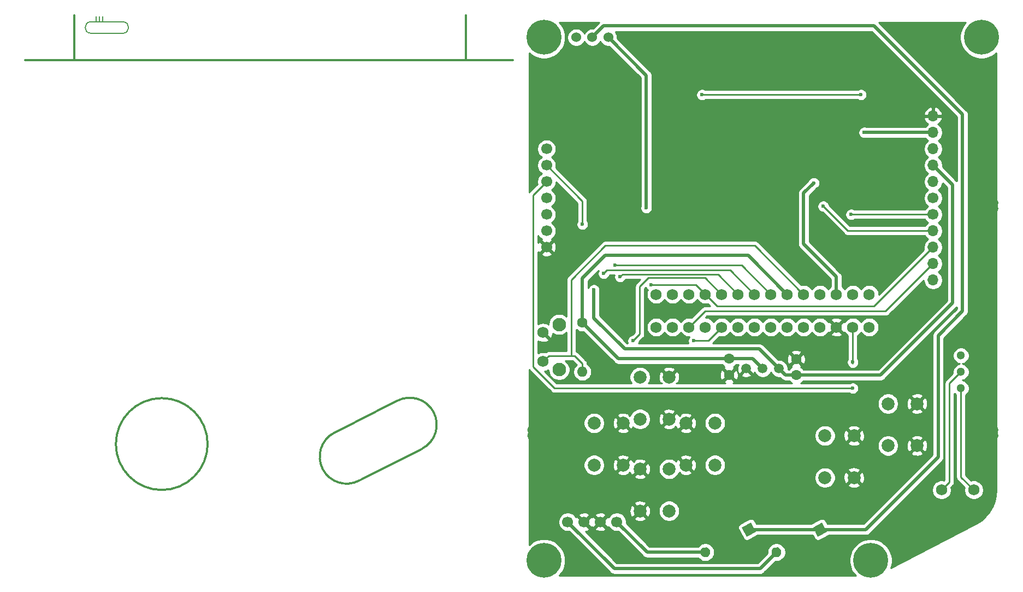
<source format=gbr>
G04 #@! TF.GenerationSoftware,KiCad,Pcbnew,(5.1.9-0-10_14)*
G04 #@! TF.CreationDate,2021-02-13T17:47:35-08:00*
G04 #@! TF.ProjectId,system,73797374-656d-42e6-9b69-6361645f7063,1.0-dev2*
G04 #@! TF.SameCoordinates,Original*
G04 #@! TF.FileFunction,Copper,L1,Top*
G04 #@! TF.FilePolarity,Positive*
%FSLAX46Y46*%
G04 Gerber Fmt 4.6, Leading zero omitted, Abs format (unit mm)*
G04 Created by KiCad (PCBNEW (5.1.9-0-10_14)) date 2021-02-13 17:47:35*
%MOMM*%
%LPD*%
G01*
G04 APERTURE LIST*
G04 #@! TA.AperFunction,NonConductor*
%ADD10C,0.300000*%
G04 #@! TD*
G04 #@! TA.AperFunction,NonConductor*
%ADD11C,0.150000*%
G04 #@! TD*
G04 #@! TA.AperFunction,ComponentPad*
%ADD12O,1.700000X1.700000*%
G04 #@! TD*
G04 #@! TA.AperFunction,ComponentPad*
%ADD13C,1.700000*%
G04 #@! TD*
G04 #@! TA.AperFunction,ComponentPad*
%ADD14C,2.000000*%
G04 #@! TD*
G04 #@! TA.AperFunction,ComponentPad*
%ADD15C,1.750000*%
G04 #@! TD*
G04 #@! TA.AperFunction,ComponentPad*
%ADD16C,1.300000*%
G04 #@! TD*
G04 #@! TA.AperFunction,ComponentPad*
%ADD17C,5.399999*%
G04 #@! TD*
G04 #@! TA.AperFunction,ComponentPad*
%ADD18C,5.400000*%
G04 #@! TD*
G04 #@! TA.AperFunction,ComponentPad*
%ADD19C,1.600000*%
G04 #@! TD*
G04 #@! TA.AperFunction,ComponentPad*
%ADD20C,0.100000*%
G04 #@! TD*
G04 #@! TA.AperFunction,ComponentPad*
%ADD21O,1.600000X1.600000*%
G04 #@! TD*
G04 #@! TA.AperFunction,ComponentPad*
%ADD22C,1.524000*%
G04 #@! TD*
G04 #@! TA.AperFunction,ComponentPad*
%ADD23C,2.100000*%
G04 #@! TD*
G04 #@! TA.AperFunction,ComponentPad*
%ADD24C,1.520000*%
G04 #@! TD*
G04 #@! TA.AperFunction,ViaPad*
%ADD25C,0.600000*%
G04 #@! TD*
G04 #@! TA.AperFunction,Conductor*
%ADD26C,0.254000*%
G04 #@! TD*
G04 #@! TA.AperFunction,Conductor*
%ADD27C,0.508000*%
G04 #@! TD*
G04 #@! TA.AperFunction,Conductor*
%ADD28C,0.100000*%
G04 #@! TD*
G04 APERTURE END LIST*
D10*
X83060622Y-126392738D02*
G75*
G02*
X86920378Y-133807262I1929878J-3707262D01*
G01*
X32964500Y-66675000D02*
X32964500Y-73660000D01*
D11*
X40513000Y-69469000D02*
X35560000Y-69469000D01*
X37395000Y-66865500D02*
X37395000Y-67691000D01*
X36395000Y-66865500D02*
X36395000Y-67691000D01*
X36895000Y-66865500D02*
X36895000Y-67691000D01*
X35560000Y-67691000D02*
X40513000Y-67691000D01*
X40513000Y-67691000D02*
G75*
G02*
X40513000Y-69469000I0J-889000D01*
G01*
X35560000Y-69469000D02*
G75*
G02*
X35560000Y-67691000I0J889000D01*
G01*
D10*
X93654500Y-66675000D02*
X93654500Y-73660000D01*
X25400000Y-73660000D02*
X100965000Y-73660000D01*
X86920378Y-133807262D02*
X77141378Y-138760262D01*
X83060622Y-126392738D02*
X73281622Y-131345738D01*
X77141378Y-138760262D02*
G75*
G02*
X73281622Y-131345738I-1929878J3707262D01*
G01*
X53657500Y-133096000D02*
G75*
G03*
X53657500Y-133096000I-7112000J0D01*
G01*
D12*
X166116000Y-84836000D03*
X166116000Y-100076000D03*
X166116000Y-107696000D03*
X166116000Y-102616000D03*
X166116000Y-105156000D03*
X166116000Y-82296000D03*
D13*
X166116000Y-97536000D03*
D12*
X166116000Y-87376000D03*
X166116000Y-89916000D03*
X166116000Y-92456000D03*
D13*
X166116000Y-94996000D03*
X106200000Y-102616000D03*
X106200000Y-100076000D03*
X106200000Y-97536000D03*
X106200000Y-94996000D03*
X106200000Y-92456000D03*
X106200000Y-89916000D03*
X106200000Y-87376000D03*
D14*
X153852000Y-138303000D03*
X149352000Y-138303000D03*
X153852000Y-131803000D03*
X149352000Y-131803000D03*
X163631000Y-133350000D03*
X159131000Y-133350000D03*
X163631000Y-126850000D03*
X159131000Y-126850000D03*
X125186000Y-129234000D03*
X120686000Y-129234000D03*
X125186000Y-122734000D03*
X120686000Y-122734000D03*
X120686000Y-136958000D03*
X125186000Y-136958000D03*
X120686000Y-143458000D03*
X125186000Y-143458000D03*
X118074000Y-136346000D03*
X113574000Y-136346000D03*
X118074000Y-129846000D03*
X113574000Y-129846000D03*
X127798000Y-129846000D03*
X132298000Y-129846000D03*
X127798000Y-136346000D03*
X132298000Y-136346000D03*
D15*
X156210000Y-109920000D03*
X153670000Y-109920000D03*
X151130000Y-109920000D03*
X148590000Y-109920000D03*
X146050000Y-109920000D03*
X143510000Y-109920000D03*
X140970000Y-109920000D03*
X138430000Y-109920000D03*
X135890000Y-109920000D03*
X133350000Y-109920000D03*
X130810000Y-109920000D03*
X128270000Y-109920000D03*
X125730000Y-109920000D03*
X123190000Y-109920000D03*
X123190000Y-115000000D03*
X125730000Y-115000000D03*
X128270000Y-115000000D03*
X130810000Y-115000000D03*
X133350000Y-115000000D03*
X135890000Y-115000000D03*
X156210000Y-115000000D03*
X153670000Y-115000000D03*
X151130000Y-115000000D03*
X148590000Y-115000000D03*
X146050000Y-115000000D03*
X143510000Y-115000000D03*
X138430000Y-115000000D03*
X140970000Y-115000000D03*
D16*
X170434000Y-121920000D03*
X170434000Y-124460000D03*
X170434000Y-119380000D03*
D17*
X105791000Y-151130000D03*
X105791000Y-70104000D03*
X156464000Y-151130000D03*
D18*
X173609000Y-70104000D03*
D15*
X172426000Y-140208000D03*
X167426000Y-140208000D03*
D19*
X134493000Y-119888000D03*
X134493000Y-122388000D03*
X144907000Y-119928000D03*
X144907000Y-122428000D03*
G04 #@! TA.AperFunction,ComponentPad*
G36*
G01*
X142540586Y-149490601D02*
X142540586Y-149490601D01*
G75*
G02*
X142200376Y-150569609I-709609J-369399D01*
G01*
X142200376Y-150569609D01*
G75*
G02*
X141121368Y-150229399I-369399J709609D01*
G01*
X141121368Y-150229399D01*
G75*
G02*
X141461578Y-149150391I709609J369399D01*
G01*
X141461578Y-149150391D01*
G75*
G02*
X142540586Y-149490601I369399J-709609D01*
G01*
G37*
G04 #@! TD.AperFunction*
G04 #@! TA.AperFunction,ComponentPad*
D20*
G36*
X148930210Y-145262468D02*
G01*
X149669008Y-146681686D01*
X148249790Y-147420484D01*
X147510992Y-146001266D01*
X148930210Y-145262468D01*
G37*
G04 #@! TD.AperFunction*
G04 #@! TA.AperFunction,ComponentPad*
G36*
X137909233Y-145262468D02*
G01*
X138648031Y-146681686D01*
X137228813Y-147420484D01*
X136490015Y-146001266D01*
X137909233Y-145262468D01*
G37*
G04 #@! TD.AperFunction*
G04 #@! TA.AperFunction,ComponentPad*
G36*
G01*
X131519609Y-149490601D02*
X131519609Y-149490601D01*
G75*
G02*
X131179399Y-150569609I-709609J-369399D01*
G01*
X131179399Y-150569609D01*
G75*
G02*
X130100391Y-150229399I-369399J709609D01*
G01*
X130100391Y-150229399D01*
G75*
G02*
X130440601Y-149150391I709609J369399D01*
G01*
X130440601Y-149150391D01*
G75*
G02*
X131519609Y-149490601I369399J-709609D01*
G01*
G37*
G04 #@! TD.AperFunction*
D19*
X111760000Y-114300000D03*
D21*
X111760000Y-121920000D03*
D22*
X110794800Y-70104000D03*
X113284000Y-70104000D03*
X115773200Y-70104000D03*
D23*
X108154000Y-121584000D03*
D15*
X105664000Y-120324000D03*
X105664000Y-115824000D03*
D23*
X108154000Y-114574000D03*
D13*
X114554000Y-145161000D03*
X112014000Y-145161000D03*
X117094000Y-145161000D03*
X109474000Y-145161000D03*
D24*
X137160000Y-121412000D03*
X142240000Y-121412000D03*
X139700000Y-121412000D03*
D25*
X109220000Y-96266000D03*
X164084000Y-121920000D03*
X156464000Y-103251000D03*
X142494000Y-101092000D03*
X118364000Y-115316000D03*
X118872000Y-111506000D03*
X121666000Y-113538000D03*
X165100000Y-110490000D03*
X124460000Y-116840000D03*
X116839984Y-105410000D03*
X115062000Y-106680000D03*
X117602000Y-107188000D03*
X119633994Y-117094000D03*
X129032000Y-117094000D03*
X111760000Y-99060000D03*
X121666000Y-103886000D03*
X121666000Y-96520008D03*
X113538000Y-109220000D03*
X154940000Y-78994000D03*
X130302000Y-78994000D03*
X149098000Y-96265998D03*
X153416000Y-97536000D03*
X122428000Y-108458001D03*
X147637500Y-92646500D03*
X155447994Y-84836000D03*
X153670000Y-120396000D03*
X153670000Y-124460000D03*
D26*
X168656000Y-138978000D02*
X167426000Y-140208000D01*
X168656000Y-123698000D02*
X168656000Y-138978000D01*
X170434000Y-121920000D02*
X168656000Y-123698000D01*
D27*
X141830977Y-149860000D02*
X139290977Y-152400000D01*
X116713000Y-152400000D02*
X109474000Y-145161000D01*
X139290977Y-152400000D02*
X116713000Y-152400000D01*
D26*
X111760000Y-121920000D02*
X111760000Y-120650000D01*
X106538999Y-119449001D02*
X105664000Y-120324000D01*
X111760000Y-120650000D02*
X110559001Y-119449001D01*
X110051001Y-119449001D02*
X106538999Y-119449001D01*
X110559001Y-119449001D02*
X110051001Y-119449001D01*
X110051001Y-107626999D02*
X110051001Y-119449001D01*
X115316000Y-102362000D02*
X110051001Y-107626999D01*
X138492000Y-102362000D02*
X115316000Y-102362000D01*
X146050000Y-109920000D02*
X138492000Y-102362000D01*
D27*
X148590000Y-146341476D02*
X137569023Y-146341476D01*
X166892590Y-135113410D02*
X155664524Y-146341476D01*
X166892590Y-116317410D02*
X166892590Y-135113410D01*
X170688000Y-112522000D02*
X166892590Y-116317410D01*
X156972000Y-68326000D02*
X170688000Y-82042000D01*
X155664524Y-146341476D02*
X148590000Y-146341476D01*
X170688000Y-82042000D02*
X170688000Y-112522000D01*
X115062000Y-68326000D02*
X156972000Y-68326000D01*
X113284000Y-70104000D02*
X115062000Y-68326000D01*
D26*
X136460000Y-105410000D02*
X116839984Y-105410000D01*
X140970000Y-109920000D02*
X136460000Y-105410000D01*
X134682000Y-106172000D02*
X115570000Y-106172000D01*
X115570000Y-106172000D02*
X115062000Y-106680000D01*
X138430000Y-109920000D02*
X134682000Y-106172000D01*
X117983000Y-106807000D02*
X132777000Y-106807000D01*
X132777000Y-106807000D02*
X135890000Y-109920000D01*
X117602000Y-107188000D02*
X117983000Y-106807000D01*
X120650000Y-116077994D02*
X119633994Y-117094000D01*
X120650000Y-108712000D02*
X120650000Y-116077994D01*
X121991401Y-107370599D02*
X120650000Y-108712000D01*
X130800599Y-107370599D02*
X121991401Y-107370599D01*
X133350000Y-109920000D02*
X130800599Y-107370599D01*
X133350000Y-115000000D02*
X131256000Y-117094000D01*
X131256000Y-117094000D02*
X129032000Y-117094000D01*
X106200000Y-89916000D02*
X111760000Y-95476000D01*
X111760000Y-95476000D02*
X111760000Y-99060000D01*
X170434000Y-138216000D02*
X172426000Y-140208000D01*
X170434000Y-124460000D02*
X170434000Y-138216000D01*
D27*
X117348000Y-119888000D02*
X134493000Y-119888000D01*
X111760000Y-114300000D02*
X117348000Y-119888000D01*
X138176000Y-119888000D02*
X139700000Y-121412000D01*
X134493000Y-119888000D02*
X138176000Y-119888000D01*
X143510000Y-109920000D02*
X137476000Y-103886000D01*
X115316000Y-103886000D02*
X121666000Y-103886000D01*
X137476000Y-103886000D02*
X121666000Y-103886000D01*
X111760000Y-114300000D02*
X111760000Y-107442000D01*
X111760000Y-107442000D02*
X115316000Y-103886000D01*
X115773200Y-70104000D02*
X121666000Y-75996800D01*
X121666000Y-75996800D02*
X121666000Y-96520008D01*
X143256000Y-122428000D02*
X142240000Y-121412000D01*
X144907000Y-122428000D02*
X143256000Y-122428000D01*
X113538000Y-113567474D02*
X113538000Y-109220000D01*
X118334526Y-118364000D02*
X113538000Y-113567474D01*
X139192000Y-118364000D02*
X118334526Y-118364000D01*
X142240000Y-121412000D02*
X139192000Y-118364000D01*
X169164000Y-111252000D02*
X169164000Y-92964000D01*
X169164000Y-92964000D02*
X166116000Y-89916000D01*
X157988000Y-122428000D02*
X169164000Y-111252000D01*
X144907000Y-122428000D02*
X157988000Y-122428000D01*
X121793000Y-149860000D02*
X117094000Y-145161000D01*
X130810000Y-149860000D02*
X121793000Y-149860000D01*
D26*
X154940000Y-78994000D02*
X130302000Y-78994000D01*
X163647401Y-107624599D02*
X166116000Y-105156000D01*
X130748000Y-112522000D02*
X158750000Y-112522000D01*
X158750000Y-112522000D02*
X163647401Y-107624599D01*
X128270000Y-115000000D02*
X130748000Y-112522000D01*
X166116000Y-100076000D02*
X152908002Y-100076000D01*
X152908002Y-100076000D02*
X149098000Y-96265998D01*
X166116000Y-97536000D02*
X153416000Y-97536000D01*
X132650000Y-111760000D02*
X130810000Y-109920000D01*
X129348001Y-108458001D02*
X122428000Y-108458001D01*
X132650000Y-111760000D02*
X129348001Y-108458001D01*
X156972000Y-111760000D02*
X132650000Y-111760000D01*
X166116000Y-102616000D02*
X156972000Y-111760000D01*
D27*
X146050000Y-94234000D02*
X147637500Y-92646500D01*
X146050000Y-102108000D02*
X146050000Y-94234000D01*
X151130000Y-107188000D02*
X146050000Y-102108000D01*
X151130000Y-109920000D02*
X151130000Y-107188000D01*
X166116000Y-84836000D02*
X155447994Y-84836000D01*
D26*
X153670000Y-115000000D02*
X153670000Y-120650008D01*
X106200000Y-92456000D02*
X104140000Y-94516000D01*
X107442000Y-124460000D02*
X153670000Y-124460000D01*
X104140000Y-94516000D02*
X104140000Y-121158000D01*
X104140000Y-121158000D02*
X107442000Y-124460000D01*
X171018536Y-67978061D02*
X170653561Y-68524285D01*
X170402162Y-69131216D01*
X170274000Y-69775531D01*
X170274000Y-70432469D01*
X170402162Y-71076784D01*
X170653561Y-71683715D01*
X171018536Y-72229939D01*
X171483061Y-72694464D01*
X172029285Y-73059439D01*
X172636216Y-73310838D01*
X173280531Y-73439000D01*
X173937469Y-73439000D01*
X174581784Y-73310838D01*
X175188715Y-73059439D01*
X175734939Y-72694464D01*
X175890000Y-72539403D01*
X175890001Y-94959885D01*
X175886444Y-94996000D01*
X175900635Y-95140085D01*
X175942663Y-95278633D01*
X175999389Y-95384760D01*
X176024164Y-95509312D01*
X176091179Y-95671099D01*
X176106815Y-95694500D01*
X176091179Y-95717901D01*
X176024164Y-95879688D01*
X175990000Y-96051441D01*
X175990000Y-96226559D01*
X176024164Y-96398312D01*
X176091179Y-96560099D01*
X176106815Y-96583500D01*
X176091179Y-96606901D01*
X176024164Y-96768688D01*
X175999389Y-96893240D01*
X175942663Y-96999367D01*
X175900635Y-97137915D01*
X175886444Y-97282000D01*
X175890000Y-97318105D01*
X175890001Y-130138885D01*
X175886444Y-130175000D01*
X175900635Y-130319085D01*
X175942663Y-130457633D01*
X175999389Y-130563760D01*
X176024164Y-130688312D01*
X176091179Y-130850099D01*
X176106815Y-130873500D01*
X176091179Y-130896901D01*
X176024164Y-131058688D01*
X175990000Y-131230441D01*
X175990000Y-131405559D01*
X176024164Y-131577312D01*
X176091179Y-131739099D01*
X176106815Y-131762500D01*
X176091179Y-131785901D01*
X176024164Y-131947688D01*
X175999389Y-132072240D01*
X175942663Y-132178367D01*
X175900635Y-132316915D01*
X175886444Y-132461000D01*
X175890000Y-132497105D01*
X175890001Y-140180069D01*
X175819278Y-141109801D01*
X175615064Y-141990843D01*
X175279930Y-142830861D01*
X174821590Y-143610524D01*
X174250591Y-144311886D01*
X173576942Y-144921643D01*
X172940009Y-145352970D01*
X159587013Y-152305152D01*
X159670837Y-152102783D01*
X159798999Y-151458469D01*
X159798999Y-150801531D01*
X159670837Y-150157217D01*
X159419438Y-149550285D01*
X159054463Y-149004062D01*
X158589938Y-148539537D01*
X158043715Y-148174562D01*
X157436783Y-147923163D01*
X156792469Y-147795001D01*
X156135531Y-147795001D01*
X155491217Y-147923163D01*
X154884285Y-148174562D01*
X154338062Y-148539537D01*
X153873537Y-149004062D01*
X153508562Y-149550285D01*
X153257163Y-150157217D01*
X153129001Y-150801531D01*
X153129001Y-151458469D01*
X153257163Y-152102783D01*
X153508562Y-152709715D01*
X153873537Y-153255938D01*
X154108499Y-153490900D01*
X108146501Y-153490900D01*
X108381463Y-153255938D01*
X108746438Y-152709715D01*
X108997837Y-152102783D01*
X109125999Y-151458469D01*
X109125999Y-150801531D01*
X108997837Y-150157217D01*
X108746438Y-149550285D01*
X108381463Y-149004062D01*
X107916938Y-148539537D01*
X107370715Y-148174562D01*
X106763783Y-147923163D01*
X106119469Y-147795001D01*
X105462531Y-147795001D01*
X104818217Y-147923163D01*
X104211285Y-148174562D01*
X103665062Y-148539537D01*
X103510000Y-148694599D01*
X103510000Y-145014740D01*
X107989000Y-145014740D01*
X107989000Y-145307260D01*
X108046068Y-145594158D01*
X108158010Y-145864411D01*
X108320525Y-146107632D01*
X108527368Y-146314475D01*
X108770589Y-146476990D01*
X109040842Y-146588932D01*
X109327740Y-146646000D01*
X109620260Y-146646000D01*
X109688242Y-146632477D01*
X116053506Y-152997742D01*
X116081341Y-153031659D01*
X116216709Y-153142753D01*
X116371149Y-153225303D01*
X116465758Y-153254002D01*
X116538725Y-153276136D01*
X116555325Y-153277771D01*
X116669333Y-153289000D01*
X116669340Y-153289000D01*
X116713000Y-153293300D01*
X116756660Y-153289000D01*
X139247317Y-153289000D01*
X139290977Y-153293300D01*
X139334637Y-153289000D01*
X139334644Y-153289000D01*
X139465251Y-153276136D01*
X139632828Y-153225303D01*
X139787268Y-153142753D01*
X139922636Y-153031659D01*
X139950476Y-152997736D01*
X141659257Y-151288956D01*
X141689642Y-151295000D01*
X141972312Y-151295000D01*
X142249551Y-151239853D01*
X142510704Y-151131680D01*
X142745736Y-150974637D01*
X142945614Y-150774759D01*
X143102657Y-150539727D01*
X143210830Y-150278574D01*
X143265977Y-150001335D01*
X143265977Y-149718665D01*
X143210830Y-149441426D01*
X143102657Y-149180273D01*
X142945614Y-148945241D01*
X142745736Y-148745363D01*
X142510704Y-148588320D01*
X142249551Y-148480147D01*
X141972312Y-148425000D01*
X141689642Y-148425000D01*
X141412403Y-148480147D01*
X141151250Y-148588320D01*
X140916218Y-148745363D01*
X140716340Y-148945241D01*
X140559297Y-149180273D01*
X140451124Y-149441426D01*
X140395977Y-149718665D01*
X140395977Y-150001335D01*
X140402021Y-150031720D01*
X138922742Y-151511000D01*
X117081236Y-151511000D01*
X112204190Y-146633955D01*
X112372019Y-146609599D01*
X112647747Y-146511919D01*
X112785157Y-146438472D01*
X112862792Y-146189397D01*
X113705208Y-146189397D01*
X113782843Y-146438472D01*
X114046883Y-146564371D01*
X114330411Y-146636339D01*
X114622531Y-146651611D01*
X114912019Y-146609599D01*
X115187747Y-146511919D01*
X115325157Y-146438472D01*
X115402792Y-146189397D01*
X114554000Y-145340605D01*
X113705208Y-146189397D01*
X112862792Y-146189397D01*
X112014000Y-145340605D01*
X111999858Y-145354748D01*
X111820253Y-145175143D01*
X111834395Y-145161000D01*
X112193605Y-145161000D01*
X113042397Y-146009792D01*
X113284000Y-145934486D01*
X113525603Y-146009792D01*
X114374395Y-145161000D01*
X114733605Y-145161000D01*
X115582397Y-146009792D01*
X115824689Y-145934271D01*
X115940525Y-146107632D01*
X116147368Y-146314475D01*
X116390589Y-146476990D01*
X116660842Y-146588932D01*
X116947740Y-146646000D01*
X117240260Y-146646000D01*
X117308242Y-146632477D01*
X121133506Y-150457742D01*
X121161341Y-150491659D01*
X121296709Y-150602753D01*
X121451149Y-150685303D01*
X121567892Y-150720716D01*
X121618725Y-150736136D01*
X121793000Y-150753301D01*
X121836668Y-150749000D01*
X129678151Y-150749000D01*
X129695363Y-150774759D01*
X129895241Y-150974637D01*
X130130273Y-151131680D01*
X130391426Y-151239853D01*
X130668665Y-151295000D01*
X130951335Y-151295000D01*
X131228574Y-151239853D01*
X131489727Y-151131680D01*
X131724759Y-150974637D01*
X131924637Y-150774759D01*
X132081680Y-150539727D01*
X132189853Y-150278574D01*
X132245000Y-150001335D01*
X132245000Y-149718665D01*
X132189853Y-149441426D01*
X132081680Y-149180273D01*
X131924637Y-148945241D01*
X131724759Y-148745363D01*
X131489727Y-148588320D01*
X131228574Y-148480147D01*
X130951335Y-148425000D01*
X130668665Y-148425000D01*
X130391426Y-148480147D01*
X130130273Y-148588320D01*
X129895241Y-148745363D01*
X129695363Y-148945241D01*
X129678151Y-148971000D01*
X122161236Y-148971000D01*
X118565477Y-145375242D01*
X118579000Y-145307260D01*
X118579000Y-145014740D01*
X118521932Y-144727842D01*
X118466250Y-144593413D01*
X119730192Y-144593413D01*
X119825956Y-144857814D01*
X120115571Y-144998704D01*
X120427108Y-145080384D01*
X120748595Y-145099718D01*
X121067675Y-145055961D01*
X121372088Y-144950795D01*
X121546044Y-144857814D01*
X121641808Y-144593413D01*
X120686000Y-143637605D01*
X119730192Y-144593413D01*
X118466250Y-144593413D01*
X118409990Y-144457589D01*
X118247475Y-144214368D01*
X118040632Y-144007525D01*
X117797411Y-143845010D01*
X117527158Y-143733068D01*
X117240260Y-143676000D01*
X116947740Y-143676000D01*
X116660842Y-143733068D01*
X116390589Y-143845010D01*
X116147368Y-144007525D01*
X115940525Y-144214368D01*
X115824689Y-144387729D01*
X115582397Y-144312208D01*
X114733605Y-145161000D01*
X114374395Y-145161000D01*
X113525603Y-144312208D01*
X113284000Y-144387514D01*
X113042397Y-144312208D01*
X112193605Y-145161000D01*
X111834395Y-145161000D01*
X110985603Y-144312208D01*
X110743311Y-144387729D01*
X110627475Y-144214368D01*
X110545710Y-144132603D01*
X111165208Y-144132603D01*
X112014000Y-144981395D01*
X112862792Y-144132603D01*
X113705208Y-144132603D01*
X114554000Y-144981395D01*
X115402792Y-144132603D01*
X115325157Y-143883528D01*
X115061117Y-143757629D01*
X114777589Y-143685661D01*
X114485469Y-143670389D01*
X114195981Y-143712401D01*
X113920253Y-143810081D01*
X113782843Y-143883528D01*
X113705208Y-144132603D01*
X112862792Y-144132603D01*
X112785157Y-143883528D01*
X112521117Y-143757629D01*
X112237589Y-143685661D01*
X111945469Y-143670389D01*
X111655981Y-143712401D01*
X111380253Y-143810081D01*
X111242843Y-143883528D01*
X111165208Y-144132603D01*
X110545710Y-144132603D01*
X110420632Y-144007525D01*
X110177411Y-143845010D01*
X109907158Y-143733068D01*
X109620260Y-143676000D01*
X109327740Y-143676000D01*
X109040842Y-143733068D01*
X108770589Y-143845010D01*
X108527368Y-144007525D01*
X108320525Y-144214368D01*
X108158010Y-144457589D01*
X108046068Y-144727842D01*
X107989000Y-145014740D01*
X103510000Y-145014740D01*
X103510000Y-143520595D01*
X119044282Y-143520595D01*
X119088039Y-143839675D01*
X119193205Y-144144088D01*
X119286186Y-144318044D01*
X119550587Y-144413808D01*
X120506395Y-143458000D01*
X120865605Y-143458000D01*
X121821413Y-144413808D01*
X122085814Y-144318044D01*
X122226704Y-144028429D01*
X122308384Y-143716892D01*
X122327718Y-143395405D01*
X122314219Y-143296967D01*
X123551000Y-143296967D01*
X123551000Y-143619033D01*
X123613832Y-143934912D01*
X123737082Y-144232463D01*
X123916013Y-144500252D01*
X124143748Y-144727987D01*
X124411537Y-144906918D01*
X124709088Y-145030168D01*
X125024967Y-145093000D01*
X125347033Y-145093000D01*
X125662912Y-145030168D01*
X125960463Y-144906918D01*
X126228252Y-144727987D01*
X126455987Y-144500252D01*
X126634918Y-144232463D01*
X126758168Y-143934912D01*
X126821000Y-143619033D01*
X126821000Y-143296967D01*
X126758168Y-142981088D01*
X126634918Y-142683537D01*
X126455987Y-142415748D01*
X126228252Y-142188013D01*
X125960463Y-142009082D01*
X125662912Y-141885832D01*
X125347033Y-141823000D01*
X125024967Y-141823000D01*
X124709088Y-141885832D01*
X124411537Y-142009082D01*
X124143748Y-142188013D01*
X123916013Y-142415748D01*
X123737082Y-142683537D01*
X123613832Y-142981088D01*
X123551000Y-143296967D01*
X122314219Y-143296967D01*
X122283961Y-143076325D01*
X122178795Y-142771912D01*
X122085814Y-142597956D01*
X121821413Y-142502192D01*
X120865605Y-143458000D01*
X120506395Y-143458000D01*
X119550587Y-142502192D01*
X119286186Y-142597956D01*
X119145296Y-142887571D01*
X119063616Y-143199108D01*
X119044282Y-143520595D01*
X103510000Y-143520595D01*
X103510000Y-142322587D01*
X119730192Y-142322587D01*
X120686000Y-143278395D01*
X121641808Y-142322587D01*
X121546044Y-142058186D01*
X121256429Y-141917296D01*
X120944892Y-141835616D01*
X120623405Y-141816282D01*
X120304325Y-141860039D01*
X119999912Y-141965205D01*
X119825956Y-142058186D01*
X119730192Y-142322587D01*
X103510000Y-142322587D01*
X103510000Y-138093413D01*
X119730192Y-138093413D01*
X119825956Y-138357814D01*
X120115571Y-138498704D01*
X120427108Y-138580384D01*
X120748595Y-138599718D01*
X121067675Y-138555961D01*
X121372088Y-138450795D01*
X121546044Y-138357814D01*
X121641808Y-138093413D01*
X120686000Y-137137605D01*
X119730192Y-138093413D01*
X103510000Y-138093413D01*
X103510000Y-136184967D01*
X111939000Y-136184967D01*
X111939000Y-136507033D01*
X112001832Y-136822912D01*
X112125082Y-137120463D01*
X112304013Y-137388252D01*
X112531748Y-137615987D01*
X112799537Y-137794918D01*
X113097088Y-137918168D01*
X113412967Y-137981000D01*
X113735033Y-137981000D01*
X114050912Y-137918168D01*
X114348463Y-137794918D01*
X114616252Y-137615987D01*
X114750826Y-137481413D01*
X117118192Y-137481413D01*
X117213956Y-137745814D01*
X117503571Y-137886704D01*
X117815108Y-137968384D01*
X118136595Y-137987718D01*
X118455675Y-137943961D01*
X118760088Y-137838795D01*
X118934044Y-137745814D01*
X119029807Y-137481415D01*
X119145475Y-137597083D01*
X119168880Y-137573678D01*
X119193205Y-137644088D01*
X119286186Y-137818044D01*
X119550587Y-137913808D01*
X120506395Y-136958000D01*
X120865605Y-136958000D01*
X121821413Y-137913808D01*
X122085814Y-137818044D01*
X122226704Y-137528429D01*
X122308384Y-137216892D01*
X122327718Y-136895405D01*
X122314219Y-136796967D01*
X123551000Y-136796967D01*
X123551000Y-137119033D01*
X123613832Y-137434912D01*
X123737082Y-137732463D01*
X123916013Y-138000252D01*
X124143748Y-138227987D01*
X124411537Y-138406918D01*
X124709088Y-138530168D01*
X125024967Y-138593000D01*
X125347033Y-138593000D01*
X125662912Y-138530168D01*
X125960463Y-138406918D01*
X126228252Y-138227987D01*
X126314272Y-138141967D01*
X147717000Y-138141967D01*
X147717000Y-138464033D01*
X147779832Y-138779912D01*
X147903082Y-139077463D01*
X148082013Y-139345252D01*
X148309748Y-139572987D01*
X148577537Y-139751918D01*
X148875088Y-139875168D01*
X149190967Y-139938000D01*
X149513033Y-139938000D01*
X149828912Y-139875168D01*
X150126463Y-139751918D01*
X150394252Y-139572987D01*
X150528826Y-139438413D01*
X152896192Y-139438413D01*
X152991956Y-139702814D01*
X153281571Y-139843704D01*
X153593108Y-139925384D01*
X153914595Y-139944718D01*
X154233675Y-139900961D01*
X154538088Y-139795795D01*
X154712044Y-139702814D01*
X154807808Y-139438413D01*
X153852000Y-138482605D01*
X152896192Y-139438413D01*
X150528826Y-139438413D01*
X150621987Y-139345252D01*
X150800918Y-139077463D01*
X150924168Y-138779912D01*
X150987000Y-138464033D01*
X150987000Y-138365595D01*
X152210282Y-138365595D01*
X152254039Y-138684675D01*
X152359205Y-138989088D01*
X152452186Y-139163044D01*
X152716587Y-139258808D01*
X153672395Y-138303000D01*
X154031605Y-138303000D01*
X154987413Y-139258808D01*
X155251814Y-139163044D01*
X155392704Y-138873429D01*
X155474384Y-138561892D01*
X155493718Y-138240405D01*
X155449961Y-137921325D01*
X155344795Y-137616912D01*
X155251814Y-137442956D01*
X154987413Y-137347192D01*
X154031605Y-138303000D01*
X153672395Y-138303000D01*
X152716587Y-137347192D01*
X152452186Y-137442956D01*
X152311296Y-137732571D01*
X152229616Y-138044108D01*
X152210282Y-138365595D01*
X150987000Y-138365595D01*
X150987000Y-138141967D01*
X150924168Y-137826088D01*
X150800918Y-137528537D01*
X150621987Y-137260748D01*
X150528826Y-137167587D01*
X152896192Y-137167587D01*
X153852000Y-138123395D01*
X154807808Y-137167587D01*
X154712044Y-136903186D01*
X154422429Y-136762296D01*
X154110892Y-136680616D01*
X153789405Y-136661282D01*
X153470325Y-136705039D01*
X153165912Y-136810205D01*
X152991956Y-136903186D01*
X152896192Y-137167587D01*
X150528826Y-137167587D01*
X150394252Y-137033013D01*
X150126463Y-136854082D01*
X149828912Y-136730832D01*
X149513033Y-136668000D01*
X149190967Y-136668000D01*
X148875088Y-136730832D01*
X148577537Y-136854082D01*
X148309748Y-137033013D01*
X148082013Y-137260748D01*
X147903082Y-137528537D01*
X147779832Y-137826088D01*
X147717000Y-138141967D01*
X126314272Y-138141967D01*
X126455987Y-138000252D01*
X126634918Y-137732463D01*
X126701401Y-137571959D01*
X126726525Y-137597083D01*
X126842193Y-137481415D01*
X126937956Y-137745814D01*
X127227571Y-137886704D01*
X127539108Y-137968384D01*
X127860595Y-137987718D01*
X128179675Y-137943961D01*
X128484088Y-137838795D01*
X128658044Y-137745814D01*
X128753808Y-137481413D01*
X127798000Y-136525605D01*
X127783858Y-136539748D01*
X127604253Y-136360143D01*
X127618395Y-136346000D01*
X127977605Y-136346000D01*
X128933413Y-137301808D01*
X129197814Y-137206044D01*
X129338704Y-136916429D01*
X129420384Y-136604892D01*
X129439718Y-136283405D01*
X129426219Y-136184967D01*
X130663000Y-136184967D01*
X130663000Y-136507033D01*
X130725832Y-136822912D01*
X130849082Y-137120463D01*
X131028013Y-137388252D01*
X131255748Y-137615987D01*
X131523537Y-137794918D01*
X131821088Y-137918168D01*
X132136967Y-137981000D01*
X132459033Y-137981000D01*
X132774912Y-137918168D01*
X133072463Y-137794918D01*
X133340252Y-137615987D01*
X133567987Y-137388252D01*
X133746918Y-137120463D01*
X133870168Y-136822912D01*
X133933000Y-136507033D01*
X133933000Y-136184967D01*
X133870168Y-135869088D01*
X133746918Y-135571537D01*
X133567987Y-135303748D01*
X133340252Y-135076013D01*
X133072463Y-134897082D01*
X132774912Y-134773832D01*
X132459033Y-134711000D01*
X132136967Y-134711000D01*
X131821088Y-134773832D01*
X131523537Y-134897082D01*
X131255748Y-135076013D01*
X131028013Y-135303748D01*
X130849082Y-135571537D01*
X130725832Y-135869088D01*
X130663000Y-136184967D01*
X129426219Y-136184967D01*
X129395961Y-135964325D01*
X129290795Y-135659912D01*
X129197814Y-135485956D01*
X128933413Y-135390192D01*
X127977605Y-136346000D01*
X127618395Y-136346000D01*
X126662587Y-135390192D01*
X126398186Y-135485956D01*
X126276446Y-135736207D01*
X126228252Y-135688013D01*
X125960463Y-135509082D01*
X125662912Y-135385832D01*
X125347033Y-135323000D01*
X125024967Y-135323000D01*
X124709088Y-135385832D01*
X124411537Y-135509082D01*
X124143748Y-135688013D01*
X123916013Y-135915748D01*
X123737082Y-136183537D01*
X123613832Y-136481088D01*
X123551000Y-136796967D01*
X122314219Y-136796967D01*
X122283961Y-136576325D01*
X122178795Y-136271912D01*
X122085814Y-136097956D01*
X121821413Y-136002192D01*
X120865605Y-136958000D01*
X120506395Y-136958000D01*
X120492253Y-136943858D01*
X120671858Y-136764253D01*
X120686000Y-136778395D01*
X121641808Y-135822587D01*
X121546044Y-135558186D01*
X121256429Y-135417296D01*
X120944892Y-135335616D01*
X120623405Y-135316282D01*
X120304325Y-135360039D01*
X119999912Y-135465205D01*
X119825956Y-135558186D01*
X119730193Y-135822585D01*
X119614525Y-135706917D01*
X119591120Y-135730322D01*
X119566795Y-135659912D01*
X119473814Y-135485956D01*
X119209413Y-135390192D01*
X118253605Y-136346000D01*
X118267748Y-136360143D01*
X118088143Y-136539748D01*
X118074000Y-136525605D01*
X117118192Y-137481413D01*
X114750826Y-137481413D01*
X114843987Y-137388252D01*
X115022918Y-137120463D01*
X115146168Y-136822912D01*
X115209000Y-136507033D01*
X115209000Y-136408595D01*
X116432282Y-136408595D01*
X116476039Y-136727675D01*
X116581205Y-137032088D01*
X116674186Y-137206044D01*
X116938587Y-137301808D01*
X117894395Y-136346000D01*
X116938587Y-135390192D01*
X116674186Y-135485956D01*
X116533296Y-135775571D01*
X116451616Y-136087108D01*
X116432282Y-136408595D01*
X115209000Y-136408595D01*
X115209000Y-136184967D01*
X115146168Y-135869088D01*
X115022918Y-135571537D01*
X114843987Y-135303748D01*
X114750826Y-135210587D01*
X117118192Y-135210587D01*
X118074000Y-136166395D01*
X119029808Y-135210587D01*
X126842192Y-135210587D01*
X127798000Y-136166395D01*
X128753808Y-135210587D01*
X128658044Y-134946186D01*
X128368429Y-134805296D01*
X128056892Y-134723616D01*
X127735405Y-134704282D01*
X127416325Y-134748039D01*
X127111912Y-134853205D01*
X126937956Y-134946186D01*
X126842192Y-135210587D01*
X119029808Y-135210587D01*
X118934044Y-134946186D01*
X118644429Y-134805296D01*
X118332892Y-134723616D01*
X118011405Y-134704282D01*
X117692325Y-134748039D01*
X117387912Y-134853205D01*
X117213956Y-134946186D01*
X117118192Y-135210587D01*
X114750826Y-135210587D01*
X114616252Y-135076013D01*
X114348463Y-134897082D01*
X114050912Y-134773832D01*
X113735033Y-134711000D01*
X113412967Y-134711000D01*
X113097088Y-134773832D01*
X112799537Y-134897082D01*
X112531748Y-135076013D01*
X112304013Y-135303748D01*
X112125082Y-135571537D01*
X112001832Y-135869088D01*
X111939000Y-136184967D01*
X103510000Y-136184967D01*
X103510000Y-132497105D01*
X103513556Y-132461000D01*
X103499365Y-132316915D01*
X103457337Y-132178367D01*
X103400611Y-132072240D01*
X103375836Y-131947688D01*
X103308821Y-131785901D01*
X103293185Y-131762500D01*
X103308821Y-131739099D01*
X103349054Y-131641967D01*
X147717000Y-131641967D01*
X147717000Y-131964033D01*
X147779832Y-132279912D01*
X147903082Y-132577463D01*
X148082013Y-132845252D01*
X148309748Y-133072987D01*
X148577537Y-133251918D01*
X148875088Y-133375168D01*
X149190967Y-133438000D01*
X149513033Y-133438000D01*
X149828912Y-133375168D01*
X150126463Y-133251918D01*
X150394252Y-133072987D01*
X150528826Y-132938413D01*
X152896192Y-132938413D01*
X152991956Y-133202814D01*
X153281571Y-133343704D01*
X153593108Y-133425384D01*
X153914595Y-133444718D01*
X154233675Y-133400961D01*
X154538088Y-133295795D01*
X154712044Y-133202814D01*
X154717059Y-133188967D01*
X157496000Y-133188967D01*
X157496000Y-133511033D01*
X157558832Y-133826912D01*
X157682082Y-134124463D01*
X157861013Y-134392252D01*
X158088748Y-134619987D01*
X158356537Y-134798918D01*
X158654088Y-134922168D01*
X158969967Y-134985000D01*
X159292033Y-134985000D01*
X159607912Y-134922168D01*
X159905463Y-134798918D01*
X160173252Y-134619987D01*
X160307826Y-134485413D01*
X162675192Y-134485413D01*
X162770956Y-134749814D01*
X163060571Y-134890704D01*
X163372108Y-134972384D01*
X163693595Y-134991718D01*
X164012675Y-134947961D01*
X164317088Y-134842795D01*
X164491044Y-134749814D01*
X164586808Y-134485413D01*
X163631000Y-133529605D01*
X162675192Y-134485413D01*
X160307826Y-134485413D01*
X160400987Y-134392252D01*
X160579918Y-134124463D01*
X160703168Y-133826912D01*
X160766000Y-133511033D01*
X160766000Y-133412595D01*
X161989282Y-133412595D01*
X162033039Y-133731675D01*
X162138205Y-134036088D01*
X162231186Y-134210044D01*
X162495587Y-134305808D01*
X163451395Y-133350000D01*
X163810605Y-133350000D01*
X164766413Y-134305808D01*
X165030814Y-134210044D01*
X165171704Y-133920429D01*
X165253384Y-133608892D01*
X165272718Y-133287405D01*
X165228961Y-132968325D01*
X165123795Y-132663912D01*
X165030814Y-132489956D01*
X164766413Y-132394192D01*
X163810605Y-133350000D01*
X163451395Y-133350000D01*
X162495587Y-132394192D01*
X162231186Y-132489956D01*
X162090296Y-132779571D01*
X162008616Y-133091108D01*
X161989282Y-133412595D01*
X160766000Y-133412595D01*
X160766000Y-133188967D01*
X160703168Y-132873088D01*
X160579918Y-132575537D01*
X160400987Y-132307748D01*
X160307826Y-132214587D01*
X162675192Y-132214587D01*
X163631000Y-133170395D01*
X164586808Y-132214587D01*
X164491044Y-131950186D01*
X164201429Y-131809296D01*
X163889892Y-131727616D01*
X163568405Y-131708282D01*
X163249325Y-131752039D01*
X162944912Y-131857205D01*
X162770956Y-131950186D01*
X162675192Y-132214587D01*
X160307826Y-132214587D01*
X160173252Y-132080013D01*
X159905463Y-131901082D01*
X159607912Y-131777832D01*
X159292033Y-131715000D01*
X158969967Y-131715000D01*
X158654088Y-131777832D01*
X158356537Y-131901082D01*
X158088748Y-132080013D01*
X157861013Y-132307748D01*
X157682082Y-132575537D01*
X157558832Y-132873088D01*
X157496000Y-133188967D01*
X154717059Y-133188967D01*
X154807808Y-132938413D01*
X153852000Y-131982605D01*
X152896192Y-132938413D01*
X150528826Y-132938413D01*
X150621987Y-132845252D01*
X150800918Y-132577463D01*
X150924168Y-132279912D01*
X150987000Y-131964033D01*
X150987000Y-131865595D01*
X152210282Y-131865595D01*
X152254039Y-132184675D01*
X152359205Y-132489088D01*
X152452186Y-132663044D01*
X152716587Y-132758808D01*
X153672395Y-131803000D01*
X154031605Y-131803000D01*
X154987413Y-132758808D01*
X155251814Y-132663044D01*
X155392704Y-132373429D01*
X155474384Y-132061892D01*
X155493718Y-131740405D01*
X155449961Y-131421325D01*
X155344795Y-131116912D01*
X155251814Y-130942956D01*
X154987413Y-130847192D01*
X154031605Y-131803000D01*
X153672395Y-131803000D01*
X152716587Y-130847192D01*
X152452186Y-130942956D01*
X152311296Y-131232571D01*
X152229616Y-131544108D01*
X152210282Y-131865595D01*
X150987000Y-131865595D01*
X150987000Y-131641967D01*
X150924168Y-131326088D01*
X150800918Y-131028537D01*
X150621987Y-130760748D01*
X150528826Y-130667587D01*
X152896192Y-130667587D01*
X153852000Y-131623395D01*
X154807808Y-130667587D01*
X154712044Y-130403186D01*
X154422429Y-130262296D01*
X154110892Y-130180616D01*
X153789405Y-130161282D01*
X153470325Y-130205039D01*
X153165912Y-130310205D01*
X152991956Y-130403186D01*
X152896192Y-130667587D01*
X150528826Y-130667587D01*
X150394252Y-130533013D01*
X150126463Y-130354082D01*
X149828912Y-130230832D01*
X149513033Y-130168000D01*
X149190967Y-130168000D01*
X148875088Y-130230832D01*
X148577537Y-130354082D01*
X148309748Y-130533013D01*
X148082013Y-130760748D01*
X147903082Y-131028537D01*
X147779832Y-131326088D01*
X147717000Y-131641967D01*
X103349054Y-131641967D01*
X103375836Y-131577312D01*
X103410000Y-131405559D01*
X103410000Y-131230441D01*
X103375836Y-131058688D01*
X103308821Y-130896901D01*
X103293185Y-130873500D01*
X103308821Y-130850099D01*
X103375836Y-130688312D01*
X103400611Y-130563760D01*
X103457337Y-130457633D01*
X103499365Y-130319085D01*
X103513556Y-130175000D01*
X103510000Y-130138895D01*
X103510000Y-129684967D01*
X111939000Y-129684967D01*
X111939000Y-130007033D01*
X112001832Y-130322912D01*
X112125082Y-130620463D01*
X112304013Y-130888252D01*
X112531748Y-131115987D01*
X112799537Y-131294918D01*
X113097088Y-131418168D01*
X113412967Y-131481000D01*
X113735033Y-131481000D01*
X114050912Y-131418168D01*
X114348463Y-131294918D01*
X114616252Y-131115987D01*
X114750826Y-130981413D01*
X117118192Y-130981413D01*
X117213956Y-131245814D01*
X117503571Y-131386704D01*
X117815108Y-131468384D01*
X118136595Y-131487718D01*
X118455675Y-131443961D01*
X118760088Y-131338795D01*
X118934044Y-131245814D01*
X119029808Y-130981413D01*
X126842192Y-130981413D01*
X126937956Y-131245814D01*
X127227571Y-131386704D01*
X127539108Y-131468384D01*
X127860595Y-131487718D01*
X128179675Y-131443961D01*
X128484088Y-131338795D01*
X128658044Y-131245814D01*
X128753808Y-130981413D01*
X127798000Y-130025605D01*
X126842192Y-130981413D01*
X119029808Y-130981413D01*
X118074000Y-130025605D01*
X117118192Y-130981413D01*
X114750826Y-130981413D01*
X114843987Y-130888252D01*
X115022918Y-130620463D01*
X115146168Y-130322912D01*
X115209000Y-130007033D01*
X115209000Y-129908595D01*
X116432282Y-129908595D01*
X116476039Y-130227675D01*
X116581205Y-130532088D01*
X116674186Y-130706044D01*
X116938587Y-130801808D01*
X117894395Y-129846000D01*
X116938587Y-128890192D01*
X116674186Y-128985956D01*
X116533296Y-129275571D01*
X116451616Y-129587108D01*
X116432282Y-129908595D01*
X115209000Y-129908595D01*
X115209000Y-129684967D01*
X115146168Y-129369088D01*
X115022918Y-129071537D01*
X114843987Y-128803748D01*
X114750826Y-128710587D01*
X117118192Y-128710587D01*
X118074000Y-129666395D01*
X118088143Y-129652253D01*
X118267748Y-129831858D01*
X118253605Y-129846000D01*
X119209413Y-130801808D01*
X119473814Y-130706044D01*
X119595554Y-130455793D01*
X119643748Y-130503987D01*
X119911537Y-130682918D01*
X120209088Y-130806168D01*
X120524967Y-130869000D01*
X120847033Y-130869000D01*
X121162912Y-130806168D01*
X121460463Y-130682918D01*
X121728252Y-130503987D01*
X121862826Y-130369413D01*
X124230192Y-130369413D01*
X124325956Y-130633814D01*
X124615571Y-130774704D01*
X124927108Y-130856384D01*
X125248595Y-130875718D01*
X125567675Y-130831961D01*
X125872088Y-130726795D01*
X126046044Y-130633814D01*
X126141807Y-130369415D01*
X126257475Y-130485083D01*
X126280880Y-130461678D01*
X126305205Y-130532088D01*
X126398186Y-130706044D01*
X126662587Y-130801808D01*
X127618395Y-129846000D01*
X127977605Y-129846000D01*
X128933413Y-130801808D01*
X129197814Y-130706044D01*
X129338704Y-130416429D01*
X129420384Y-130104892D01*
X129439718Y-129783405D01*
X129426219Y-129684967D01*
X130663000Y-129684967D01*
X130663000Y-130007033D01*
X130725832Y-130322912D01*
X130849082Y-130620463D01*
X131028013Y-130888252D01*
X131255748Y-131115987D01*
X131523537Y-131294918D01*
X131821088Y-131418168D01*
X132136967Y-131481000D01*
X132459033Y-131481000D01*
X132774912Y-131418168D01*
X133072463Y-131294918D01*
X133340252Y-131115987D01*
X133567987Y-130888252D01*
X133746918Y-130620463D01*
X133870168Y-130322912D01*
X133933000Y-130007033D01*
X133933000Y-129684967D01*
X133870168Y-129369088D01*
X133746918Y-129071537D01*
X133567987Y-128803748D01*
X133340252Y-128576013D01*
X133072463Y-128397082D01*
X132774912Y-128273832D01*
X132459033Y-128211000D01*
X132136967Y-128211000D01*
X131821088Y-128273832D01*
X131523537Y-128397082D01*
X131255748Y-128576013D01*
X131028013Y-128803748D01*
X130849082Y-129071537D01*
X130725832Y-129369088D01*
X130663000Y-129684967D01*
X129426219Y-129684967D01*
X129395961Y-129464325D01*
X129290795Y-129159912D01*
X129197814Y-128985956D01*
X128933413Y-128890192D01*
X127977605Y-129846000D01*
X127618395Y-129846000D01*
X127604253Y-129831858D01*
X127783858Y-129652253D01*
X127798000Y-129666395D01*
X128753808Y-128710587D01*
X128658044Y-128446186D01*
X128368429Y-128305296D01*
X128056892Y-128223616D01*
X127735405Y-128204282D01*
X127416325Y-128248039D01*
X127111912Y-128353205D01*
X126937956Y-128446186D01*
X126842193Y-128710585D01*
X126726525Y-128594917D01*
X126703120Y-128618322D01*
X126678795Y-128547912D01*
X126585814Y-128373956D01*
X126321413Y-128278192D01*
X125365605Y-129234000D01*
X125379748Y-129248143D01*
X125200143Y-129427748D01*
X125186000Y-129413605D01*
X124230192Y-130369413D01*
X121862826Y-130369413D01*
X121955987Y-130276252D01*
X122134918Y-130008463D01*
X122258168Y-129710912D01*
X122321000Y-129395033D01*
X122321000Y-129296595D01*
X123544282Y-129296595D01*
X123588039Y-129615675D01*
X123693205Y-129920088D01*
X123786186Y-130094044D01*
X124050587Y-130189808D01*
X125006395Y-129234000D01*
X124050587Y-128278192D01*
X123786186Y-128373956D01*
X123645296Y-128663571D01*
X123563616Y-128975108D01*
X123544282Y-129296595D01*
X122321000Y-129296595D01*
X122321000Y-129072967D01*
X122258168Y-128757088D01*
X122134918Y-128459537D01*
X121955987Y-128191748D01*
X121862826Y-128098587D01*
X124230192Y-128098587D01*
X125186000Y-129054395D01*
X126141808Y-128098587D01*
X126046044Y-127834186D01*
X125756429Y-127693296D01*
X125444892Y-127611616D01*
X125123405Y-127592282D01*
X124804325Y-127636039D01*
X124499912Y-127741205D01*
X124325956Y-127834186D01*
X124230192Y-128098587D01*
X121862826Y-128098587D01*
X121728252Y-127964013D01*
X121460463Y-127785082D01*
X121162912Y-127661832D01*
X120847033Y-127599000D01*
X120524967Y-127599000D01*
X120209088Y-127661832D01*
X119911537Y-127785082D01*
X119643748Y-127964013D01*
X119416013Y-128191748D01*
X119237082Y-128459537D01*
X119170599Y-128620041D01*
X119145475Y-128594917D01*
X119029807Y-128710585D01*
X118934044Y-128446186D01*
X118644429Y-128305296D01*
X118332892Y-128223616D01*
X118011405Y-128204282D01*
X117692325Y-128248039D01*
X117387912Y-128353205D01*
X117213956Y-128446186D01*
X117118192Y-128710587D01*
X114750826Y-128710587D01*
X114616252Y-128576013D01*
X114348463Y-128397082D01*
X114050912Y-128273832D01*
X113735033Y-128211000D01*
X113412967Y-128211000D01*
X113097088Y-128273832D01*
X112799537Y-128397082D01*
X112531748Y-128576013D01*
X112304013Y-128803748D01*
X112125082Y-129071537D01*
X112001832Y-129369088D01*
X111939000Y-129684967D01*
X103510000Y-129684967D01*
X103510000Y-126688967D01*
X157496000Y-126688967D01*
X157496000Y-127011033D01*
X157558832Y-127326912D01*
X157682082Y-127624463D01*
X157861013Y-127892252D01*
X158088748Y-128119987D01*
X158356537Y-128298918D01*
X158654088Y-128422168D01*
X158969967Y-128485000D01*
X159292033Y-128485000D01*
X159607912Y-128422168D01*
X159905463Y-128298918D01*
X160173252Y-128119987D01*
X160307826Y-127985413D01*
X162675192Y-127985413D01*
X162770956Y-128249814D01*
X163060571Y-128390704D01*
X163372108Y-128472384D01*
X163693595Y-128491718D01*
X164012675Y-128447961D01*
X164317088Y-128342795D01*
X164491044Y-128249814D01*
X164586808Y-127985413D01*
X163631000Y-127029605D01*
X162675192Y-127985413D01*
X160307826Y-127985413D01*
X160400987Y-127892252D01*
X160579918Y-127624463D01*
X160703168Y-127326912D01*
X160766000Y-127011033D01*
X160766000Y-126912595D01*
X161989282Y-126912595D01*
X162033039Y-127231675D01*
X162138205Y-127536088D01*
X162231186Y-127710044D01*
X162495587Y-127805808D01*
X163451395Y-126850000D01*
X163810605Y-126850000D01*
X164766413Y-127805808D01*
X165030814Y-127710044D01*
X165171704Y-127420429D01*
X165253384Y-127108892D01*
X165272718Y-126787405D01*
X165228961Y-126468325D01*
X165123795Y-126163912D01*
X165030814Y-125989956D01*
X164766413Y-125894192D01*
X163810605Y-126850000D01*
X163451395Y-126850000D01*
X162495587Y-125894192D01*
X162231186Y-125989956D01*
X162090296Y-126279571D01*
X162008616Y-126591108D01*
X161989282Y-126912595D01*
X160766000Y-126912595D01*
X160766000Y-126688967D01*
X160703168Y-126373088D01*
X160579918Y-126075537D01*
X160400987Y-125807748D01*
X160307826Y-125714587D01*
X162675192Y-125714587D01*
X163631000Y-126670395D01*
X164586808Y-125714587D01*
X164491044Y-125450186D01*
X164201429Y-125309296D01*
X163889892Y-125227616D01*
X163568405Y-125208282D01*
X163249325Y-125252039D01*
X162944912Y-125357205D01*
X162770956Y-125450186D01*
X162675192Y-125714587D01*
X160307826Y-125714587D01*
X160173252Y-125580013D01*
X159905463Y-125401082D01*
X159607912Y-125277832D01*
X159292033Y-125215000D01*
X158969967Y-125215000D01*
X158654088Y-125277832D01*
X158356537Y-125401082D01*
X158088748Y-125580013D01*
X157861013Y-125807748D01*
X157682082Y-126075537D01*
X157558832Y-126373088D01*
X157496000Y-126688967D01*
X103510000Y-126688967D01*
X103510000Y-121591489D01*
X103567986Y-121662144D01*
X103598579Y-121699422D01*
X103627649Y-121723279D01*
X106876721Y-124972352D01*
X106900578Y-125001422D01*
X107016608Y-125096645D01*
X107148985Y-125167402D01*
X107292622Y-125210974D01*
X107404574Y-125222000D01*
X107404576Y-125222000D01*
X107441999Y-125225686D01*
X107479422Y-125222000D01*
X153127458Y-125222000D01*
X153227111Y-125288586D01*
X153397271Y-125359068D01*
X153577911Y-125395000D01*
X153762089Y-125395000D01*
X153942729Y-125359068D01*
X154112889Y-125288586D01*
X154266028Y-125186262D01*
X154396262Y-125056028D01*
X154498586Y-124902889D01*
X154569068Y-124732729D01*
X154605000Y-124552089D01*
X154605000Y-124367911D01*
X154569068Y-124187271D01*
X154498586Y-124017111D01*
X154396262Y-123863972D01*
X154266028Y-123733738D01*
X154112889Y-123631414D01*
X153942729Y-123560932D01*
X153762089Y-123525000D01*
X153577911Y-123525000D01*
X153397271Y-123560932D01*
X153227111Y-123631414D01*
X153127458Y-123698000D01*
X145589241Y-123698000D01*
X145821759Y-123542637D01*
X146021637Y-123342759D01*
X146038849Y-123317000D01*
X157944340Y-123317000D01*
X157988000Y-123321300D01*
X158031660Y-123317000D01*
X158031667Y-123317000D01*
X158162274Y-123304136D01*
X158329851Y-123253303D01*
X158484291Y-123170753D01*
X158619659Y-123059659D01*
X158647499Y-123025736D01*
X169761743Y-111911493D01*
X169795659Y-111883659D01*
X169799001Y-111879587D01*
X169799001Y-112153764D01*
X166294854Y-115657911D01*
X166260931Y-115685751D01*
X166149837Y-115821120D01*
X166067287Y-115975560D01*
X166016454Y-116143137D01*
X166003590Y-116273744D01*
X166003590Y-116273750D01*
X165999290Y-116317410D01*
X166003590Y-116361070D01*
X166003591Y-134745173D01*
X155296289Y-145452476D01*
X149748473Y-145452476D01*
X149496187Y-144967839D01*
X149427832Y-144863084D01*
X149340355Y-144773677D01*
X149237116Y-144703053D01*
X149122082Y-144653928D01*
X148999675Y-144628188D01*
X148874598Y-144626824D01*
X148751659Y-144649887D01*
X148635581Y-144696491D01*
X147216363Y-145435289D01*
X147190024Y-145452476D01*
X138727496Y-145452476D01*
X138475210Y-144967839D01*
X138406855Y-144863084D01*
X138319378Y-144773677D01*
X138216139Y-144703053D01*
X138101105Y-144653928D01*
X137978698Y-144628188D01*
X137853621Y-144626824D01*
X137730682Y-144649887D01*
X137614604Y-144696491D01*
X136195386Y-145435289D01*
X136090631Y-145503644D01*
X136001224Y-145591121D01*
X135930600Y-145694360D01*
X135881475Y-145809394D01*
X135855735Y-145931801D01*
X135854371Y-146056878D01*
X135877434Y-146179817D01*
X135924038Y-146295895D01*
X136662836Y-147715113D01*
X136731191Y-147819868D01*
X136818668Y-147909275D01*
X136921907Y-147979899D01*
X137036941Y-148029024D01*
X137159348Y-148054764D01*
X137284425Y-148056128D01*
X137407364Y-148033065D01*
X137523442Y-147986461D01*
X138942660Y-147247663D01*
X138968999Y-147230476D01*
X147431527Y-147230476D01*
X147683813Y-147715113D01*
X147752168Y-147819868D01*
X147839645Y-147909275D01*
X147942884Y-147979899D01*
X148057918Y-148029024D01*
X148180325Y-148054764D01*
X148305402Y-148056128D01*
X148428341Y-148033065D01*
X148544419Y-147986461D01*
X149963637Y-147247663D01*
X149989976Y-147230476D01*
X155620864Y-147230476D01*
X155664524Y-147234776D01*
X155708184Y-147230476D01*
X155708191Y-147230476D01*
X155838798Y-147217612D01*
X156006375Y-147166779D01*
X156160815Y-147084229D01*
X156296183Y-146973135D01*
X156324023Y-146939212D01*
X163203957Y-140059278D01*
X165916000Y-140059278D01*
X165916000Y-140356722D01*
X165974029Y-140648451D01*
X166087856Y-140923253D01*
X166253107Y-141170569D01*
X166463431Y-141380893D01*
X166710747Y-141546144D01*
X166985549Y-141659971D01*
X167277278Y-141718000D01*
X167574722Y-141718000D01*
X167866451Y-141659971D01*
X168141253Y-141546144D01*
X168388569Y-141380893D01*
X168598893Y-141170569D01*
X168764144Y-140923253D01*
X168877971Y-140648451D01*
X168936000Y-140356722D01*
X168936000Y-140059278D01*
X168888939Y-139822691D01*
X169168346Y-139543284D01*
X169197422Y-139519422D01*
X169263904Y-139438413D01*
X169292645Y-139403393D01*
X169363401Y-139271016D01*
X169363402Y-139271015D01*
X169406974Y-139127378D01*
X169418000Y-139015426D01*
X169418000Y-139015423D01*
X169421686Y-138978000D01*
X169418000Y-138940577D01*
X169418000Y-125252388D01*
X169435875Y-125279140D01*
X169614860Y-125458125D01*
X169672000Y-125496305D01*
X169672001Y-138178567D01*
X169668314Y-138216000D01*
X169683027Y-138365378D01*
X169726599Y-138509015D01*
X169797355Y-138641392D01*
X169868721Y-138728351D01*
X169892579Y-138757422D01*
X169921649Y-138781279D01*
X170963060Y-139822691D01*
X170916000Y-140059278D01*
X170916000Y-140356722D01*
X170974029Y-140648451D01*
X171087856Y-140923253D01*
X171253107Y-141170569D01*
X171463431Y-141380893D01*
X171710747Y-141546144D01*
X171985549Y-141659971D01*
X172277278Y-141718000D01*
X172574722Y-141718000D01*
X172866451Y-141659971D01*
X173141253Y-141546144D01*
X173388569Y-141380893D01*
X173598893Y-141170569D01*
X173764144Y-140923253D01*
X173877971Y-140648451D01*
X173936000Y-140356722D01*
X173936000Y-140059278D01*
X173877971Y-139767549D01*
X173764144Y-139492747D01*
X173598893Y-139245431D01*
X173388569Y-139035107D01*
X173141253Y-138869856D01*
X172866451Y-138756029D01*
X172574722Y-138698000D01*
X172277278Y-138698000D01*
X172040691Y-138745060D01*
X171196000Y-137900370D01*
X171196000Y-125496305D01*
X171253140Y-125458125D01*
X171432125Y-125279140D01*
X171572753Y-125068676D01*
X171669619Y-124834821D01*
X171719000Y-124586561D01*
X171719000Y-124333439D01*
X171669619Y-124085179D01*
X171572753Y-123851324D01*
X171432125Y-123640860D01*
X171253140Y-123461875D01*
X171042676Y-123321247D01*
X170808821Y-123224381D01*
X170635973Y-123190000D01*
X170808821Y-123155619D01*
X171042676Y-123058753D01*
X171253140Y-122918125D01*
X171432125Y-122739140D01*
X171572753Y-122528676D01*
X171669619Y-122294821D01*
X171719000Y-122046561D01*
X171719000Y-121793439D01*
X171669619Y-121545179D01*
X171572753Y-121311324D01*
X171432125Y-121100860D01*
X171253140Y-120921875D01*
X171042676Y-120781247D01*
X170808821Y-120684381D01*
X170635973Y-120650000D01*
X170808821Y-120615619D01*
X171042676Y-120518753D01*
X171253140Y-120378125D01*
X171432125Y-120199140D01*
X171572753Y-119988676D01*
X171669619Y-119754821D01*
X171719000Y-119506561D01*
X171719000Y-119253439D01*
X171669619Y-119005179D01*
X171572753Y-118771324D01*
X171432125Y-118560860D01*
X171253140Y-118381875D01*
X171042676Y-118241247D01*
X170808821Y-118144381D01*
X170560561Y-118095000D01*
X170307439Y-118095000D01*
X170059179Y-118144381D01*
X169825324Y-118241247D01*
X169614860Y-118381875D01*
X169435875Y-118560860D01*
X169295247Y-118771324D01*
X169198381Y-119005179D01*
X169149000Y-119253439D01*
X169149000Y-119506561D01*
X169198381Y-119754821D01*
X169295247Y-119988676D01*
X169435875Y-120199140D01*
X169614860Y-120378125D01*
X169825324Y-120518753D01*
X170059179Y-120615619D01*
X170232027Y-120650000D01*
X170059179Y-120684381D01*
X169825324Y-120781247D01*
X169614860Y-120921875D01*
X169435875Y-121100860D01*
X169295247Y-121311324D01*
X169198381Y-121545179D01*
X169149000Y-121793439D01*
X169149000Y-122046561D01*
X169162407Y-122113963D01*
X168143654Y-123132716D01*
X168114578Y-123156578D01*
X168074840Y-123205000D01*
X168019355Y-123272608D01*
X167993357Y-123321247D01*
X167948598Y-123404986D01*
X167905026Y-123548623D01*
X167896872Y-123631414D01*
X167890314Y-123698000D01*
X167894000Y-123735423D01*
X167894001Y-138662369D01*
X167811309Y-138745061D01*
X167574722Y-138698000D01*
X167277278Y-138698000D01*
X166985549Y-138756029D01*
X166710747Y-138869856D01*
X166463431Y-139035107D01*
X166253107Y-139245431D01*
X166087856Y-139492747D01*
X165974029Y-139767549D01*
X165916000Y-140059278D01*
X163203957Y-140059278D01*
X167490332Y-135772904D01*
X167524249Y-135745069D01*
X167635343Y-135609701D01*
X167717893Y-135455261D01*
X167746778Y-135360039D01*
X167768726Y-135287686D01*
X167771996Y-135254486D01*
X167781590Y-135157077D01*
X167781590Y-135157071D01*
X167785890Y-135113411D01*
X167781590Y-135069751D01*
X167781590Y-116685645D01*
X171285736Y-113181499D01*
X171319659Y-113153659D01*
X171430753Y-113018291D01*
X171513303Y-112863851D01*
X171533296Y-112797942D01*
X171564136Y-112696276D01*
X171567406Y-112663076D01*
X171577000Y-112565667D01*
X171577000Y-112565661D01*
X171581300Y-112522001D01*
X171577000Y-112478341D01*
X171577000Y-82085659D01*
X171581300Y-82041999D01*
X171577000Y-81998334D01*
X171577000Y-81998333D01*
X171564136Y-81867726D01*
X171564136Y-81867724D01*
X171513302Y-81700147D01*
X171509589Y-81693200D01*
X171430753Y-81545709D01*
X171319659Y-81410341D01*
X171285743Y-81382507D01*
X157694235Y-67791000D01*
X171205597Y-67791000D01*
X171018536Y-67978061D01*
G04 #@! TA.AperFunction,Conductor*
D28*
G36*
X171018536Y-67978061D02*
G01*
X170653561Y-68524285D01*
X170402162Y-69131216D01*
X170274000Y-69775531D01*
X170274000Y-70432469D01*
X170402162Y-71076784D01*
X170653561Y-71683715D01*
X171018536Y-72229939D01*
X171483061Y-72694464D01*
X172029285Y-73059439D01*
X172636216Y-73310838D01*
X173280531Y-73439000D01*
X173937469Y-73439000D01*
X174581784Y-73310838D01*
X175188715Y-73059439D01*
X175734939Y-72694464D01*
X175890000Y-72539403D01*
X175890001Y-94959885D01*
X175886444Y-94996000D01*
X175900635Y-95140085D01*
X175942663Y-95278633D01*
X175999389Y-95384760D01*
X176024164Y-95509312D01*
X176091179Y-95671099D01*
X176106815Y-95694500D01*
X176091179Y-95717901D01*
X176024164Y-95879688D01*
X175990000Y-96051441D01*
X175990000Y-96226559D01*
X176024164Y-96398312D01*
X176091179Y-96560099D01*
X176106815Y-96583500D01*
X176091179Y-96606901D01*
X176024164Y-96768688D01*
X175999389Y-96893240D01*
X175942663Y-96999367D01*
X175900635Y-97137915D01*
X175886444Y-97282000D01*
X175890000Y-97318105D01*
X175890001Y-130138885D01*
X175886444Y-130175000D01*
X175900635Y-130319085D01*
X175942663Y-130457633D01*
X175999389Y-130563760D01*
X176024164Y-130688312D01*
X176091179Y-130850099D01*
X176106815Y-130873500D01*
X176091179Y-130896901D01*
X176024164Y-131058688D01*
X175990000Y-131230441D01*
X175990000Y-131405559D01*
X176024164Y-131577312D01*
X176091179Y-131739099D01*
X176106815Y-131762500D01*
X176091179Y-131785901D01*
X176024164Y-131947688D01*
X175999389Y-132072240D01*
X175942663Y-132178367D01*
X175900635Y-132316915D01*
X175886444Y-132461000D01*
X175890000Y-132497105D01*
X175890001Y-140180069D01*
X175819278Y-141109801D01*
X175615064Y-141990843D01*
X175279930Y-142830861D01*
X174821590Y-143610524D01*
X174250591Y-144311886D01*
X173576942Y-144921643D01*
X172940009Y-145352970D01*
X159587013Y-152305152D01*
X159670837Y-152102783D01*
X159798999Y-151458469D01*
X159798999Y-150801531D01*
X159670837Y-150157217D01*
X159419438Y-149550285D01*
X159054463Y-149004062D01*
X158589938Y-148539537D01*
X158043715Y-148174562D01*
X157436783Y-147923163D01*
X156792469Y-147795001D01*
X156135531Y-147795001D01*
X155491217Y-147923163D01*
X154884285Y-148174562D01*
X154338062Y-148539537D01*
X153873537Y-149004062D01*
X153508562Y-149550285D01*
X153257163Y-150157217D01*
X153129001Y-150801531D01*
X153129001Y-151458469D01*
X153257163Y-152102783D01*
X153508562Y-152709715D01*
X153873537Y-153255938D01*
X154108499Y-153490900D01*
X108146501Y-153490900D01*
X108381463Y-153255938D01*
X108746438Y-152709715D01*
X108997837Y-152102783D01*
X109125999Y-151458469D01*
X109125999Y-150801531D01*
X108997837Y-150157217D01*
X108746438Y-149550285D01*
X108381463Y-149004062D01*
X107916938Y-148539537D01*
X107370715Y-148174562D01*
X106763783Y-147923163D01*
X106119469Y-147795001D01*
X105462531Y-147795001D01*
X104818217Y-147923163D01*
X104211285Y-148174562D01*
X103665062Y-148539537D01*
X103510000Y-148694599D01*
X103510000Y-145014740D01*
X107989000Y-145014740D01*
X107989000Y-145307260D01*
X108046068Y-145594158D01*
X108158010Y-145864411D01*
X108320525Y-146107632D01*
X108527368Y-146314475D01*
X108770589Y-146476990D01*
X109040842Y-146588932D01*
X109327740Y-146646000D01*
X109620260Y-146646000D01*
X109688242Y-146632477D01*
X116053506Y-152997742D01*
X116081341Y-153031659D01*
X116216709Y-153142753D01*
X116371149Y-153225303D01*
X116465758Y-153254002D01*
X116538725Y-153276136D01*
X116555325Y-153277771D01*
X116669333Y-153289000D01*
X116669340Y-153289000D01*
X116713000Y-153293300D01*
X116756660Y-153289000D01*
X139247317Y-153289000D01*
X139290977Y-153293300D01*
X139334637Y-153289000D01*
X139334644Y-153289000D01*
X139465251Y-153276136D01*
X139632828Y-153225303D01*
X139787268Y-153142753D01*
X139922636Y-153031659D01*
X139950476Y-152997736D01*
X141659257Y-151288956D01*
X141689642Y-151295000D01*
X141972312Y-151295000D01*
X142249551Y-151239853D01*
X142510704Y-151131680D01*
X142745736Y-150974637D01*
X142945614Y-150774759D01*
X143102657Y-150539727D01*
X143210830Y-150278574D01*
X143265977Y-150001335D01*
X143265977Y-149718665D01*
X143210830Y-149441426D01*
X143102657Y-149180273D01*
X142945614Y-148945241D01*
X142745736Y-148745363D01*
X142510704Y-148588320D01*
X142249551Y-148480147D01*
X141972312Y-148425000D01*
X141689642Y-148425000D01*
X141412403Y-148480147D01*
X141151250Y-148588320D01*
X140916218Y-148745363D01*
X140716340Y-148945241D01*
X140559297Y-149180273D01*
X140451124Y-149441426D01*
X140395977Y-149718665D01*
X140395977Y-150001335D01*
X140402021Y-150031720D01*
X138922742Y-151511000D01*
X117081236Y-151511000D01*
X112204190Y-146633955D01*
X112372019Y-146609599D01*
X112647747Y-146511919D01*
X112785157Y-146438472D01*
X112862792Y-146189397D01*
X113705208Y-146189397D01*
X113782843Y-146438472D01*
X114046883Y-146564371D01*
X114330411Y-146636339D01*
X114622531Y-146651611D01*
X114912019Y-146609599D01*
X115187747Y-146511919D01*
X115325157Y-146438472D01*
X115402792Y-146189397D01*
X114554000Y-145340605D01*
X113705208Y-146189397D01*
X112862792Y-146189397D01*
X112014000Y-145340605D01*
X111999858Y-145354748D01*
X111820253Y-145175143D01*
X111834395Y-145161000D01*
X112193605Y-145161000D01*
X113042397Y-146009792D01*
X113284000Y-145934486D01*
X113525603Y-146009792D01*
X114374395Y-145161000D01*
X114733605Y-145161000D01*
X115582397Y-146009792D01*
X115824689Y-145934271D01*
X115940525Y-146107632D01*
X116147368Y-146314475D01*
X116390589Y-146476990D01*
X116660842Y-146588932D01*
X116947740Y-146646000D01*
X117240260Y-146646000D01*
X117308242Y-146632477D01*
X121133506Y-150457742D01*
X121161341Y-150491659D01*
X121296709Y-150602753D01*
X121451149Y-150685303D01*
X121567892Y-150720716D01*
X121618725Y-150736136D01*
X121793000Y-150753301D01*
X121836668Y-150749000D01*
X129678151Y-150749000D01*
X129695363Y-150774759D01*
X129895241Y-150974637D01*
X130130273Y-151131680D01*
X130391426Y-151239853D01*
X130668665Y-151295000D01*
X130951335Y-151295000D01*
X131228574Y-151239853D01*
X131489727Y-151131680D01*
X131724759Y-150974637D01*
X131924637Y-150774759D01*
X132081680Y-150539727D01*
X132189853Y-150278574D01*
X132245000Y-150001335D01*
X132245000Y-149718665D01*
X132189853Y-149441426D01*
X132081680Y-149180273D01*
X131924637Y-148945241D01*
X131724759Y-148745363D01*
X131489727Y-148588320D01*
X131228574Y-148480147D01*
X130951335Y-148425000D01*
X130668665Y-148425000D01*
X130391426Y-148480147D01*
X130130273Y-148588320D01*
X129895241Y-148745363D01*
X129695363Y-148945241D01*
X129678151Y-148971000D01*
X122161236Y-148971000D01*
X118565477Y-145375242D01*
X118579000Y-145307260D01*
X118579000Y-145014740D01*
X118521932Y-144727842D01*
X118466250Y-144593413D01*
X119730192Y-144593413D01*
X119825956Y-144857814D01*
X120115571Y-144998704D01*
X120427108Y-145080384D01*
X120748595Y-145099718D01*
X121067675Y-145055961D01*
X121372088Y-144950795D01*
X121546044Y-144857814D01*
X121641808Y-144593413D01*
X120686000Y-143637605D01*
X119730192Y-144593413D01*
X118466250Y-144593413D01*
X118409990Y-144457589D01*
X118247475Y-144214368D01*
X118040632Y-144007525D01*
X117797411Y-143845010D01*
X117527158Y-143733068D01*
X117240260Y-143676000D01*
X116947740Y-143676000D01*
X116660842Y-143733068D01*
X116390589Y-143845010D01*
X116147368Y-144007525D01*
X115940525Y-144214368D01*
X115824689Y-144387729D01*
X115582397Y-144312208D01*
X114733605Y-145161000D01*
X114374395Y-145161000D01*
X113525603Y-144312208D01*
X113284000Y-144387514D01*
X113042397Y-144312208D01*
X112193605Y-145161000D01*
X111834395Y-145161000D01*
X110985603Y-144312208D01*
X110743311Y-144387729D01*
X110627475Y-144214368D01*
X110545710Y-144132603D01*
X111165208Y-144132603D01*
X112014000Y-144981395D01*
X112862792Y-144132603D01*
X113705208Y-144132603D01*
X114554000Y-144981395D01*
X115402792Y-144132603D01*
X115325157Y-143883528D01*
X115061117Y-143757629D01*
X114777589Y-143685661D01*
X114485469Y-143670389D01*
X114195981Y-143712401D01*
X113920253Y-143810081D01*
X113782843Y-143883528D01*
X113705208Y-144132603D01*
X112862792Y-144132603D01*
X112785157Y-143883528D01*
X112521117Y-143757629D01*
X112237589Y-143685661D01*
X111945469Y-143670389D01*
X111655981Y-143712401D01*
X111380253Y-143810081D01*
X111242843Y-143883528D01*
X111165208Y-144132603D01*
X110545710Y-144132603D01*
X110420632Y-144007525D01*
X110177411Y-143845010D01*
X109907158Y-143733068D01*
X109620260Y-143676000D01*
X109327740Y-143676000D01*
X109040842Y-143733068D01*
X108770589Y-143845010D01*
X108527368Y-144007525D01*
X108320525Y-144214368D01*
X108158010Y-144457589D01*
X108046068Y-144727842D01*
X107989000Y-145014740D01*
X103510000Y-145014740D01*
X103510000Y-143520595D01*
X119044282Y-143520595D01*
X119088039Y-143839675D01*
X119193205Y-144144088D01*
X119286186Y-144318044D01*
X119550587Y-144413808D01*
X120506395Y-143458000D01*
X120865605Y-143458000D01*
X121821413Y-144413808D01*
X122085814Y-144318044D01*
X122226704Y-144028429D01*
X122308384Y-143716892D01*
X122327718Y-143395405D01*
X122314219Y-143296967D01*
X123551000Y-143296967D01*
X123551000Y-143619033D01*
X123613832Y-143934912D01*
X123737082Y-144232463D01*
X123916013Y-144500252D01*
X124143748Y-144727987D01*
X124411537Y-144906918D01*
X124709088Y-145030168D01*
X125024967Y-145093000D01*
X125347033Y-145093000D01*
X125662912Y-145030168D01*
X125960463Y-144906918D01*
X126228252Y-144727987D01*
X126455987Y-144500252D01*
X126634918Y-144232463D01*
X126758168Y-143934912D01*
X126821000Y-143619033D01*
X126821000Y-143296967D01*
X126758168Y-142981088D01*
X126634918Y-142683537D01*
X126455987Y-142415748D01*
X126228252Y-142188013D01*
X125960463Y-142009082D01*
X125662912Y-141885832D01*
X125347033Y-141823000D01*
X125024967Y-141823000D01*
X124709088Y-141885832D01*
X124411537Y-142009082D01*
X124143748Y-142188013D01*
X123916013Y-142415748D01*
X123737082Y-142683537D01*
X123613832Y-142981088D01*
X123551000Y-143296967D01*
X122314219Y-143296967D01*
X122283961Y-143076325D01*
X122178795Y-142771912D01*
X122085814Y-142597956D01*
X121821413Y-142502192D01*
X120865605Y-143458000D01*
X120506395Y-143458000D01*
X119550587Y-142502192D01*
X119286186Y-142597956D01*
X119145296Y-142887571D01*
X119063616Y-143199108D01*
X119044282Y-143520595D01*
X103510000Y-143520595D01*
X103510000Y-142322587D01*
X119730192Y-142322587D01*
X120686000Y-143278395D01*
X121641808Y-142322587D01*
X121546044Y-142058186D01*
X121256429Y-141917296D01*
X120944892Y-141835616D01*
X120623405Y-141816282D01*
X120304325Y-141860039D01*
X119999912Y-141965205D01*
X119825956Y-142058186D01*
X119730192Y-142322587D01*
X103510000Y-142322587D01*
X103510000Y-138093413D01*
X119730192Y-138093413D01*
X119825956Y-138357814D01*
X120115571Y-138498704D01*
X120427108Y-138580384D01*
X120748595Y-138599718D01*
X121067675Y-138555961D01*
X121372088Y-138450795D01*
X121546044Y-138357814D01*
X121641808Y-138093413D01*
X120686000Y-137137605D01*
X119730192Y-138093413D01*
X103510000Y-138093413D01*
X103510000Y-136184967D01*
X111939000Y-136184967D01*
X111939000Y-136507033D01*
X112001832Y-136822912D01*
X112125082Y-137120463D01*
X112304013Y-137388252D01*
X112531748Y-137615987D01*
X112799537Y-137794918D01*
X113097088Y-137918168D01*
X113412967Y-137981000D01*
X113735033Y-137981000D01*
X114050912Y-137918168D01*
X114348463Y-137794918D01*
X114616252Y-137615987D01*
X114750826Y-137481413D01*
X117118192Y-137481413D01*
X117213956Y-137745814D01*
X117503571Y-137886704D01*
X117815108Y-137968384D01*
X118136595Y-137987718D01*
X118455675Y-137943961D01*
X118760088Y-137838795D01*
X118934044Y-137745814D01*
X119029807Y-137481415D01*
X119145475Y-137597083D01*
X119168880Y-137573678D01*
X119193205Y-137644088D01*
X119286186Y-137818044D01*
X119550587Y-137913808D01*
X120506395Y-136958000D01*
X120865605Y-136958000D01*
X121821413Y-137913808D01*
X122085814Y-137818044D01*
X122226704Y-137528429D01*
X122308384Y-137216892D01*
X122327718Y-136895405D01*
X122314219Y-136796967D01*
X123551000Y-136796967D01*
X123551000Y-137119033D01*
X123613832Y-137434912D01*
X123737082Y-137732463D01*
X123916013Y-138000252D01*
X124143748Y-138227987D01*
X124411537Y-138406918D01*
X124709088Y-138530168D01*
X125024967Y-138593000D01*
X125347033Y-138593000D01*
X125662912Y-138530168D01*
X125960463Y-138406918D01*
X126228252Y-138227987D01*
X126314272Y-138141967D01*
X147717000Y-138141967D01*
X147717000Y-138464033D01*
X147779832Y-138779912D01*
X147903082Y-139077463D01*
X148082013Y-139345252D01*
X148309748Y-139572987D01*
X148577537Y-139751918D01*
X148875088Y-139875168D01*
X149190967Y-139938000D01*
X149513033Y-139938000D01*
X149828912Y-139875168D01*
X150126463Y-139751918D01*
X150394252Y-139572987D01*
X150528826Y-139438413D01*
X152896192Y-139438413D01*
X152991956Y-139702814D01*
X153281571Y-139843704D01*
X153593108Y-139925384D01*
X153914595Y-139944718D01*
X154233675Y-139900961D01*
X154538088Y-139795795D01*
X154712044Y-139702814D01*
X154807808Y-139438413D01*
X153852000Y-138482605D01*
X152896192Y-139438413D01*
X150528826Y-139438413D01*
X150621987Y-139345252D01*
X150800918Y-139077463D01*
X150924168Y-138779912D01*
X150987000Y-138464033D01*
X150987000Y-138365595D01*
X152210282Y-138365595D01*
X152254039Y-138684675D01*
X152359205Y-138989088D01*
X152452186Y-139163044D01*
X152716587Y-139258808D01*
X153672395Y-138303000D01*
X154031605Y-138303000D01*
X154987413Y-139258808D01*
X155251814Y-139163044D01*
X155392704Y-138873429D01*
X155474384Y-138561892D01*
X155493718Y-138240405D01*
X155449961Y-137921325D01*
X155344795Y-137616912D01*
X155251814Y-137442956D01*
X154987413Y-137347192D01*
X154031605Y-138303000D01*
X153672395Y-138303000D01*
X152716587Y-137347192D01*
X152452186Y-137442956D01*
X152311296Y-137732571D01*
X152229616Y-138044108D01*
X152210282Y-138365595D01*
X150987000Y-138365595D01*
X150987000Y-138141967D01*
X150924168Y-137826088D01*
X150800918Y-137528537D01*
X150621987Y-137260748D01*
X150528826Y-137167587D01*
X152896192Y-137167587D01*
X153852000Y-138123395D01*
X154807808Y-137167587D01*
X154712044Y-136903186D01*
X154422429Y-136762296D01*
X154110892Y-136680616D01*
X153789405Y-136661282D01*
X153470325Y-136705039D01*
X153165912Y-136810205D01*
X152991956Y-136903186D01*
X152896192Y-137167587D01*
X150528826Y-137167587D01*
X150394252Y-137033013D01*
X150126463Y-136854082D01*
X149828912Y-136730832D01*
X149513033Y-136668000D01*
X149190967Y-136668000D01*
X148875088Y-136730832D01*
X148577537Y-136854082D01*
X148309748Y-137033013D01*
X148082013Y-137260748D01*
X147903082Y-137528537D01*
X147779832Y-137826088D01*
X147717000Y-138141967D01*
X126314272Y-138141967D01*
X126455987Y-138000252D01*
X126634918Y-137732463D01*
X126701401Y-137571959D01*
X126726525Y-137597083D01*
X126842193Y-137481415D01*
X126937956Y-137745814D01*
X127227571Y-137886704D01*
X127539108Y-137968384D01*
X127860595Y-137987718D01*
X128179675Y-137943961D01*
X128484088Y-137838795D01*
X128658044Y-137745814D01*
X128753808Y-137481413D01*
X127798000Y-136525605D01*
X127783858Y-136539748D01*
X127604253Y-136360143D01*
X127618395Y-136346000D01*
X127977605Y-136346000D01*
X128933413Y-137301808D01*
X129197814Y-137206044D01*
X129338704Y-136916429D01*
X129420384Y-136604892D01*
X129439718Y-136283405D01*
X129426219Y-136184967D01*
X130663000Y-136184967D01*
X130663000Y-136507033D01*
X130725832Y-136822912D01*
X130849082Y-137120463D01*
X131028013Y-137388252D01*
X131255748Y-137615987D01*
X131523537Y-137794918D01*
X131821088Y-137918168D01*
X132136967Y-137981000D01*
X132459033Y-137981000D01*
X132774912Y-137918168D01*
X133072463Y-137794918D01*
X133340252Y-137615987D01*
X133567987Y-137388252D01*
X133746918Y-137120463D01*
X133870168Y-136822912D01*
X133933000Y-136507033D01*
X133933000Y-136184967D01*
X133870168Y-135869088D01*
X133746918Y-135571537D01*
X133567987Y-135303748D01*
X133340252Y-135076013D01*
X133072463Y-134897082D01*
X132774912Y-134773832D01*
X132459033Y-134711000D01*
X132136967Y-134711000D01*
X131821088Y-134773832D01*
X131523537Y-134897082D01*
X131255748Y-135076013D01*
X131028013Y-135303748D01*
X130849082Y-135571537D01*
X130725832Y-135869088D01*
X130663000Y-136184967D01*
X129426219Y-136184967D01*
X129395961Y-135964325D01*
X129290795Y-135659912D01*
X129197814Y-135485956D01*
X128933413Y-135390192D01*
X127977605Y-136346000D01*
X127618395Y-136346000D01*
X126662587Y-135390192D01*
X126398186Y-135485956D01*
X126276446Y-135736207D01*
X126228252Y-135688013D01*
X125960463Y-135509082D01*
X125662912Y-135385832D01*
X125347033Y-135323000D01*
X125024967Y-135323000D01*
X124709088Y-135385832D01*
X124411537Y-135509082D01*
X124143748Y-135688013D01*
X123916013Y-135915748D01*
X123737082Y-136183537D01*
X123613832Y-136481088D01*
X123551000Y-136796967D01*
X122314219Y-136796967D01*
X122283961Y-136576325D01*
X122178795Y-136271912D01*
X122085814Y-136097956D01*
X121821413Y-136002192D01*
X120865605Y-136958000D01*
X120506395Y-136958000D01*
X120492253Y-136943858D01*
X120671858Y-136764253D01*
X120686000Y-136778395D01*
X121641808Y-135822587D01*
X121546044Y-135558186D01*
X121256429Y-135417296D01*
X120944892Y-135335616D01*
X120623405Y-135316282D01*
X120304325Y-135360039D01*
X119999912Y-135465205D01*
X119825956Y-135558186D01*
X119730193Y-135822585D01*
X119614525Y-135706917D01*
X119591120Y-135730322D01*
X119566795Y-135659912D01*
X119473814Y-135485956D01*
X119209413Y-135390192D01*
X118253605Y-136346000D01*
X118267748Y-136360143D01*
X118088143Y-136539748D01*
X118074000Y-136525605D01*
X117118192Y-137481413D01*
X114750826Y-137481413D01*
X114843987Y-137388252D01*
X115022918Y-137120463D01*
X115146168Y-136822912D01*
X115209000Y-136507033D01*
X115209000Y-136408595D01*
X116432282Y-136408595D01*
X116476039Y-136727675D01*
X116581205Y-137032088D01*
X116674186Y-137206044D01*
X116938587Y-137301808D01*
X117894395Y-136346000D01*
X116938587Y-135390192D01*
X116674186Y-135485956D01*
X116533296Y-135775571D01*
X116451616Y-136087108D01*
X116432282Y-136408595D01*
X115209000Y-136408595D01*
X115209000Y-136184967D01*
X115146168Y-135869088D01*
X115022918Y-135571537D01*
X114843987Y-135303748D01*
X114750826Y-135210587D01*
X117118192Y-135210587D01*
X118074000Y-136166395D01*
X119029808Y-135210587D01*
X126842192Y-135210587D01*
X127798000Y-136166395D01*
X128753808Y-135210587D01*
X128658044Y-134946186D01*
X128368429Y-134805296D01*
X128056892Y-134723616D01*
X127735405Y-134704282D01*
X127416325Y-134748039D01*
X127111912Y-134853205D01*
X126937956Y-134946186D01*
X126842192Y-135210587D01*
X119029808Y-135210587D01*
X118934044Y-134946186D01*
X118644429Y-134805296D01*
X118332892Y-134723616D01*
X118011405Y-134704282D01*
X117692325Y-134748039D01*
X117387912Y-134853205D01*
X117213956Y-134946186D01*
X117118192Y-135210587D01*
X114750826Y-135210587D01*
X114616252Y-135076013D01*
X114348463Y-134897082D01*
X114050912Y-134773832D01*
X113735033Y-134711000D01*
X113412967Y-134711000D01*
X113097088Y-134773832D01*
X112799537Y-134897082D01*
X112531748Y-135076013D01*
X112304013Y-135303748D01*
X112125082Y-135571537D01*
X112001832Y-135869088D01*
X111939000Y-136184967D01*
X103510000Y-136184967D01*
X103510000Y-132497105D01*
X103513556Y-132461000D01*
X103499365Y-132316915D01*
X103457337Y-132178367D01*
X103400611Y-132072240D01*
X103375836Y-131947688D01*
X103308821Y-131785901D01*
X103293185Y-131762500D01*
X103308821Y-131739099D01*
X103349054Y-131641967D01*
X147717000Y-131641967D01*
X147717000Y-131964033D01*
X147779832Y-132279912D01*
X147903082Y-132577463D01*
X148082013Y-132845252D01*
X148309748Y-133072987D01*
X148577537Y-133251918D01*
X148875088Y-133375168D01*
X149190967Y-133438000D01*
X149513033Y-133438000D01*
X149828912Y-133375168D01*
X150126463Y-133251918D01*
X150394252Y-133072987D01*
X150528826Y-132938413D01*
X152896192Y-132938413D01*
X152991956Y-133202814D01*
X153281571Y-133343704D01*
X153593108Y-133425384D01*
X153914595Y-133444718D01*
X154233675Y-133400961D01*
X154538088Y-133295795D01*
X154712044Y-133202814D01*
X154717059Y-133188967D01*
X157496000Y-133188967D01*
X157496000Y-133511033D01*
X157558832Y-133826912D01*
X157682082Y-134124463D01*
X157861013Y-134392252D01*
X158088748Y-134619987D01*
X158356537Y-134798918D01*
X158654088Y-134922168D01*
X158969967Y-134985000D01*
X159292033Y-134985000D01*
X159607912Y-134922168D01*
X159905463Y-134798918D01*
X160173252Y-134619987D01*
X160307826Y-134485413D01*
X162675192Y-134485413D01*
X162770956Y-134749814D01*
X163060571Y-134890704D01*
X163372108Y-134972384D01*
X163693595Y-134991718D01*
X164012675Y-134947961D01*
X164317088Y-134842795D01*
X164491044Y-134749814D01*
X164586808Y-134485413D01*
X163631000Y-133529605D01*
X162675192Y-134485413D01*
X160307826Y-134485413D01*
X160400987Y-134392252D01*
X160579918Y-134124463D01*
X160703168Y-133826912D01*
X160766000Y-133511033D01*
X160766000Y-133412595D01*
X161989282Y-133412595D01*
X162033039Y-133731675D01*
X162138205Y-134036088D01*
X162231186Y-134210044D01*
X162495587Y-134305808D01*
X163451395Y-133350000D01*
X163810605Y-133350000D01*
X164766413Y-134305808D01*
X165030814Y-134210044D01*
X165171704Y-133920429D01*
X165253384Y-133608892D01*
X165272718Y-133287405D01*
X165228961Y-132968325D01*
X165123795Y-132663912D01*
X165030814Y-132489956D01*
X164766413Y-132394192D01*
X163810605Y-133350000D01*
X163451395Y-133350000D01*
X162495587Y-132394192D01*
X162231186Y-132489956D01*
X162090296Y-132779571D01*
X162008616Y-133091108D01*
X161989282Y-133412595D01*
X160766000Y-133412595D01*
X160766000Y-133188967D01*
X160703168Y-132873088D01*
X160579918Y-132575537D01*
X160400987Y-132307748D01*
X160307826Y-132214587D01*
X162675192Y-132214587D01*
X163631000Y-133170395D01*
X164586808Y-132214587D01*
X164491044Y-131950186D01*
X164201429Y-131809296D01*
X163889892Y-131727616D01*
X163568405Y-131708282D01*
X163249325Y-131752039D01*
X162944912Y-131857205D01*
X162770956Y-131950186D01*
X162675192Y-132214587D01*
X160307826Y-132214587D01*
X160173252Y-132080013D01*
X159905463Y-131901082D01*
X159607912Y-131777832D01*
X159292033Y-131715000D01*
X158969967Y-131715000D01*
X158654088Y-131777832D01*
X158356537Y-131901082D01*
X158088748Y-132080013D01*
X157861013Y-132307748D01*
X157682082Y-132575537D01*
X157558832Y-132873088D01*
X157496000Y-133188967D01*
X154717059Y-133188967D01*
X154807808Y-132938413D01*
X153852000Y-131982605D01*
X152896192Y-132938413D01*
X150528826Y-132938413D01*
X150621987Y-132845252D01*
X150800918Y-132577463D01*
X150924168Y-132279912D01*
X150987000Y-131964033D01*
X150987000Y-131865595D01*
X152210282Y-131865595D01*
X152254039Y-132184675D01*
X152359205Y-132489088D01*
X152452186Y-132663044D01*
X152716587Y-132758808D01*
X153672395Y-131803000D01*
X154031605Y-131803000D01*
X154987413Y-132758808D01*
X155251814Y-132663044D01*
X155392704Y-132373429D01*
X155474384Y-132061892D01*
X155493718Y-131740405D01*
X155449961Y-131421325D01*
X155344795Y-131116912D01*
X155251814Y-130942956D01*
X154987413Y-130847192D01*
X154031605Y-131803000D01*
X153672395Y-131803000D01*
X152716587Y-130847192D01*
X152452186Y-130942956D01*
X152311296Y-131232571D01*
X152229616Y-131544108D01*
X152210282Y-131865595D01*
X150987000Y-131865595D01*
X150987000Y-131641967D01*
X150924168Y-131326088D01*
X150800918Y-131028537D01*
X150621987Y-130760748D01*
X150528826Y-130667587D01*
X152896192Y-130667587D01*
X153852000Y-131623395D01*
X154807808Y-130667587D01*
X154712044Y-130403186D01*
X154422429Y-130262296D01*
X154110892Y-130180616D01*
X153789405Y-130161282D01*
X153470325Y-130205039D01*
X153165912Y-130310205D01*
X152991956Y-130403186D01*
X152896192Y-130667587D01*
X150528826Y-130667587D01*
X150394252Y-130533013D01*
X150126463Y-130354082D01*
X149828912Y-130230832D01*
X149513033Y-130168000D01*
X149190967Y-130168000D01*
X148875088Y-130230832D01*
X148577537Y-130354082D01*
X148309748Y-130533013D01*
X148082013Y-130760748D01*
X147903082Y-131028537D01*
X147779832Y-131326088D01*
X147717000Y-131641967D01*
X103349054Y-131641967D01*
X103375836Y-131577312D01*
X103410000Y-131405559D01*
X103410000Y-131230441D01*
X103375836Y-131058688D01*
X103308821Y-130896901D01*
X103293185Y-130873500D01*
X103308821Y-130850099D01*
X103375836Y-130688312D01*
X103400611Y-130563760D01*
X103457337Y-130457633D01*
X103499365Y-130319085D01*
X103513556Y-130175000D01*
X103510000Y-130138895D01*
X103510000Y-129684967D01*
X111939000Y-129684967D01*
X111939000Y-130007033D01*
X112001832Y-130322912D01*
X112125082Y-130620463D01*
X112304013Y-130888252D01*
X112531748Y-131115987D01*
X112799537Y-131294918D01*
X113097088Y-131418168D01*
X113412967Y-131481000D01*
X113735033Y-131481000D01*
X114050912Y-131418168D01*
X114348463Y-131294918D01*
X114616252Y-131115987D01*
X114750826Y-130981413D01*
X117118192Y-130981413D01*
X117213956Y-131245814D01*
X117503571Y-131386704D01*
X117815108Y-131468384D01*
X118136595Y-131487718D01*
X118455675Y-131443961D01*
X118760088Y-131338795D01*
X118934044Y-131245814D01*
X119029808Y-130981413D01*
X126842192Y-130981413D01*
X126937956Y-131245814D01*
X127227571Y-131386704D01*
X127539108Y-131468384D01*
X127860595Y-131487718D01*
X128179675Y-131443961D01*
X128484088Y-131338795D01*
X128658044Y-131245814D01*
X128753808Y-130981413D01*
X127798000Y-130025605D01*
X126842192Y-130981413D01*
X119029808Y-130981413D01*
X118074000Y-130025605D01*
X117118192Y-130981413D01*
X114750826Y-130981413D01*
X114843987Y-130888252D01*
X115022918Y-130620463D01*
X115146168Y-130322912D01*
X115209000Y-130007033D01*
X115209000Y-129908595D01*
X116432282Y-129908595D01*
X116476039Y-130227675D01*
X116581205Y-130532088D01*
X116674186Y-130706044D01*
X116938587Y-130801808D01*
X117894395Y-129846000D01*
X116938587Y-128890192D01*
X116674186Y-128985956D01*
X116533296Y-129275571D01*
X116451616Y-129587108D01*
X116432282Y-129908595D01*
X115209000Y-129908595D01*
X115209000Y-129684967D01*
X115146168Y-129369088D01*
X115022918Y-129071537D01*
X114843987Y-128803748D01*
X114750826Y-128710587D01*
X117118192Y-128710587D01*
X118074000Y-129666395D01*
X118088143Y-129652253D01*
X118267748Y-129831858D01*
X118253605Y-129846000D01*
X119209413Y-130801808D01*
X119473814Y-130706044D01*
X119595554Y-130455793D01*
X119643748Y-130503987D01*
X119911537Y-130682918D01*
X120209088Y-130806168D01*
X120524967Y-130869000D01*
X120847033Y-130869000D01*
X121162912Y-130806168D01*
X121460463Y-130682918D01*
X121728252Y-130503987D01*
X121862826Y-130369413D01*
X124230192Y-130369413D01*
X124325956Y-130633814D01*
X124615571Y-130774704D01*
X124927108Y-130856384D01*
X125248595Y-130875718D01*
X125567675Y-130831961D01*
X125872088Y-130726795D01*
X126046044Y-130633814D01*
X126141807Y-130369415D01*
X126257475Y-130485083D01*
X126280880Y-130461678D01*
X126305205Y-130532088D01*
X126398186Y-130706044D01*
X126662587Y-130801808D01*
X127618395Y-129846000D01*
X127977605Y-129846000D01*
X128933413Y-130801808D01*
X129197814Y-130706044D01*
X129338704Y-130416429D01*
X129420384Y-130104892D01*
X129439718Y-129783405D01*
X129426219Y-129684967D01*
X130663000Y-129684967D01*
X130663000Y-130007033D01*
X130725832Y-130322912D01*
X130849082Y-130620463D01*
X131028013Y-130888252D01*
X131255748Y-131115987D01*
X131523537Y-131294918D01*
X131821088Y-131418168D01*
X132136967Y-131481000D01*
X132459033Y-131481000D01*
X132774912Y-131418168D01*
X133072463Y-131294918D01*
X133340252Y-131115987D01*
X133567987Y-130888252D01*
X133746918Y-130620463D01*
X133870168Y-130322912D01*
X133933000Y-130007033D01*
X133933000Y-129684967D01*
X133870168Y-129369088D01*
X133746918Y-129071537D01*
X133567987Y-128803748D01*
X133340252Y-128576013D01*
X133072463Y-128397082D01*
X132774912Y-128273832D01*
X132459033Y-128211000D01*
X132136967Y-128211000D01*
X131821088Y-128273832D01*
X131523537Y-128397082D01*
X131255748Y-128576013D01*
X131028013Y-128803748D01*
X130849082Y-129071537D01*
X130725832Y-129369088D01*
X130663000Y-129684967D01*
X129426219Y-129684967D01*
X129395961Y-129464325D01*
X129290795Y-129159912D01*
X129197814Y-128985956D01*
X128933413Y-128890192D01*
X127977605Y-129846000D01*
X127618395Y-129846000D01*
X127604253Y-129831858D01*
X127783858Y-129652253D01*
X127798000Y-129666395D01*
X128753808Y-128710587D01*
X128658044Y-128446186D01*
X128368429Y-128305296D01*
X128056892Y-128223616D01*
X127735405Y-128204282D01*
X127416325Y-128248039D01*
X127111912Y-128353205D01*
X126937956Y-128446186D01*
X126842193Y-128710585D01*
X126726525Y-128594917D01*
X126703120Y-128618322D01*
X126678795Y-128547912D01*
X126585814Y-128373956D01*
X126321413Y-128278192D01*
X125365605Y-129234000D01*
X125379748Y-129248143D01*
X125200143Y-129427748D01*
X125186000Y-129413605D01*
X124230192Y-130369413D01*
X121862826Y-130369413D01*
X121955987Y-130276252D01*
X122134918Y-130008463D01*
X122258168Y-129710912D01*
X122321000Y-129395033D01*
X122321000Y-129296595D01*
X123544282Y-129296595D01*
X123588039Y-129615675D01*
X123693205Y-129920088D01*
X123786186Y-130094044D01*
X124050587Y-130189808D01*
X125006395Y-129234000D01*
X124050587Y-128278192D01*
X123786186Y-128373956D01*
X123645296Y-128663571D01*
X123563616Y-128975108D01*
X123544282Y-129296595D01*
X122321000Y-129296595D01*
X122321000Y-129072967D01*
X122258168Y-128757088D01*
X122134918Y-128459537D01*
X121955987Y-128191748D01*
X121862826Y-128098587D01*
X124230192Y-128098587D01*
X125186000Y-129054395D01*
X126141808Y-128098587D01*
X126046044Y-127834186D01*
X125756429Y-127693296D01*
X125444892Y-127611616D01*
X125123405Y-127592282D01*
X124804325Y-127636039D01*
X124499912Y-127741205D01*
X124325956Y-127834186D01*
X124230192Y-128098587D01*
X121862826Y-128098587D01*
X121728252Y-127964013D01*
X121460463Y-127785082D01*
X121162912Y-127661832D01*
X120847033Y-127599000D01*
X120524967Y-127599000D01*
X120209088Y-127661832D01*
X119911537Y-127785082D01*
X119643748Y-127964013D01*
X119416013Y-128191748D01*
X119237082Y-128459537D01*
X119170599Y-128620041D01*
X119145475Y-128594917D01*
X119029807Y-128710585D01*
X118934044Y-128446186D01*
X118644429Y-128305296D01*
X118332892Y-128223616D01*
X118011405Y-128204282D01*
X117692325Y-128248039D01*
X117387912Y-128353205D01*
X117213956Y-128446186D01*
X117118192Y-128710587D01*
X114750826Y-128710587D01*
X114616252Y-128576013D01*
X114348463Y-128397082D01*
X114050912Y-128273832D01*
X113735033Y-128211000D01*
X113412967Y-128211000D01*
X113097088Y-128273832D01*
X112799537Y-128397082D01*
X112531748Y-128576013D01*
X112304013Y-128803748D01*
X112125082Y-129071537D01*
X112001832Y-129369088D01*
X111939000Y-129684967D01*
X103510000Y-129684967D01*
X103510000Y-126688967D01*
X157496000Y-126688967D01*
X157496000Y-127011033D01*
X157558832Y-127326912D01*
X157682082Y-127624463D01*
X157861013Y-127892252D01*
X158088748Y-128119987D01*
X158356537Y-128298918D01*
X158654088Y-128422168D01*
X158969967Y-128485000D01*
X159292033Y-128485000D01*
X159607912Y-128422168D01*
X159905463Y-128298918D01*
X160173252Y-128119987D01*
X160307826Y-127985413D01*
X162675192Y-127985413D01*
X162770956Y-128249814D01*
X163060571Y-128390704D01*
X163372108Y-128472384D01*
X163693595Y-128491718D01*
X164012675Y-128447961D01*
X164317088Y-128342795D01*
X164491044Y-128249814D01*
X164586808Y-127985413D01*
X163631000Y-127029605D01*
X162675192Y-127985413D01*
X160307826Y-127985413D01*
X160400987Y-127892252D01*
X160579918Y-127624463D01*
X160703168Y-127326912D01*
X160766000Y-127011033D01*
X160766000Y-126912595D01*
X161989282Y-126912595D01*
X162033039Y-127231675D01*
X162138205Y-127536088D01*
X162231186Y-127710044D01*
X162495587Y-127805808D01*
X163451395Y-126850000D01*
X163810605Y-126850000D01*
X164766413Y-127805808D01*
X165030814Y-127710044D01*
X165171704Y-127420429D01*
X165253384Y-127108892D01*
X165272718Y-126787405D01*
X165228961Y-126468325D01*
X165123795Y-126163912D01*
X165030814Y-125989956D01*
X164766413Y-125894192D01*
X163810605Y-126850000D01*
X163451395Y-126850000D01*
X162495587Y-125894192D01*
X162231186Y-125989956D01*
X162090296Y-126279571D01*
X162008616Y-126591108D01*
X161989282Y-126912595D01*
X160766000Y-126912595D01*
X160766000Y-126688967D01*
X160703168Y-126373088D01*
X160579918Y-126075537D01*
X160400987Y-125807748D01*
X160307826Y-125714587D01*
X162675192Y-125714587D01*
X163631000Y-126670395D01*
X164586808Y-125714587D01*
X164491044Y-125450186D01*
X164201429Y-125309296D01*
X163889892Y-125227616D01*
X163568405Y-125208282D01*
X163249325Y-125252039D01*
X162944912Y-125357205D01*
X162770956Y-125450186D01*
X162675192Y-125714587D01*
X160307826Y-125714587D01*
X160173252Y-125580013D01*
X159905463Y-125401082D01*
X159607912Y-125277832D01*
X159292033Y-125215000D01*
X158969967Y-125215000D01*
X158654088Y-125277832D01*
X158356537Y-125401082D01*
X158088748Y-125580013D01*
X157861013Y-125807748D01*
X157682082Y-126075537D01*
X157558832Y-126373088D01*
X157496000Y-126688967D01*
X103510000Y-126688967D01*
X103510000Y-121591489D01*
X103567986Y-121662144D01*
X103598579Y-121699422D01*
X103627649Y-121723279D01*
X106876721Y-124972352D01*
X106900578Y-125001422D01*
X107016608Y-125096645D01*
X107148985Y-125167402D01*
X107292622Y-125210974D01*
X107404574Y-125222000D01*
X107404576Y-125222000D01*
X107441999Y-125225686D01*
X107479422Y-125222000D01*
X153127458Y-125222000D01*
X153227111Y-125288586D01*
X153397271Y-125359068D01*
X153577911Y-125395000D01*
X153762089Y-125395000D01*
X153942729Y-125359068D01*
X154112889Y-125288586D01*
X154266028Y-125186262D01*
X154396262Y-125056028D01*
X154498586Y-124902889D01*
X154569068Y-124732729D01*
X154605000Y-124552089D01*
X154605000Y-124367911D01*
X154569068Y-124187271D01*
X154498586Y-124017111D01*
X154396262Y-123863972D01*
X154266028Y-123733738D01*
X154112889Y-123631414D01*
X153942729Y-123560932D01*
X153762089Y-123525000D01*
X153577911Y-123525000D01*
X153397271Y-123560932D01*
X153227111Y-123631414D01*
X153127458Y-123698000D01*
X145589241Y-123698000D01*
X145821759Y-123542637D01*
X146021637Y-123342759D01*
X146038849Y-123317000D01*
X157944340Y-123317000D01*
X157988000Y-123321300D01*
X158031660Y-123317000D01*
X158031667Y-123317000D01*
X158162274Y-123304136D01*
X158329851Y-123253303D01*
X158484291Y-123170753D01*
X158619659Y-123059659D01*
X158647499Y-123025736D01*
X169761743Y-111911493D01*
X169795659Y-111883659D01*
X169799001Y-111879587D01*
X169799001Y-112153764D01*
X166294854Y-115657911D01*
X166260931Y-115685751D01*
X166149837Y-115821120D01*
X166067287Y-115975560D01*
X166016454Y-116143137D01*
X166003590Y-116273744D01*
X166003590Y-116273750D01*
X165999290Y-116317410D01*
X166003590Y-116361070D01*
X166003591Y-134745173D01*
X155296289Y-145452476D01*
X149748473Y-145452476D01*
X149496187Y-144967839D01*
X149427832Y-144863084D01*
X149340355Y-144773677D01*
X149237116Y-144703053D01*
X149122082Y-144653928D01*
X148999675Y-144628188D01*
X148874598Y-144626824D01*
X148751659Y-144649887D01*
X148635581Y-144696491D01*
X147216363Y-145435289D01*
X147190024Y-145452476D01*
X138727496Y-145452476D01*
X138475210Y-144967839D01*
X138406855Y-144863084D01*
X138319378Y-144773677D01*
X138216139Y-144703053D01*
X138101105Y-144653928D01*
X137978698Y-144628188D01*
X137853621Y-144626824D01*
X137730682Y-144649887D01*
X137614604Y-144696491D01*
X136195386Y-145435289D01*
X136090631Y-145503644D01*
X136001224Y-145591121D01*
X135930600Y-145694360D01*
X135881475Y-145809394D01*
X135855735Y-145931801D01*
X135854371Y-146056878D01*
X135877434Y-146179817D01*
X135924038Y-146295895D01*
X136662836Y-147715113D01*
X136731191Y-147819868D01*
X136818668Y-147909275D01*
X136921907Y-147979899D01*
X137036941Y-148029024D01*
X137159348Y-148054764D01*
X137284425Y-148056128D01*
X137407364Y-148033065D01*
X137523442Y-147986461D01*
X138942660Y-147247663D01*
X138968999Y-147230476D01*
X147431527Y-147230476D01*
X147683813Y-147715113D01*
X147752168Y-147819868D01*
X147839645Y-147909275D01*
X147942884Y-147979899D01*
X148057918Y-148029024D01*
X148180325Y-148054764D01*
X148305402Y-148056128D01*
X148428341Y-148033065D01*
X148544419Y-147986461D01*
X149963637Y-147247663D01*
X149989976Y-147230476D01*
X155620864Y-147230476D01*
X155664524Y-147234776D01*
X155708184Y-147230476D01*
X155708191Y-147230476D01*
X155838798Y-147217612D01*
X156006375Y-147166779D01*
X156160815Y-147084229D01*
X156296183Y-146973135D01*
X156324023Y-146939212D01*
X163203957Y-140059278D01*
X165916000Y-140059278D01*
X165916000Y-140356722D01*
X165974029Y-140648451D01*
X166087856Y-140923253D01*
X166253107Y-141170569D01*
X166463431Y-141380893D01*
X166710747Y-141546144D01*
X166985549Y-141659971D01*
X167277278Y-141718000D01*
X167574722Y-141718000D01*
X167866451Y-141659971D01*
X168141253Y-141546144D01*
X168388569Y-141380893D01*
X168598893Y-141170569D01*
X168764144Y-140923253D01*
X168877971Y-140648451D01*
X168936000Y-140356722D01*
X168936000Y-140059278D01*
X168888939Y-139822691D01*
X169168346Y-139543284D01*
X169197422Y-139519422D01*
X169263904Y-139438413D01*
X169292645Y-139403393D01*
X169363401Y-139271016D01*
X169363402Y-139271015D01*
X169406974Y-139127378D01*
X169418000Y-139015426D01*
X169418000Y-139015423D01*
X169421686Y-138978000D01*
X169418000Y-138940577D01*
X169418000Y-125252388D01*
X169435875Y-125279140D01*
X169614860Y-125458125D01*
X169672000Y-125496305D01*
X169672001Y-138178567D01*
X169668314Y-138216000D01*
X169683027Y-138365378D01*
X169726599Y-138509015D01*
X169797355Y-138641392D01*
X169868721Y-138728351D01*
X169892579Y-138757422D01*
X169921649Y-138781279D01*
X170963060Y-139822691D01*
X170916000Y-140059278D01*
X170916000Y-140356722D01*
X170974029Y-140648451D01*
X171087856Y-140923253D01*
X171253107Y-141170569D01*
X171463431Y-141380893D01*
X171710747Y-141546144D01*
X171985549Y-141659971D01*
X172277278Y-141718000D01*
X172574722Y-141718000D01*
X172866451Y-141659971D01*
X173141253Y-141546144D01*
X173388569Y-141380893D01*
X173598893Y-141170569D01*
X173764144Y-140923253D01*
X173877971Y-140648451D01*
X173936000Y-140356722D01*
X173936000Y-140059278D01*
X173877971Y-139767549D01*
X173764144Y-139492747D01*
X173598893Y-139245431D01*
X173388569Y-139035107D01*
X173141253Y-138869856D01*
X172866451Y-138756029D01*
X172574722Y-138698000D01*
X172277278Y-138698000D01*
X172040691Y-138745060D01*
X171196000Y-137900370D01*
X171196000Y-125496305D01*
X171253140Y-125458125D01*
X171432125Y-125279140D01*
X171572753Y-125068676D01*
X171669619Y-124834821D01*
X171719000Y-124586561D01*
X171719000Y-124333439D01*
X171669619Y-124085179D01*
X171572753Y-123851324D01*
X171432125Y-123640860D01*
X171253140Y-123461875D01*
X171042676Y-123321247D01*
X170808821Y-123224381D01*
X170635973Y-123190000D01*
X170808821Y-123155619D01*
X171042676Y-123058753D01*
X171253140Y-122918125D01*
X171432125Y-122739140D01*
X171572753Y-122528676D01*
X171669619Y-122294821D01*
X171719000Y-122046561D01*
X171719000Y-121793439D01*
X171669619Y-121545179D01*
X171572753Y-121311324D01*
X171432125Y-121100860D01*
X171253140Y-120921875D01*
X171042676Y-120781247D01*
X170808821Y-120684381D01*
X170635973Y-120650000D01*
X170808821Y-120615619D01*
X171042676Y-120518753D01*
X171253140Y-120378125D01*
X171432125Y-120199140D01*
X171572753Y-119988676D01*
X171669619Y-119754821D01*
X171719000Y-119506561D01*
X171719000Y-119253439D01*
X171669619Y-119005179D01*
X171572753Y-118771324D01*
X171432125Y-118560860D01*
X171253140Y-118381875D01*
X171042676Y-118241247D01*
X170808821Y-118144381D01*
X170560561Y-118095000D01*
X170307439Y-118095000D01*
X170059179Y-118144381D01*
X169825324Y-118241247D01*
X169614860Y-118381875D01*
X169435875Y-118560860D01*
X169295247Y-118771324D01*
X169198381Y-119005179D01*
X169149000Y-119253439D01*
X169149000Y-119506561D01*
X169198381Y-119754821D01*
X169295247Y-119988676D01*
X169435875Y-120199140D01*
X169614860Y-120378125D01*
X169825324Y-120518753D01*
X170059179Y-120615619D01*
X170232027Y-120650000D01*
X170059179Y-120684381D01*
X169825324Y-120781247D01*
X169614860Y-120921875D01*
X169435875Y-121100860D01*
X169295247Y-121311324D01*
X169198381Y-121545179D01*
X169149000Y-121793439D01*
X169149000Y-122046561D01*
X169162407Y-122113963D01*
X168143654Y-123132716D01*
X168114578Y-123156578D01*
X168074840Y-123205000D01*
X168019355Y-123272608D01*
X167993357Y-123321247D01*
X167948598Y-123404986D01*
X167905026Y-123548623D01*
X167896872Y-123631414D01*
X167890314Y-123698000D01*
X167894000Y-123735423D01*
X167894001Y-138662369D01*
X167811309Y-138745061D01*
X167574722Y-138698000D01*
X167277278Y-138698000D01*
X166985549Y-138756029D01*
X166710747Y-138869856D01*
X166463431Y-139035107D01*
X166253107Y-139245431D01*
X166087856Y-139492747D01*
X165974029Y-139767549D01*
X165916000Y-140059278D01*
X163203957Y-140059278D01*
X167490332Y-135772904D01*
X167524249Y-135745069D01*
X167635343Y-135609701D01*
X167717893Y-135455261D01*
X167746778Y-135360039D01*
X167768726Y-135287686D01*
X167771996Y-135254486D01*
X167781590Y-135157077D01*
X167781590Y-135157071D01*
X167785890Y-135113411D01*
X167781590Y-135069751D01*
X167781590Y-116685645D01*
X171285736Y-113181499D01*
X171319659Y-113153659D01*
X171430753Y-113018291D01*
X171513303Y-112863851D01*
X171533296Y-112797942D01*
X171564136Y-112696276D01*
X171567406Y-112663076D01*
X171577000Y-112565667D01*
X171577000Y-112565661D01*
X171581300Y-112522001D01*
X171577000Y-112478341D01*
X171577000Y-82085659D01*
X171581300Y-82041999D01*
X171577000Y-81998334D01*
X171577000Y-81998333D01*
X171564136Y-81867726D01*
X171564136Y-81867724D01*
X171513302Y-81700147D01*
X171509589Y-81693200D01*
X171430753Y-81545709D01*
X171319659Y-81410341D01*
X171285743Y-81382507D01*
X157694235Y-67791000D01*
X171205597Y-67791000D01*
X171018536Y-67978061D01*
G37*
G04 #@! TD.AperFunction*
D26*
X110845241Y-115414637D02*
X111080273Y-115571680D01*
X111341426Y-115679853D01*
X111618665Y-115735000D01*
X111901335Y-115735000D01*
X111931721Y-115728956D01*
X116688501Y-120485736D01*
X116716341Y-120519659D01*
X116851709Y-120630753D01*
X117006149Y-120713303D01*
X117069790Y-120732608D01*
X117173724Y-120764136D01*
X117206924Y-120767406D01*
X117304333Y-120777000D01*
X117304339Y-120777000D01*
X117347999Y-120781300D01*
X117391659Y-120777000D01*
X133361151Y-120777000D01*
X133378363Y-120802759D01*
X133578241Y-121002637D01*
X133778869Y-121136692D01*
X133751486Y-121151329D01*
X133679903Y-121395298D01*
X134493000Y-122208395D01*
X135306097Y-121395298D01*
X135234514Y-121151329D01*
X135205659Y-121137676D01*
X135407759Y-121002637D01*
X135607637Y-120802759D01*
X135624849Y-120777000D01*
X135917056Y-120777000D01*
X135839076Y-120942892D01*
X135772939Y-121209606D01*
X135760105Y-121484097D01*
X135801069Y-121755817D01*
X135894256Y-122014326D01*
X135955975Y-122129794D01*
X136195863Y-122196531D01*
X136980395Y-121412000D01*
X136966252Y-121397858D01*
X137145858Y-121218252D01*
X137160000Y-121232395D01*
X137174142Y-121218252D01*
X137353748Y-121397858D01*
X137339605Y-121412000D01*
X138124137Y-122196531D01*
X138364025Y-122129794D01*
X138429600Y-121990293D01*
X138463767Y-122072780D01*
X138616433Y-122301261D01*
X138810739Y-122495567D01*
X139039220Y-122648233D01*
X139293093Y-122753391D01*
X139562604Y-122807000D01*
X139837396Y-122807000D01*
X140106907Y-122753391D01*
X140360780Y-122648233D01*
X140589261Y-122495567D01*
X140783567Y-122301261D01*
X140936233Y-122072780D01*
X140970000Y-121991260D01*
X141003767Y-122072780D01*
X141156433Y-122301261D01*
X141350739Y-122495567D01*
X141579220Y-122648233D01*
X141833093Y-122753391D01*
X142102604Y-122807000D01*
X142377396Y-122807000D01*
X142377703Y-122806939D01*
X142596505Y-123025741D01*
X142624341Y-123059659D01*
X142759709Y-123170753D01*
X142914149Y-123253303D01*
X142977794Y-123272609D01*
X143081725Y-123304136D01*
X143098325Y-123305771D01*
X143212333Y-123317000D01*
X143212340Y-123317000D01*
X143256000Y-123321300D01*
X143299660Y-123317000D01*
X143775151Y-123317000D01*
X143792363Y-123342759D01*
X143992241Y-123542637D01*
X144224759Y-123698000D01*
X135091404Y-123698000D01*
X135109292Y-123691603D01*
X135234514Y-123624671D01*
X135306097Y-123380702D01*
X134493000Y-122567605D01*
X133679903Y-123380702D01*
X133751486Y-123624671D01*
X133906459Y-123698000D01*
X126329608Y-123698000D01*
X126321415Y-123689807D01*
X126585814Y-123594044D01*
X126726704Y-123304429D01*
X126808384Y-122992892D01*
X126827718Y-122671405D01*
X126798523Y-122458512D01*
X133052783Y-122458512D01*
X133094213Y-122738130D01*
X133189397Y-123004292D01*
X133256329Y-123129514D01*
X133500298Y-123201097D01*
X134313395Y-122388000D01*
X134672605Y-122388000D01*
X135485702Y-123201097D01*
X135729671Y-123129514D01*
X135850571Y-122874004D01*
X135919300Y-122599816D01*
X135930325Y-122376137D01*
X136375469Y-122376137D01*
X136442206Y-122616025D01*
X136690892Y-122732924D01*
X136957606Y-122799061D01*
X137232097Y-122811895D01*
X137503817Y-122770931D01*
X137762326Y-122677744D01*
X137877794Y-122616025D01*
X137944531Y-122376137D01*
X137160000Y-121591605D01*
X136375469Y-122376137D01*
X135930325Y-122376137D01*
X135933217Y-122317488D01*
X135891787Y-122037870D01*
X135796603Y-121771708D01*
X135729671Y-121646486D01*
X135485702Y-121574903D01*
X134672605Y-122388000D01*
X134313395Y-122388000D01*
X133500298Y-121574903D01*
X133256329Y-121646486D01*
X133135429Y-121901996D01*
X133066700Y-122176184D01*
X133052783Y-122458512D01*
X126798523Y-122458512D01*
X126783961Y-122352325D01*
X126678795Y-122047912D01*
X126585814Y-121873956D01*
X126321413Y-121778192D01*
X125365605Y-122734000D01*
X125379748Y-122748143D01*
X125200143Y-122927748D01*
X125186000Y-122913605D01*
X125171858Y-122927748D01*
X124992253Y-122748143D01*
X125006395Y-122734000D01*
X124050587Y-121778192D01*
X123786186Y-121873956D01*
X123645296Y-122163571D01*
X123563616Y-122475108D01*
X123544282Y-122796595D01*
X123588039Y-123115675D01*
X123693205Y-123420088D01*
X123786186Y-123594044D01*
X124050585Y-123689807D01*
X124042392Y-123698000D01*
X122008273Y-123698000D01*
X122134918Y-123508463D01*
X122258168Y-123210912D01*
X122321000Y-122895033D01*
X122321000Y-122572967D01*
X122258168Y-122257088D01*
X122134918Y-121959537D01*
X121955987Y-121691748D01*
X121862826Y-121598587D01*
X124230192Y-121598587D01*
X125186000Y-122554395D01*
X126141808Y-121598587D01*
X126046044Y-121334186D01*
X125756429Y-121193296D01*
X125444892Y-121111616D01*
X125123405Y-121092282D01*
X124804325Y-121136039D01*
X124499912Y-121241205D01*
X124325956Y-121334186D01*
X124230192Y-121598587D01*
X121862826Y-121598587D01*
X121728252Y-121464013D01*
X121460463Y-121285082D01*
X121162912Y-121161832D01*
X120847033Y-121099000D01*
X120524967Y-121099000D01*
X120209088Y-121161832D01*
X119911537Y-121285082D01*
X119643748Y-121464013D01*
X119416013Y-121691748D01*
X119237082Y-121959537D01*
X119113832Y-122257088D01*
X119051000Y-122572967D01*
X119051000Y-122895033D01*
X119113832Y-123210912D01*
X119237082Y-123508463D01*
X119363727Y-123698000D01*
X107757631Y-123698000D01*
X105880207Y-121820576D01*
X106104451Y-121775971D01*
X106379253Y-121662144D01*
X106469000Y-121602177D01*
X106469000Y-121749958D01*
X106533754Y-122075496D01*
X106660772Y-122382147D01*
X106845175Y-122658125D01*
X107079875Y-122892825D01*
X107355853Y-123077228D01*
X107662504Y-123204246D01*
X107988042Y-123269000D01*
X108319958Y-123269000D01*
X108645496Y-123204246D01*
X108952147Y-123077228D01*
X109228125Y-122892825D01*
X109462825Y-122658125D01*
X109647228Y-122382147D01*
X109774246Y-122075496D01*
X109839000Y-121749958D01*
X109839000Y-121418042D01*
X109774246Y-121092504D01*
X109647228Y-120785853D01*
X109462825Y-120509875D01*
X109228125Y-120275175D01*
X109132082Y-120211001D01*
X110013576Y-120211001D01*
X110051001Y-120214687D01*
X110088427Y-120211001D01*
X110243371Y-120211001D01*
X110841487Y-120809117D01*
X110645363Y-121005241D01*
X110488320Y-121240273D01*
X110380147Y-121501426D01*
X110325000Y-121778665D01*
X110325000Y-122061335D01*
X110380147Y-122338574D01*
X110488320Y-122599727D01*
X110645363Y-122834759D01*
X110845241Y-123034637D01*
X111080273Y-123191680D01*
X111341426Y-123299853D01*
X111618665Y-123355000D01*
X111901335Y-123355000D01*
X112178574Y-123299853D01*
X112439727Y-123191680D01*
X112674759Y-123034637D01*
X112874637Y-122834759D01*
X113031680Y-122599727D01*
X113139853Y-122338574D01*
X113195000Y-122061335D01*
X113195000Y-121778665D01*
X113139853Y-121501426D01*
X113031680Y-121240273D01*
X112874637Y-121005241D01*
X112674759Y-120805363D01*
X112522000Y-120703293D01*
X112522000Y-120687422D01*
X112525686Y-120649999D01*
X112522000Y-120612574D01*
X112510974Y-120500622D01*
X112467402Y-120356985D01*
X112396645Y-120224608D01*
X112301422Y-120108578D01*
X112272352Y-120084721D01*
X111124285Y-118936655D01*
X111100423Y-118907579D01*
X110984393Y-118812356D01*
X110852016Y-118741599D01*
X110813001Y-118729764D01*
X110813001Y-115382397D01*
X110845241Y-115414637D01*
G04 #@! TA.AperFunction,Conductor*
D28*
G36*
X110845241Y-115414637D02*
G01*
X111080273Y-115571680D01*
X111341426Y-115679853D01*
X111618665Y-115735000D01*
X111901335Y-115735000D01*
X111931721Y-115728956D01*
X116688501Y-120485736D01*
X116716341Y-120519659D01*
X116851709Y-120630753D01*
X117006149Y-120713303D01*
X117069790Y-120732608D01*
X117173724Y-120764136D01*
X117206924Y-120767406D01*
X117304333Y-120777000D01*
X117304339Y-120777000D01*
X117347999Y-120781300D01*
X117391659Y-120777000D01*
X133361151Y-120777000D01*
X133378363Y-120802759D01*
X133578241Y-121002637D01*
X133778869Y-121136692D01*
X133751486Y-121151329D01*
X133679903Y-121395298D01*
X134493000Y-122208395D01*
X135306097Y-121395298D01*
X135234514Y-121151329D01*
X135205659Y-121137676D01*
X135407759Y-121002637D01*
X135607637Y-120802759D01*
X135624849Y-120777000D01*
X135917056Y-120777000D01*
X135839076Y-120942892D01*
X135772939Y-121209606D01*
X135760105Y-121484097D01*
X135801069Y-121755817D01*
X135894256Y-122014326D01*
X135955975Y-122129794D01*
X136195863Y-122196531D01*
X136980395Y-121412000D01*
X136966252Y-121397858D01*
X137145858Y-121218252D01*
X137160000Y-121232395D01*
X137174142Y-121218252D01*
X137353748Y-121397858D01*
X137339605Y-121412000D01*
X138124137Y-122196531D01*
X138364025Y-122129794D01*
X138429600Y-121990293D01*
X138463767Y-122072780D01*
X138616433Y-122301261D01*
X138810739Y-122495567D01*
X139039220Y-122648233D01*
X139293093Y-122753391D01*
X139562604Y-122807000D01*
X139837396Y-122807000D01*
X140106907Y-122753391D01*
X140360780Y-122648233D01*
X140589261Y-122495567D01*
X140783567Y-122301261D01*
X140936233Y-122072780D01*
X140970000Y-121991260D01*
X141003767Y-122072780D01*
X141156433Y-122301261D01*
X141350739Y-122495567D01*
X141579220Y-122648233D01*
X141833093Y-122753391D01*
X142102604Y-122807000D01*
X142377396Y-122807000D01*
X142377703Y-122806939D01*
X142596505Y-123025741D01*
X142624341Y-123059659D01*
X142759709Y-123170753D01*
X142914149Y-123253303D01*
X142977794Y-123272609D01*
X143081725Y-123304136D01*
X143098325Y-123305771D01*
X143212333Y-123317000D01*
X143212340Y-123317000D01*
X143256000Y-123321300D01*
X143299660Y-123317000D01*
X143775151Y-123317000D01*
X143792363Y-123342759D01*
X143992241Y-123542637D01*
X144224759Y-123698000D01*
X135091404Y-123698000D01*
X135109292Y-123691603D01*
X135234514Y-123624671D01*
X135306097Y-123380702D01*
X134493000Y-122567605D01*
X133679903Y-123380702D01*
X133751486Y-123624671D01*
X133906459Y-123698000D01*
X126329608Y-123698000D01*
X126321415Y-123689807D01*
X126585814Y-123594044D01*
X126726704Y-123304429D01*
X126808384Y-122992892D01*
X126827718Y-122671405D01*
X126798523Y-122458512D01*
X133052783Y-122458512D01*
X133094213Y-122738130D01*
X133189397Y-123004292D01*
X133256329Y-123129514D01*
X133500298Y-123201097D01*
X134313395Y-122388000D01*
X134672605Y-122388000D01*
X135485702Y-123201097D01*
X135729671Y-123129514D01*
X135850571Y-122874004D01*
X135919300Y-122599816D01*
X135930325Y-122376137D01*
X136375469Y-122376137D01*
X136442206Y-122616025D01*
X136690892Y-122732924D01*
X136957606Y-122799061D01*
X137232097Y-122811895D01*
X137503817Y-122770931D01*
X137762326Y-122677744D01*
X137877794Y-122616025D01*
X137944531Y-122376137D01*
X137160000Y-121591605D01*
X136375469Y-122376137D01*
X135930325Y-122376137D01*
X135933217Y-122317488D01*
X135891787Y-122037870D01*
X135796603Y-121771708D01*
X135729671Y-121646486D01*
X135485702Y-121574903D01*
X134672605Y-122388000D01*
X134313395Y-122388000D01*
X133500298Y-121574903D01*
X133256329Y-121646486D01*
X133135429Y-121901996D01*
X133066700Y-122176184D01*
X133052783Y-122458512D01*
X126798523Y-122458512D01*
X126783961Y-122352325D01*
X126678795Y-122047912D01*
X126585814Y-121873956D01*
X126321413Y-121778192D01*
X125365605Y-122734000D01*
X125379748Y-122748143D01*
X125200143Y-122927748D01*
X125186000Y-122913605D01*
X125171858Y-122927748D01*
X124992253Y-122748143D01*
X125006395Y-122734000D01*
X124050587Y-121778192D01*
X123786186Y-121873956D01*
X123645296Y-122163571D01*
X123563616Y-122475108D01*
X123544282Y-122796595D01*
X123588039Y-123115675D01*
X123693205Y-123420088D01*
X123786186Y-123594044D01*
X124050585Y-123689807D01*
X124042392Y-123698000D01*
X122008273Y-123698000D01*
X122134918Y-123508463D01*
X122258168Y-123210912D01*
X122321000Y-122895033D01*
X122321000Y-122572967D01*
X122258168Y-122257088D01*
X122134918Y-121959537D01*
X121955987Y-121691748D01*
X121862826Y-121598587D01*
X124230192Y-121598587D01*
X125186000Y-122554395D01*
X126141808Y-121598587D01*
X126046044Y-121334186D01*
X125756429Y-121193296D01*
X125444892Y-121111616D01*
X125123405Y-121092282D01*
X124804325Y-121136039D01*
X124499912Y-121241205D01*
X124325956Y-121334186D01*
X124230192Y-121598587D01*
X121862826Y-121598587D01*
X121728252Y-121464013D01*
X121460463Y-121285082D01*
X121162912Y-121161832D01*
X120847033Y-121099000D01*
X120524967Y-121099000D01*
X120209088Y-121161832D01*
X119911537Y-121285082D01*
X119643748Y-121464013D01*
X119416013Y-121691748D01*
X119237082Y-121959537D01*
X119113832Y-122257088D01*
X119051000Y-122572967D01*
X119051000Y-122895033D01*
X119113832Y-123210912D01*
X119237082Y-123508463D01*
X119363727Y-123698000D01*
X107757631Y-123698000D01*
X105880207Y-121820576D01*
X106104451Y-121775971D01*
X106379253Y-121662144D01*
X106469000Y-121602177D01*
X106469000Y-121749958D01*
X106533754Y-122075496D01*
X106660772Y-122382147D01*
X106845175Y-122658125D01*
X107079875Y-122892825D01*
X107355853Y-123077228D01*
X107662504Y-123204246D01*
X107988042Y-123269000D01*
X108319958Y-123269000D01*
X108645496Y-123204246D01*
X108952147Y-123077228D01*
X109228125Y-122892825D01*
X109462825Y-122658125D01*
X109647228Y-122382147D01*
X109774246Y-122075496D01*
X109839000Y-121749958D01*
X109839000Y-121418042D01*
X109774246Y-121092504D01*
X109647228Y-120785853D01*
X109462825Y-120509875D01*
X109228125Y-120275175D01*
X109132082Y-120211001D01*
X110013576Y-120211001D01*
X110051001Y-120214687D01*
X110088427Y-120211001D01*
X110243371Y-120211001D01*
X110841487Y-120809117D01*
X110645363Y-121005241D01*
X110488320Y-121240273D01*
X110380147Y-121501426D01*
X110325000Y-121778665D01*
X110325000Y-122061335D01*
X110380147Y-122338574D01*
X110488320Y-122599727D01*
X110645363Y-122834759D01*
X110845241Y-123034637D01*
X111080273Y-123191680D01*
X111341426Y-123299853D01*
X111618665Y-123355000D01*
X111901335Y-123355000D01*
X112178574Y-123299853D01*
X112439727Y-123191680D01*
X112674759Y-123034637D01*
X112874637Y-122834759D01*
X113031680Y-122599727D01*
X113139853Y-122338574D01*
X113195000Y-122061335D01*
X113195000Y-121778665D01*
X113139853Y-121501426D01*
X113031680Y-121240273D01*
X112874637Y-121005241D01*
X112674759Y-120805363D01*
X112522000Y-120703293D01*
X112522000Y-120687422D01*
X112525686Y-120649999D01*
X112522000Y-120612574D01*
X112510974Y-120500622D01*
X112467402Y-120356985D01*
X112396645Y-120224608D01*
X112301422Y-120108578D01*
X112272352Y-120084721D01*
X111124285Y-118936655D01*
X111100423Y-118907579D01*
X110984393Y-118812356D01*
X110852016Y-118741599D01*
X110813001Y-118729764D01*
X110813001Y-115382397D01*
X110845241Y-115414637D01*
G37*
G04 #@! TD.AperFunction*
D26*
X168275001Y-93332237D02*
X168275000Y-110883764D01*
X157619765Y-121539000D01*
X146038849Y-121539000D01*
X146021637Y-121513241D01*
X145821759Y-121313363D01*
X145621131Y-121179308D01*
X145648514Y-121164671D01*
X145720097Y-120920702D01*
X144907000Y-120107605D01*
X144093903Y-120920702D01*
X144165486Y-121164671D01*
X144194341Y-121178324D01*
X143992241Y-121313363D01*
X143792363Y-121513241D01*
X143775151Y-121539000D01*
X143635000Y-121539000D01*
X143635000Y-121274604D01*
X143581391Y-121005093D01*
X143476233Y-120751220D01*
X143323567Y-120522739D01*
X143129261Y-120328433D01*
X142900780Y-120175767D01*
X142646907Y-120070609D01*
X142377396Y-120017000D01*
X142102604Y-120017000D01*
X142102297Y-120017061D01*
X142083748Y-119998512D01*
X143466783Y-119998512D01*
X143508213Y-120278130D01*
X143603397Y-120544292D01*
X143670329Y-120669514D01*
X143914298Y-120741097D01*
X144727395Y-119928000D01*
X145086605Y-119928000D01*
X145899702Y-120741097D01*
X146143671Y-120669514D01*
X146264571Y-120414004D01*
X146333300Y-120139816D01*
X146347217Y-119857488D01*
X146305787Y-119577870D01*
X146210603Y-119311708D01*
X146143671Y-119186486D01*
X145899702Y-119114903D01*
X145086605Y-119928000D01*
X144727395Y-119928000D01*
X143914298Y-119114903D01*
X143670329Y-119186486D01*
X143549429Y-119441996D01*
X143480700Y-119716184D01*
X143466783Y-119998512D01*
X142083748Y-119998512D01*
X141020534Y-118935298D01*
X144093903Y-118935298D01*
X144907000Y-119748395D01*
X145720097Y-118935298D01*
X145648514Y-118691329D01*
X145393004Y-118570429D01*
X145118816Y-118501700D01*
X144836488Y-118487783D01*
X144556870Y-118529213D01*
X144290708Y-118624397D01*
X144165486Y-118691329D01*
X144093903Y-118935298D01*
X141020534Y-118935298D01*
X139851499Y-117766264D01*
X139823659Y-117732341D01*
X139688291Y-117621247D01*
X139533851Y-117538697D01*
X139366274Y-117487864D01*
X139235667Y-117475000D01*
X139235660Y-117475000D01*
X139192000Y-117470700D01*
X139148340Y-117475000D01*
X131952630Y-117475000D01*
X132964691Y-116462940D01*
X133201278Y-116510000D01*
X133498722Y-116510000D01*
X133790451Y-116451971D01*
X134065253Y-116338144D01*
X134312569Y-116172893D01*
X134522893Y-115962569D01*
X134620000Y-115817238D01*
X134717107Y-115962569D01*
X134927431Y-116172893D01*
X135174747Y-116338144D01*
X135449549Y-116451971D01*
X135741278Y-116510000D01*
X136038722Y-116510000D01*
X136330451Y-116451971D01*
X136605253Y-116338144D01*
X136852569Y-116172893D01*
X137062893Y-115962569D01*
X137160000Y-115817238D01*
X137257107Y-115962569D01*
X137467431Y-116172893D01*
X137714747Y-116338144D01*
X137989549Y-116451971D01*
X138281278Y-116510000D01*
X138578722Y-116510000D01*
X138870451Y-116451971D01*
X139145253Y-116338144D01*
X139392569Y-116172893D01*
X139602893Y-115962569D01*
X139700000Y-115817238D01*
X139797107Y-115962569D01*
X140007431Y-116172893D01*
X140254747Y-116338144D01*
X140529549Y-116451971D01*
X140821278Y-116510000D01*
X141118722Y-116510000D01*
X141410451Y-116451971D01*
X141685253Y-116338144D01*
X141932569Y-116172893D01*
X142142893Y-115962569D01*
X142240000Y-115817238D01*
X142337107Y-115962569D01*
X142547431Y-116172893D01*
X142794747Y-116338144D01*
X143069549Y-116451971D01*
X143361278Y-116510000D01*
X143658722Y-116510000D01*
X143950451Y-116451971D01*
X144225253Y-116338144D01*
X144472569Y-116172893D01*
X144682893Y-115962569D01*
X144780000Y-115817238D01*
X144877107Y-115962569D01*
X145087431Y-116172893D01*
X145334747Y-116338144D01*
X145609549Y-116451971D01*
X145901278Y-116510000D01*
X146198722Y-116510000D01*
X146490451Y-116451971D01*
X146765253Y-116338144D01*
X147012569Y-116172893D01*
X147222893Y-115962569D01*
X147320000Y-115817238D01*
X147417107Y-115962569D01*
X147627431Y-116172893D01*
X147874747Y-116338144D01*
X148149549Y-116451971D01*
X148441278Y-116510000D01*
X148738722Y-116510000D01*
X149030451Y-116451971D01*
X149305253Y-116338144D01*
X149552569Y-116172893D01*
X149679222Y-116046240D01*
X150263365Y-116046240D01*
X150344025Y-116297868D01*
X150612329Y-116426267D01*
X150900526Y-116499855D01*
X151197543Y-116515804D01*
X151491963Y-116473501D01*
X151772474Y-116374572D01*
X151915975Y-116297868D01*
X151996635Y-116046240D01*
X151130000Y-115179605D01*
X150263365Y-116046240D01*
X149679222Y-116046240D01*
X149762893Y-115962569D01*
X149872288Y-115798847D01*
X150083760Y-115866635D01*
X150950395Y-115000000D01*
X151309605Y-115000000D01*
X152176240Y-115866635D01*
X152387712Y-115798847D01*
X152497107Y-115962569D01*
X152707431Y-116172893D01*
X152908000Y-116306909D01*
X152908001Y-119853457D01*
X152841414Y-119953111D01*
X152770932Y-120123271D01*
X152735000Y-120303911D01*
X152735000Y-120488089D01*
X152770932Y-120668729D01*
X152841414Y-120838889D01*
X152943738Y-120992028D01*
X153061941Y-121110231D01*
X153128579Y-121191430D01*
X153244609Y-121286653D01*
X153376986Y-121357410D01*
X153520623Y-121400982D01*
X153670000Y-121415694D01*
X153819378Y-121400982D01*
X153963015Y-121357410D01*
X154095392Y-121286653D01*
X154211422Y-121191430D01*
X154278065Y-121110225D01*
X154396262Y-120992028D01*
X154498586Y-120838889D01*
X154569068Y-120668729D01*
X154605000Y-120488089D01*
X154605000Y-120303911D01*
X154569068Y-120123271D01*
X154498586Y-119953111D01*
X154432000Y-119853458D01*
X154432000Y-116306909D01*
X154632569Y-116172893D01*
X154842893Y-115962569D01*
X154940000Y-115817238D01*
X155037107Y-115962569D01*
X155247431Y-116172893D01*
X155494747Y-116338144D01*
X155769549Y-116451971D01*
X156061278Y-116510000D01*
X156358722Y-116510000D01*
X156650451Y-116451971D01*
X156925253Y-116338144D01*
X157172569Y-116172893D01*
X157382893Y-115962569D01*
X157548144Y-115715253D01*
X157661971Y-115440451D01*
X157720000Y-115148722D01*
X157720000Y-114851278D01*
X157661971Y-114559549D01*
X157548144Y-114284747D01*
X157382893Y-114037431D01*
X157172569Y-113827107D01*
X156925253Y-113661856D01*
X156650451Y-113548029D01*
X156358722Y-113490000D01*
X156061278Y-113490000D01*
X155769549Y-113548029D01*
X155494747Y-113661856D01*
X155247431Y-113827107D01*
X155037107Y-114037431D01*
X154940000Y-114182762D01*
X154842893Y-114037431D01*
X154632569Y-113827107D01*
X154385253Y-113661856D01*
X154110451Y-113548029D01*
X153818722Y-113490000D01*
X153521278Y-113490000D01*
X153229549Y-113548029D01*
X152954747Y-113661856D01*
X152707431Y-113827107D01*
X152497107Y-114037431D01*
X152387712Y-114201153D01*
X152176240Y-114133365D01*
X151309605Y-115000000D01*
X150950395Y-115000000D01*
X150083760Y-114133365D01*
X149872288Y-114201153D01*
X149762893Y-114037431D01*
X149679222Y-113953760D01*
X150263365Y-113953760D01*
X151130000Y-114820395D01*
X151996635Y-113953760D01*
X151915975Y-113702132D01*
X151647671Y-113573733D01*
X151359474Y-113500145D01*
X151062457Y-113484196D01*
X150768037Y-113526499D01*
X150487526Y-113625428D01*
X150344025Y-113702132D01*
X150263365Y-113953760D01*
X149679222Y-113953760D01*
X149552569Y-113827107D01*
X149305253Y-113661856D01*
X149030451Y-113548029D01*
X148738722Y-113490000D01*
X148441278Y-113490000D01*
X148149549Y-113548029D01*
X147874747Y-113661856D01*
X147627431Y-113827107D01*
X147417107Y-114037431D01*
X147320000Y-114182762D01*
X147222893Y-114037431D01*
X147012569Y-113827107D01*
X146765253Y-113661856D01*
X146490451Y-113548029D01*
X146198722Y-113490000D01*
X145901278Y-113490000D01*
X145609549Y-113548029D01*
X145334747Y-113661856D01*
X145087431Y-113827107D01*
X144877107Y-114037431D01*
X144780000Y-114182762D01*
X144682893Y-114037431D01*
X144472569Y-113827107D01*
X144225253Y-113661856D01*
X143950451Y-113548029D01*
X143658722Y-113490000D01*
X143361278Y-113490000D01*
X143069549Y-113548029D01*
X142794747Y-113661856D01*
X142547431Y-113827107D01*
X142337107Y-114037431D01*
X142240000Y-114182762D01*
X142142893Y-114037431D01*
X141932569Y-113827107D01*
X141685253Y-113661856D01*
X141410451Y-113548029D01*
X141118722Y-113490000D01*
X140821278Y-113490000D01*
X140529549Y-113548029D01*
X140254747Y-113661856D01*
X140007431Y-113827107D01*
X139797107Y-114037431D01*
X139700000Y-114182762D01*
X139602893Y-114037431D01*
X139392569Y-113827107D01*
X139145253Y-113661856D01*
X138870451Y-113548029D01*
X138578722Y-113490000D01*
X138281278Y-113490000D01*
X137989549Y-113548029D01*
X137714747Y-113661856D01*
X137467431Y-113827107D01*
X137257107Y-114037431D01*
X137160000Y-114182762D01*
X137062893Y-114037431D01*
X136852569Y-113827107D01*
X136605253Y-113661856D01*
X136330451Y-113548029D01*
X136038722Y-113490000D01*
X135741278Y-113490000D01*
X135449549Y-113548029D01*
X135174747Y-113661856D01*
X134927431Y-113827107D01*
X134717107Y-114037431D01*
X134620000Y-114182762D01*
X134522893Y-114037431D01*
X134312569Y-113827107D01*
X134065253Y-113661856D01*
X133790451Y-113548029D01*
X133498722Y-113490000D01*
X133201278Y-113490000D01*
X132909549Y-113548029D01*
X132634747Y-113661856D01*
X132387431Y-113827107D01*
X132177107Y-114037431D01*
X132080000Y-114182762D01*
X131982893Y-114037431D01*
X131772569Y-113827107D01*
X131525253Y-113661856D01*
X131250451Y-113548029D01*
X130958722Y-113490000D01*
X130857631Y-113490000D01*
X131063631Y-113284000D01*
X158712577Y-113284000D01*
X158750000Y-113287686D01*
X158787423Y-113284000D01*
X158787426Y-113284000D01*
X158899378Y-113272974D01*
X159043015Y-113229402D01*
X159175392Y-113158645D01*
X159291422Y-113063422D01*
X159315284Y-113034346D01*
X164212680Y-108136951D01*
X164212684Y-108136946D01*
X164631000Y-107718630D01*
X164631000Y-107842260D01*
X164688068Y-108129158D01*
X164800010Y-108399411D01*
X164962525Y-108642632D01*
X165169368Y-108849475D01*
X165412589Y-109011990D01*
X165682842Y-109123932D01*
X165969740Y-109181000D01*
X166262260Y-109181000D01*
X166549158Y-109123932D01*
X166819411Y-109011990D01*
X167062632Y-108849475D01*
X167269475Y-108642632D01*
X167431990Y-108399411D01*
X167543932Y-108129158D01*
X167601000Y-107842260D01*
X167601000Y-107549740D01*
X167543932Y-107262842D01*
X167431990Y-106992589D01*
X167269475Y-106749368D01*
X167062632Y-106542525D01*
X166888240Y-106426000D01*
X167062632Y-106309475D01*
X167269475Y-106102632D01*
X167431990Y-105859411D01*
X167543932Y-105589158D01*
X167601000Y-105302260D01*
X167601000Y-105009740D01*
X167543932Y-104722842D01*
X167431990Y-104452589D01*
X167269475Y-104209368D01*
X167062632Y-104002525D01*
X166888240Y-103886000D01*
X167062632Y-103769475D01*
X167269475Y-103562632D01*
X167431990Y-103319411D01*
X167543932Y-103049158D01*
X167601000Y-102762260D01*
X167601000Y-102469740D01*
X167543932Y-102182842D01*
X167431990Y-101912589D01*
X167269475Y-101669368D01*
X167062632Y-101462525D01*
X166888240Y-101346000D01*
X167062632Y-101229475D01*
X167269475Y-101022632D01*
X167431990Y-100779411D01*
X167543932Y-100509158D01*
X167601000Y-100222260D01*
X167601000Y-99929740D01*
X167543932Y-99642842D01*
X167431990Y-99372589D01*
X167269475Y-99129368D01*
X167062632Y-98922525D01*
X166888240Y-98806000D01*
X167062632Y-98689475D01*
X167269475Y-98482632D01*
X167431990Y-98239411D01*
X167543932Y-97969158D01*
X167601000Y-97682260D01*
X167601000Y-97389740D01*
X167543932Y-97102842D01*
X167431990Y-96832589D01*
X167269475Y-96589368D01*
X167062632Y-96382525D01*
X166888240Y-96266000D01*
X167062632Y-96149475D01*
X167269475Y-95942632D01*
X167431990Y-95699411D01*
X167543932Y-95429158D01*
X167601000Y-95142260D01*
X167601000Y-94849740D01*
X167543932Y-94562842D01*
X167431990Y-94292589D01*
X167269475Y-94049368D01*
X167062632Y-93842525D01*
X166888240Y-93726000D01*
X167062632Y-93609475D01*
X167269475Y-93402632D01*
X167431990Y-93159411D01*
X167543932Y-92889158D01*
X167591713Y-92648949D01*
X168275001Y-93332237D01*
G04 #@! TA.AperFunction,Conductor*
D28*
G36*
X168275001Y-93332237D02*
G01*
X168275000Y-110883764D01*
X157619765Y-121539000D01*
X146038849Y-121539000D01*
X146021637Y-121513241D01*
X145821759Y-121313363D01*
X145621131Y-121179308D01*
X145648514Y-121164671D01*
X145720097Y-120920702D01*
X144907000Y-120107605D01*
X144093903Y-120920702D01*
X144165486Y-121164671D01*
X144194341Y-121178324D01*
X143992241Y-121313363D01*
X143792363Y-121513241D01*
X143775151Y-121539000D01*
X143635000Y-121539000D01*
X143635000Y-121274604D01*
X143581391Y-121005093D01*
X143476233Y-120751220D01*
X143323567Y-120522739D01*
X143129261Y-120328433D01*
X142900780Y-120175767D01*
X142646907Y-120070609D01*
X142377396Y-120017000D01*
X142102604Y-120017000D01*
X142102297Y-120017061D01*
X142083748Y-119998512D01*
X143466783Y-119998512D01*
X143508213Y-120278130D01*
X143603397Y-120544292D01*
X143670329Y-120669514D01*
X143914298Y-120741097D01*
X144727395Y-119928000D01*
X145086605Y-119928000D01*
X145899702Y-120741097D01*
X146143671Y-120669514D01*
X146264571Y-120414004D01*
X146333300Y-120139816D01*
X146347217Y-119857488D01*
X146305787Y-119577870D01*
X146210603Y-119311708D01*
X146143671Y-119186486D01*
X145899702Y-119114903D01*
X145086605Y-119928000D01*
X144727395Y-119928000D01*
X143914298Y-119114903D01*
X143670329Y-119186486D01*
X143549429Y-119441996D01*
X143480700Y-119716184D01*
X143466783Y-119998512D01*
X142083748Y-119998512D01*
X141020534Y-118935298D01*
X144093903Y-118935298D01*
X144907000Y-119748395D01*
X145720097Y-118935298D01*
X145648514Y-118691329D01*
X145393004Y-118570429D01*
X145118816Y-118501700D01*
X144836488Y-118487783D01*
X144556870Y-118529213D01*
X144290708Y-118624397D01*
X144165486Y-118691329D01*
X144093903Y-118935298D01*
X141020534Y-118935298D01*
X139851499Y-117766264D01*
X139823659Y-117732341D01*
X139688291Y-117621247D01*
X139533851Y-117538697D01*
X139366274Y-117487864D01*
X139235667Y-117475000D01*
X139235660Y-117475000D01*
X139192000Y-117470700D01*
X139148340Y-117475000D01*
X131952630Y-117475000D01*
X132964691Y-116462940D01*
X133201278Y-116510000D01*
X133498722Y-116510000D01*
X133790451Y-116451971D01*
X134065253Y-116338144D01*
X134312569Y-116172893D01*
X134522893Y-115962569D01*
X134620000Y-115817238D01*
X134717107Y-115962569D01*
X134927431Y-116172893D01*
X135174747Y-116338144D01*
X135449549Y-116451971D01*
X135741278Y-116510000D01*
X136038722Y-116510000D01*
X136330451Y-116451971D01*
X136605253Y-116338144D01*
X136852569Y-116172893D01*
X137062893Y-115962569D01*
X137160000Y-115817238D01*
X137257107Y-115962569D01*
X137467431Y-116172893D01*
X137714747Y-116338144D01*
X137989549Y-116451971D01*
X138281278Y-116510000D01*
X138578722Y-116510000D01*
X138870451Y-116451971D01*
X139145253Y-116338144D01*
X139392569Y-116172893D01*
X139602893Y-115962569D01*
X139700000Y-115817238D01*
X139797107Y-115962569D01*
X140007431Y-116172893D01*
X140254747Y-116338144D01*
X140529549Y-116451971D01*
X140821278Y-116510000D01*
X141118722Y-116510000D01*
X141410451Y-116451971D01*
X141685253Y-116338144D01*
X141932569Y-116172893D01*
X142142893Y-115962569D01*
X142240000Y-115817238D01*
X142337107Y-115962569D01*
X142547431Y-116172893D01*
X142794747Y-116338144D01*
X143069549Y-116451971D01*
X143361278Y-116510000D01*
X143658722Y-116510000D01*
X143950451Y-116451971D01*
X144225253Y-116338144D01*
X144472569Y-116172893D01*
X144682893Y-115962569D01*
X144780000Y-115817238D01*
X144877107Y-115962569D01*
X145087431Y-116172893D01*
X145334747Y-116338144D01*
X145609549Y-116451971D01*
X145901278Y-116510000D01*
X146198722Y-116510000D01*
X146490451Y-116451971D01*
X146765253Y-116338144D01*
X147012569Y-116172893D01*
X147222893Y-115962569D01*
X147320000Y-115817238D01*
X147417107Y-115962569D01*
X147627431Y-116172893D01*
X147874747Y-116338144D01*
X148149549Y-116451971D01*
X148441278Y-116510000D01*
X148738722Y-116510000D01*
X149030451Y-116451971D01*
X149305253Y-116338144D01*
X149552569Y-116172893D01*
X149679222Y-116046240D01*
X150263365Y-116046240D01*
X150344025Y-116297868D01*
X150612329Y-116426267D01*
X150900526Y-116499855D01*
X151197543Y-116515804D01*
X151491963Y-116473501D01*
X151772474Y-116374572D01*
X151915975Y-116297868D01*
X151996635Y-116046240D01*
X151130000Y-115179605D01*
X150263365Y-116046240D01*
X149679222Y-116046240D01*
X149762893Y-115962569D01*
X149872288Y-115798847D01*
X150083760Y-115866635D01*
X150950395Y-115000000D01*
X151309605Y-115000000D01*
X152176240Y-115866635D01*
X152387712Y-115798847D01*
X152497107Y-115962569D01*
X152707431Y-116172893D01*
X152908000Y-116306909D01*
X152908001Y-119853457D01*
X152841414Y-119953111D01*
X152770932Y-120123271D01*
X152735000Y-120303911D01*
X152735000Y-120488089D01*
X152770932Y-120668729D01*
X152841414Y-120838889D01*
X152943738Y-120992028D01*
X153061941Y-121110231D01*
X153128579Y-121191430D01*
X153244609Y-121286653D01*
X153376986Y-121357410D01*
X153520623Y-121400982D01*
X153670000Y-121415694D01*
X153819378Y-121400982D01*
X153963015Y-121357410D01*
X154095392Y-121286653D01*
X154211422Y-121191430D01*
X154278065Y-121110225D01*
X154396262Y-120992028D01*
X154498586Y-120838889D01*
X154569068Y-120668729D01*
X154605000Y-120488089D01*
X154605000Y-120303911D01*
X154569068Y-120123271D01*
X154498586Y-119953111D01*
X154432000Y-119853458D01*
X154432000Y-116306909D01*
X154632569Y-116172893D01*
X154842893Y-115962569D01*
X154940000Y-115817238D01*
X155037107Y-115962569D01*
X155247431Y-116172893D01*
X155494747Y-116338144D01*
X155769549Y-116451971D01*
X156061278Y-116510000D01*
X156358722Y-116510000D01*
X156650451Y-116451971D01*
X156925253Y-116338144D01*
X157172569Y-116172893D01*
X157382893Y-115962569D01*
X157548144Y-115715253D01*
X157661971Y-115440451D01*
X157720000Y-115148722D01*
X157720000Y-114851278D01*
X157661971Y-114559549D01*
X157548144Y-114284747D01*
X157382893Y-114037431D01*
X157172569Y-113827107D01*
X156925253Y-113661856D01*
X156650451Y-113548029D01*
X156358722Y-113490000D01*
X156061278Y-113490000D01*
X155769549Y-113548029D01*
X155494747Y-113661856D01*
X155247431Y-113827107D01*
X155037107Y-114037431D01*
X154940000Y-114182762D01*
X154842893Y-114037431D01*
X154632569Y-113827107D01*
X154385253Y-113661856D01*
X154110451Y-113548029D01*
X153818722Y-113490000D01*
X153521278Y-113490000D01*
X153229549Y-113548029D01*
X152954747Y-113661856D01*
X152707431Y-113827107D01*
X152497107Y-114037431D01*
X152387712Y-114201153D01*
X152176240Y-114133365D01*
X151309605Y-115000000D01*
X150950395Y-115000000D01*
X150083760Y-114133365D01*
X149872288Y-114201153D01*
X149762893Y-114037431D01*
X149679222Y-113953760D01*
X150263365Y-113953760D01*
X151130000Y-114820395D01*
X151996635Y-113953760D01*
X151915975Y-113702132D01*
X151647671Y-113573733D01*
X151359474Y-113500145D01*
X151062457Y-113484196D01*
X150768037Y-113526499D01*
X150487526Y-113625428D01*
X150344025Y-113702132D01*
X150263365Y-113953760D01*
X149679222Y-113953760D01*
X149552569Y-113827107D01*
X149305253Y-113661856D01*
X149030451Y-113548029D01*
X148738722Y-113490000D01*
X148441278Y-113490000D01*
X148149549Y-113548029D01*
X147874747Y-113661856D01*
X147627431Y-113827107D01*
X147417107Y-114037431D01*
X147320000Y-114182762D01*
X147222893Y-114037431D01*
X147012569Y-113827107D01*
X146765253Y-113661856D01*
X146490451Y-113548029D01*
X146198722Y-113490000D01*
X145901278Y-113490000D01*
X145609549Y-113548029D01*
X145334747Y-113661856D01*
X145087431Y-113827107D01*
X144877107Y-114037431D01*
X144780000Y-114182762D01*
X144682893Y-114037431D01*
X144472569Y-113827107D01*
X144225253Y-113661856D01*
X143950451Y-113548029D01*
X143658722Y-113490000D01*
X143361278Y-113490000D01*
X143069549Y-113548029D01*
X142794747Y-113661856D01*
X142547431Y-113827107D01*
X142337107Y-114037431D01*
X142240000Y-114182762D01*
X142142893Y-114037431D01*
X141932569Y-113827107D01*
X141685253Y-113661856D01*
X141410451Y-113548029D01*
X141118722Y-113490000D01*
X140821278Y-113490000D01*
X140529549Y-113548029D01*
X140254747Y-113661856D01*
X140007431Y-113827107D01*
X139797107Y-114037431D01*
X139700000Y-114182762D01*
X139602893Y-114037431D01*
X139392569Y-113827107D01*
X139145253Y-113661856D01*
X138870451Y-113548029D01*
X138578722Y-113490000D01*
X138281278Y-113490000D01*
X137989549Y-113548029D01*
X137714747Y-113661856D01*
X137467431Y-113827107D01*
X137257107Y-114037431D01*
X137160000Y-114182762D01*
X137062893Y-114037431D01*
X136852569Y-113827107D01*
X136605253Y-113661856D01*
X136330451Y-113548029D01*
X136038722Y-113490000D01*
X135741278Y-113490000D01*
X135449549Y-113548029D01*
X135174747Y-113661856D01*
X134927431Y-113827107D01*
X134717107Y-114037431D01*
X134620000Y-114182762D01*
X134522893Y-114037431D01*
X134312569Y-113827107D01*
X134065253Y-113661856D01*
X133790451Y-113548029D01*
X133498722Y-113490000D01*
X133201278Y-113490000D01*
X132909549Y-113548029D01*
X132634747Y-113661856D01*
X132387431Y-113827107D01*
X132177107Y-114037431D01*
X132080000Y-114182762D01*
X131982893Y-114037431D01*
X131772569Y-113827107D01*
X131525253Y-113661856D01*
X131250451Y-113548029D01*
X130958722Y-113490000D01*
X130857631Y-113490000D01*
X131063631Y-113284000D01*
X158712577Y-113284000D01*
X158750000Y-113287686D01*
X158787423Y-113284000D01*
X158787426Y-113284000D01*
X158899378Y-113272974D01*
X159043015Y-113229402D01*
X159175392Y-113158645D01*
X159291422Y-113063422D01*
X159315284Y-113034346D01*
X164212680Y-108136951D01*
X164212684Y-108136946D01*
X164631000Y-107718630D01*
X164631000Y-107842260D01*
X164688068Y-108129158D01*
X164800010Y-108399411D01*
X164962525Y-108642632D01*
X165169368Y-108849475D01*
X165412589Y-109011990D01*
X165682842Y-109123932D01*
X165969740Y-109181000D01*
X166262260Y-109181000D01*
X166549158Y-109123932D01*
X166819411Y-109011990D01*
X167062632Y-108849475D01*
X167269475Y-108642632D01*
X167431990Y-108399411D01*
X167543932Y-108129158D01*
X167601000Y-107842260D01*
X167601000Y-107549740D01*
X167543932Y-107262842D01*
X167431990Y-106992589D01*
X167269475Y-106749368D01*
X167062632Y-106542525D01*
X166888240Y-106426000D01*
X167062632Y-106309475D01*
X167269475Y-106102632D01*
X167431990Y-105859411D01*
X167543932Y-105589158D01*
X167601000Y-105302260D01*
X167601000Y-105009740D01*
X167543932Y-104722842D01*
X167431990Y-104452589D01*
X167269475Y-104209368D01*
X167062632Y-104002525D01*
X166888240Y-103886000D01*
X167062632Y-103769475D01*
X167269475Y-103562632D01*
X167431990Y-103319411D01*
X167543932Y-103049158D01*
X167601000Y-102762260D01*
X167601000Y-102469740D01*
X167543932Y-102182842D01*
X167431990Y-101912589D01*
X167269475Y-101669368D01*
X167062632Y-101462525D01*
X166888240Y-101346000D01*
X167062632Y-101229475D01*
X167269475Y-101022632D01*
X167431990Y-100779411D01*
X167543932Y-100509158D01*
X167601000Y-100222260D01*
X167601000Y-99929740D01*
X167543932Y-99642842D01*
X167431990Y-99372589D01*
X167269475Y-99129368D01*
X167062632Y-98922525D01*
X166888240Y-98806000D01*
X167062632Y-98689475D01*
X167269475Y-98482632D01*
X167431990Y-98239411D01*
X167543932Y-97969158D01*
X167601000Y-97682260D01*
X167601000Y-97389740D01*
X167543932Y-97102842D01*
X167431990Y-96832589D01*
X167269475Y-96589368D01*
X167062632Y-96382525D01*
X166888240Y-96266000D01*
X167062632Y-96149475D01*
X167269475Y-95942632D01*
X167431990Y-95699411D01*
X167543932Y-95429158D01*
X167601000Y-95142260D01*
X167601000Y-94849740D01*
X167543932Y-94562842D01*
X167431990Y-94292589D01*
X167269475Y-94049368D01*
X167062632Y-93842525D01*
X166888240Y-93726000D01*
X167062632Y-93609475D01*
X167269475Y-93402632D01*
X167431990Y-93159411D01*
X167543932Y-92889158D01*
X167591713Y-92648949D01*
X168275001Y-93332237D01*
G37*
G04 #@! TD.AperFunction*
D26*
X105857748Y-115809858D02*
X105843605Y-115824000D01*
X106710240Y-116690635D01*
X106961868Y-116609975D01*
X107090267Y-116341671D01*
X107163855Y-116053474D01*
X107169792Y-115942906D01*
X107355853Y-116067228D01*
X107662504Y-116194246D01*
X107988042Y-116259000D01*
X108319958Y-116259000D01*
X108645496Y-116194246D01*
X108952147Y-116067228D01*
X109228125Y-115882825D01*
X109289002Y-115821948D01*
X109289002Y-118687001D01*
X106576421Y-118687001D01*
X106538998Y-118683315D01*
X106501575Y-118687001D01*
X106501573Y-118687001D01*
X106389621Y-118698027D01*
X106245984Y-118741599D01*
X106113607Y-118812356D01*
X106053294Y-118861853D01*
X105812722Y-118814000D01*
X105515278Y-118814000D01*
X105223549Y-118872029D01*
X104948747Y-118985856D01*
X104902000Y-119017091D01*
X104902000Y-117133341D01*
X105146329Y-117250267D01*
X105434526Y-117323855D01*
X105731543Y-117339804D01*
X106025963Y-117297501D01*
X106306474Y-117198572D01*
X106449975Y-117121868D01*
X106530635Y-116870240D01*
X105664000Y-116003605D01*
X105649858Y-116017748D01*
X105470253Y-115838143D01*
X105484395Y-115824000D01*
X105470253Y-115809858D01*
X105649858Y-115630253D01*
X105664000Y-115644395D01*
X105678143Y-115630253D01*
X105857748Y-115809858D01*
G04 #@! TA.AperFunction,Conductor*
D28*
G36*
X105857748Y-115809858D02*
G01*
X105843605Y-115824000D01*
X106710240Y-116690635D01*
X106961868Y-116609975D01*
X107090267Y-116341671D01*
X107163855Y-116053474D01*
X107169792Y-115942906D01*
X107355853Y-116067228D01*
X107662504Y-116194246D01*
X107988042Y-116259000D01*
X108319958Y-116259000D01*
X108645496Y-116194246D01*
X108952147Y-116067228D01*
X109228125Y-115882825D01*
X109289002Y-115821948D01*
X109289002Y-118687001D01*
X106576421Y-118687001D01*
X106538998Y-118683315D01*
X106501575Y-118687001D01*
X106501573Y-118687001D01*
X106389621Y-118698027D01*
X106245984Y-118741599D01*
X106113607Y-118812356D01*
X106053294Y-118861853D01*
X105812722Y-118814000D01*
X105515278Y-118814000D01*
X105223549Y-118872029D01*
X104948747Y-118985856D01*
X104902000Y-119017091D01*
X104902000Y-117133341D01*
X105146329Y-117250267D01*
X105434526Y-117323855D01*
X105731543Y-117339804D01*
X106025963Y-117297501D01*
X106306474Y-117198572D01*
X106449975Y-117121868D01*
X106530635Y-116870240D01*
X105664000Y-116003605D01*
X105649858Y-116017748D01*
X105470253Y-115838143D01*
X105484395Y-115824000D01*
X105470253Y-115809858D01*
X105649858Y-115630253D01*
X105664000Y-115644395D01*
X105678143Y-115630253D01*
X105857748Y-115809858D01*
G37*
G04 #@! TD.AperFunction*
D26*
X114233414Y-106237111D02*
X114162932Y-106407271D01*
X114127000Y-106587911D01*
X114127000Y-106772089D01*
X114162932Y-106952729D01*
X114233414Y-107122889D01*
X114335738Y-107276028D01*
X114465972Y-107406262D01*
X114619111Y-107508586D01*
X114789271Y-107579068D01*
X114969911Y-107615000D01*
X115154089Y-107615000D01*
X115334729Y-107579068D01*
X115504889Y-107508586D01*
X115658028Y-107406262D01*
X115788262Y-107276028D01*
X115890586Y-107122889D01*
X115961068Y-106952729D01*
X115964793Y-106934000D01*
X116699207Y-106934000D01*
X116667000Y-107095911D01*
X116667000Y-107280089D01*
X116702932Y-107460729D01*
X116773414Y-107630889D01*
X116875738Y-107784028D01*
X117005972Y-107914262D01*
X117159111Y-108016586D01*
X117329271Y-108087068D01*
X117509911Y-108123000D01*
X117694089Y-108123000D01*
X117874729Y-108087068D01*
X118044889Y-108016586D01*
X118198028Y-107914262D01*
X118328262Y-107784028D01*
X118430586Y-107630889D01*
X118456221Y-107569000D01*
X120715370Y-107569000D01*
X120137654Y-108146716D01*
X120108578Y-108170578D01*
X120052983Y-108238322D01*
X120013355Y-108286608D01*
X119975535Y-108357365D01*
X119942598Y-108418986D01*
X119899026Y-108562623D01*
X119892984Y-108623972D01*
X119884314Y-108712000D01*
X119888000Y-108749423D01*
X119888001Y-115762362D01*
X119478814Y-116171550D01*
X119361265Y-116194932D01*
X119191105Y-116265414D01*
X119037966Y-116367738D01*
X118907732Y-116497972D01*
X118805408Y-116651111D01*
X118734926Y-116821271D01*
X118698994Y-117001911D01*
X118698994Y-117186089D01*
X118734926Y-117366729D01*
X118779773Y-117475000D01*
X118702762Y-117475000D01*
X114427000Y-113199239D01*
X114427000Y-109517036D01*
X114437068Y-109492729D01*
X114473000Y-109312089D01*
X114473000Y-109127911D01*
X114437068Y-108947271D01*
X114366586Y-108777111D01*
X114264262Y-108623972D01*
X114134028Y-108493738D01*
X113980889Y-108391414D01*
X113810729Y-108320932D01*
X113630089Y-108285000D01*
X113445911Y-108285000D01*
X113265271Y-108320932D01*
X113095111Y-108391414D01*
X112941972Y-108493738D01*
X112811738Y-108623972D01*
X112709414Y-108777111D01*
X112649000Y-108922964D01*
X112649000Y-107810235D01*
X114256148Y-106203087D01*
X114233414Y-106237111D01*
G04 #@! TA.AperFunction,Conductor*
D28*
G36*
X114233414Y-106237111D02*
G01*
X114162932Y-106407271D01*
X114127000Y-106587911D01*
X114127000Y-106772089D01*
X114162932Y-106952729D01*
X114233414Y-107122889D01*
X114335738Y-107276028D01*
X114465972Y-107406262D01*
X114619111Y-107508586D01*
X114789271Y-107579068D01*
X114969911Y-107615000D01*
X115154089Y-107615000D01*
X115334729Y-107579068D01*
X115504889Y-107508586D01*
X115658028Y-107406262D01*
X115788262Y-107276028D01*
X115890586Y-107122889D01*
X115961068Y-106952729D01*
X115964793Y-106934000D01*
X116699207Y-106934000D01*
X116667000Y-107095911D01*
X116667000Y-107280089D01*
X116702932Y-107460729D01*
X116773414Y-107630889D01*
X116875738Y-107784028D01*
X117005972Y-107914262D01*
X117159111Y-108016586D01*
X117329271Y-108087068D01*
X117509911Y-108123000D01*
X117694089Y-108123000D01*
X117874729Y-108087068D01*
X118044889Y-108016586D01*
X118198028Y-107914262D01*
X118328262Y-107784028D01*
X118430586Y-107630889D01*
X118456221Y-107569000D01*
X120715370Y-107569000D01*
X120137654Y-108146716D01*
X120108578Y-108170578D01*
X120052983Y-108238322D01*
X120013355Y-108286608D01*
X119975535Y-108357365D01*
X119942598Y-108418986D01*
X119899026Y-108562623D01*
X119892984Y-108623972D01*
X119884314Y-108712000D01*
X119888000Y-108749423D01*
X119888001Y-115762362D01*
X119478814Y-116171550D01*
X119361265Y-116194932D01*
X119191105Y-116265414D01*
X119037966Y-116367738D01*
X118907732Y-116497972D01*
X118805408Y-116651111D01*
X118734926Y-116821271D01*
X118698994Y-117001911D01*
X118698994Y-117186089D01*
X118734926Y-117366729D01*
X118779773Y-117475000D01*
X118702762Y-117475000D01*
X114427000Y-113199239D01*
X114427000Y-109517036D01*
X114437068Y-109492729D01*
X114473000Y-109312089D01*
X114473000Y-109127911D01*
X114437068Y-108947271D01*
X114366586Y-108777111D01*
X114264262Y-108623972D01*
X114134028Y-108493738D01*
X113980889Y-108391414D01*
X113810729Y-108320932D01*
X113630089Y-108285000D01*
X113445911Y-108285000D01*
X113265271Y-108320932D01*
X113095111Y-108391414D01*
X112941972Y-108493738D01*
X112811738Y-108623972D01*
X112709414Y-108777111D01*
X112649000Y-108922964D01*
X112649000Y-107810235D01*
X114256148Y-106203087D01*
X114233414Y-106237111D01*
G37*
G04 #@! TD.AperFunction*
D26*
X121599414Y-108900890D02*
X121701738Y-109054029D01*
X121831972Y-109184263D01*
X121855181Y-109199771D01*
X121851856Y-109204747D01*
X121738029Y-109479549D01*
X121680000Y-109771278D01*
X121680000Y-110068722D01*
X121738029Y-110360451D01*
X121851856Y-110635253D01*
X122017107Y-110882569D01*
X122227431Y-111092893D01*
X122474747Y-111258144D01*
X122749549Y-111371971D01*
X123041278Y-111430000D01*
X123338722Y-111430000D01*
X123630451Y-111371971D01*
X123905253Y-111258144D01*
X124152569Y-111092893D01*
X124362893Y-110882569D01*
X124460000Y-110737238D01*
X124557107Y-110882569D01*
X124767431Y-111092893D01*
X125014747Y-111258144D01*
X125289549Y-111371971D01*
X125581278Y-111430000D01*
X125878722Y-111430000D01*
X126170451Y-111371971D01*
X126445253Y-111258144D01*
X126692569Y-111092893D01*
X126902893Y-110882569D01*
X127000000Y-110737238D01*
X127097107Y-110882569D01*
X127307431Y-111092893D01*
X127554747Y-111258144D01*
X127829549Y-111371971D01*
X128121278Y-111430000D01*
X128418722Y-111430000D01*
X128710451Y-111371971D01*
X128985253Y-111258144D01*
X129232569Y-111092893D01*
X129442893Y-110882569D01*
X129540000Y-110737238D01*
X129637107Y-110882569D01*
X129847431Y-111092893D01*
X130094747Y-111258144D01*
X130369549Y-111371971D01*
X130661278Y-111430000D01*
X130958722Y-111430000D01*
X131195309Y-111382940D01*
X131572369Y-111760000D01*
X130785422Y-111760000D01*
X130747999Y-111756314D01*
X130710576Y-111760000D01*
X130710574Y-111760000D01*
X130598622Y-111771026D01*
X130454985Y-111814598D01*
X130322608Y-111885355D01*
X130206578Y-111980578D01*
X130182721Y-112009648D01*
X128655309Y-113537061D01*
X128418722Y-113490000D01*
X128121278Y-113490000D01*
X127829549Y-113548029D01*
X127554747Y-113661856D01*
X127307431Y-113827107D01*
X127097107Y-114037431D01*
X127000000Y-114182762D01*
X126902893Y-114037431D01*
X126692569Y-113827107D01*
X126445253Y-113661856D01*
X126170451Y-113548029D01*
X125878722Y-113490000D01*
X125581278Y-113490000D01*
X125289549Y-113548029D01*
X125014747Y-113661856D01*
X124767431Y-113827107D01*
X124557107Y-114037431D01*
X124460000Y-114182762D01*
X124362893Y-114037431D01*
X124152569Y-113827107D01*
X123905253Y-113661856D01*
X123630451Y-113548029D01*
X123338722Y-113490000D01*
X123041278Y-113490000D01*
X122749549Y-113548029D01*
X122474747Y-113661856D01*
X122227431Y-113827107D01*
X122017107Y-114037431D01*
X121851856Y-114284747D01*
X121738029Y-114559549D01*
X121680000Y-114851278D01*
X121680000Y-115148722D01*
X121738029Y-115440451D01*
X121851856Y-115715253D01*
X122017107Y-115962569D01*
X122227431Y-116172893D01*
X122474747Y-116338144D01*
X122749549Y-116451971D01*
X123041278Y-116510000D01*
X123338722Y-116510000D01*
X123630451Y-116451971D01*
X123905253Y-116338144D01*
X124152569Y-116172893D01*
X124362893Y-115962569D01*
X124460000Y-115817238D01*
X124557107Y-115962569D01*
X124767431Y-116172893D01*
X125014747Y-116338144D01*
X125289549Y-116451971D01*
X125581278Y-116510000D01*
X125878722Y-116510000D01*
X126170451Y-116451971D01*
X126445253Y-116338144D01*
X126692569Y-116172893D01*
X126902893Y-115962569D01*
X127000000Y-115817238D01*
X127097107Y-115962569D01*
X127307431Y-116172893D01*
X127554747Y-116338144D01*
X127829549Y-116451971D01*
X128121278Y-116510000D01*
X128297701Y-116510000D01*
X128203414Y-116651111D01*
X128132932Y-116821271D01*
X128097000Y-117001911D01*
X128097000Y-117186089D01*
X128132932Y-117366729D01*
X128177779Y-117475000D01*
X120488215Y-117475000D01*
X120533062Y-117366729D01*
X120556444Y-117249180D01*
X121162351Y-116643273D01*
X121191422Y-116619416D01*
X121286645Y-116503386D01*
X121357402Y-116371009D01*
X121400974Y-116227372D01*
X121412000Y-116115420D01*
X121412000Y-116115418D01*
X121415686Y-116077995D01*
X121412000Y-116040572D01*
X121412000Y-109027630D01*
X121581643Y-108857987D01*
X121599414Y-108900890D01*
G04 #@! TA.AperFunction,Conductor*
D28*
G36*
X121599414Y-108900890D02*
G01*
X121701738Y-109054029D01*
X121831972Y-109184263D01*
X121855181Y-109199771D01*
X121851856Y-109204747D01*
X121738029Y-109479549D01*
X121680000Y-109771278D01*
X121680000Y-110068722D01*
X121738029Y-110360451D01*
X121851856Y-110635253D01*
X122017107Y-110882569D01*
X122227431Y-111092893D01*
X122474747Y-111258144D01*
X122749549Y-111371971D01*
X123041278Y-111430000D01*
X123338722Y-111430000D01*
X123630451Y-111371971D01*
X123905253Y-111258144D01*
X124152569Y-111092893D01*
X124362893Y-110882569D01*
X124460000Y-110737238D01*
X124557107Y-110882569D01*
X124767431Y-111092893D01*
X125014747Y-111258144D01*
X125289549Y-111371971D01*
X125581278Y-111430000D01*
X125878722Y-111430000D01*
X126170451Y-111371971D01*
X126445253Y-111258144D01*
X126692569Y-111092893D01*
X126902893Y-110882569D01*
X127000000Y-110737238D01*
X127097107Y-110882569D01*
X127307431Y-111092893D01*
X127554747Y-111258144D01*
X127829549Y-111371971D01*
X128121278Y-111430000D01*
X128418722Y-111430000D01*
X128710451Y-111371971D01*
X128985253Y-111258144D01*
X129232569Y-111092893D01*
X129442893Y-110882569D01*
X129540000Y-110737238D01*
X129637107Y-110882569D01*
X129847431Y-111092893D01*
X130094747Y-111258144D01*
X130369549Y-111371971D01*
X130661278Y-111430000D01*
X130958722Y-111430000D01*
X131195309Y-111382940D01*
X131572369Y-111760000D01*
X130785422Y-111760000D01*
X130747999Y-111756314D01*
X130710576Y-111760000D01*
X130710574Y-111760000D01*
X130598622Y-111771026D01*
X130454985Y-111814598D01*
X130322608Y-111885355D01*
X130206578Y-111980578D01*
X130182721Y-112009648D01*
X128655309Y-113537061D01*
X128418722Y-113490000D01*
X128121278Y-113490000D01*
X127829549Y-113548029D01*
X127554747Y-113661856D01*
X127307431Y-113827107D01*
X127097107Y-114037431D01*
X127000000Y-114182762D01*
X126902893Y-114037431D01*
X126692569Y-113827107D01*
X126445253Y-113661856D01*
X126170451Y-113548029D01*
X125878722Y-113490000D01*
X125581278Y-113490000D01*
X125289549Y-113548029D01*
X125014747Y-113661856D01*
X124767431Y-113827107D01*
X124557107Y-114037431D01*
X124460000Y-114182762D01*
X124362893Y-114037431D01*
X124152569Y-113827107D01*
X123905253Y-113661856D01*
X123630451Y-113548029D01*
X123338722Y-113490000D01*
X123041278Y-113490000D01*
X122749549Y-113548029D01*
X122474747Y-113661856D01*
X122227431Y-113827107D01*
X122017107Y-114037431D01*
X121851856Y-114284747D01*
X121738029Y-114559549D01*
X121680000Y-114851278D01*
X121680000Y-115148722D01*
X121738029Y-115440451D01*
X121851856Y-115715253D01*
X122017107Y-115962569D01*
X122227431Y-116172893D01*
X122474747Y-116338144D01*
X122749549Y-116451971D01*
X123041278Y-116510000D01*
X123338722Y-116510000D01*
X123630451Y-116451971D01*
X123905253Y-116338144D01*
X124152569Y-116172893D01*
X124362893Y-115962569D01*
X124460000Y-115817238D01*
X124557107Y-115962569D01*
X124767431Y-116172893D01*
X125014747Y-116338144D01*
X125289549Y-116451971D01*
X125581278Y-116510000D01*
X125878722Y-116510000D01*
X126170451Y-116451971D01*
X126445253Y-116338144D01*
X126692569Y-116172893D01*
X126902893Y-115962569D01*
X127000000Y-115817238D01*
X127097107Y-115962569D01*
X127307431Y-116172893D01*
X127554747Y-116338144D01*
X127829549Y-116451971D01*
X128121278Y-116510000D01*
X128297701Y-116510000D01*
X128203414Y-116651111D01*
X128132932Y-116821271D01*
X128097000Y-117001911D01*
X128097000Y-117186089D01*
X128132932Y-117366729D01*
X128177779Y-117475000D01*
X120488215Y-117475000D01*
X120533062Y-117366729D01*
X120556444Y-117249180D01*
X121162351Y-116643273D01*
X121191422Y-116619416D01*
X121286645Y-116503386D01*
X121357402Y-116371009D01*
X121400974Y-116227372D01*
X121412000Y-116115420D01*
X121412000Y-116115418D01*
X121415686Y-116077995D01*
X121412000Y-116040572D01*
X121412000Y-109027630D01*
X121581643Y-108857987D01*
X121599414Y-108900890D01*
G37*
G04 #@! TD.AperFunction*
D26*
X113423404Y-68707360D02*
X113421592Y-68707000D01*
X113146408Y-68707000D01*
X112876510Y-68760686D01*
X112622273Y-68865995D01*
X112393465Y-69018880D01*
X112198880Y-69213465D01*
X112045995Y-69442273D01*
X112039400Y-69458195D01*
X112032805Y-69442273D01*
X111879920Y-69213465D01*
X111685335Y-69018880D01*
X111456527Y-68865995D01*
X111202290Y-68760686D01*
X110932392Y-68707000D01*
X110657208Y-68707000D01*
X110387310Y-68760686D01*
X110133073Y-68865995D01*
X109904265Y-69018880D01*
X109709680Y-69213465D01*
X109556795Y-69442273D01*
X109451486Y-69696510D01*
X109397800Y-69966408D01*
X109397800Y-70241592D01*
X109451486Y-70511490D01*
X109556795Y-70765727D01*
X109709680Y-70994535D01*
X109904265Y-71189120D01*
X110133073Y-71342005D01*
X110387310Y-71447314D01*
X110657208Y-71501000D01*
X110932392Y-71501000D01*
X111202290Y-71447314D01*
X111456527Y-71342005D01*
X111685335Y-71189120D01*
X111879920Y-70994535D01*
X112032805Y-70765727D01*
X112039400Y-70749805D01*
X112045995Y-70765727D01*
X112198880Y-70994535D01*
X112393465Y-71189120D01*
X112622273Y-71342005D01*
X112876510Y-71447314D01*
X113146408Y-71501000D01*
X113421592Y-71501000D01*
X113691490Y-71447314D01*
X113945727Y-71342005D01*
X114174535Y-71189120D01*
X114369120Y-70994535D01*
X114522005Y-70765727D01*
X114528600Y-70749805D01*
X114535195Y-70765727D01*
X114688080Y-70994535D01*
X114882665Y-71189120D01*
X115111473Y-71342005D01*
X115365710Y-71447314D01*
X115635608Y-71501000D01*
X115910792Y-71501000D01*
X115912604Y-71500639D01*
X120777000Y-76365036D01*
X120777001Y-96222970D01*
X120766932Y-96247279D01*
X120731000Y-96427919D01*
X120731000Y-96612097D01*
X120766932Y-96792737D01*
X120837414Y-96962897D01*
X120939738Y-97116036D01*
X121069972Y-97246270D01*
X121223111Y-97348594D01*
X121393271Y-97419076D01*
X121573911Y-97455008D01*
X121758089Y-97455008D01*
X121938729Y-97419076D01*
X122108889Y-97348594D01*
X122262028Y-97246270D01*
X122392262Y-97116036D01*
X122494586Y-96962897D01*
X122565068Y-96792737D01*
X122601000Y-96612097D01*
X122601000Y-96427919D01*
X122565068Y-96247279D01*
X122555000Y-96222972D01*
X122555000Y-81939110D01*
X164674524Y-81939110D01*
X164795845Y-82169000D01*
X165989000Y-82169000D01*
X165989000Y-80975186D01*
X166243000Y-80975186D01*
X166243000Y-82169000D01*
X167436155Y-82169000D01*
X167557476Y-81939110D01*
X167512825Y-81791901D01*
X167387641Y-81529080D01*
X167213588Y-81295731D01*
X166997355Y-81100822D01*
X166747252Y-80951843D01*
X166472891Y-80854519D01*
X166243000Y-80975186D01*
X165989000Y-80975186D01*
X165759109Y-80854519D01*
X165484748Y-80951843D01*
X165234645Y-81100822D01*
X165018412Y-81295731D01*
X164844359Y-81529080D01*
X164719175Y-81791901D01*
X164674524Y-81939110D01*
X122555000Y-81939110D01*
X122555000Y-78901911D01*
X129367000Y-78901911D01*
X129367000Y-79086089D01*
X129402932Y-79266729D01*
X129473414Y-79436889D01*
X129575738Y-79590028D01*
X129705972Y-79720262D01*
X129859111Y-79822586D01*
X130029271Y-79893068D01*
X130209911Y-79929000D01*
X130394089Y-79929000D01*
X130574729Y-79893068D01*
X130744889Y-79822586D01*
X130844542Y-79756000D01*
X154397458Y-79756000D01*
X154497111Y-79822586D01*
X154667271Y-79893068D01*
X154847911Y-79929000D01*
X155032089Y-79929000D01*
X155212729Y-79893068D01*
X155382889Y-79822586D01*
X155536028Y-79720262D01*
X155666262Y-79590028D01*
X155768586Y-79436889D01*
X155839068Y-79266729D01*
X155875000Y-79086089D01*
X155875000Y-78901911D01*
X155839068Y-78721271D01*
X155768586Y-78551111D01*
X155666262Y-78397972D01*
X155536028Y-78267738D01*
X155382889Y-78165414D01*
X155212729Y-78094932D01*
X155032089Y-78059000D01*
X154847911Y-78059000D01*
X154667271Y-78094932D01*
X154497111Y-78165414D01*
X154397458Y-78232000D01*
X130844542Y-78232000D01*
X130744889Y-78165414D01*
X130574729Y-78094932D01*
X130394089Y-78059000D01*
X130209911Y-78059000D01*
X130029271Y-78094932D01*
X129859111Y-78165414D01*
X129705972Y-78267738D01*
X129575738Y-78397972D01*
X129473414Y-78551111D01*
X129402932Y-78721271D01*
X129367000Y-78901911D01*
X122555000Y-78901911D01*
X122555000Y-76040460D01*
X122559300Y-75996800D01*
X122555000Y-75953140D01*
X122555000Y-75953133D01*
X122542136Y-75822526D01*
X122491303Y-75654949D01*
X122408753Y-75500509D01*
X122297659Y-75365141D01*
X122263743Y-75337307D01*
X117169839Y-70243404D01*
X117170200Y-70241592D01*
X117170200Y-69966408D01*
X117116514Y-69696510D01*
X117011205Y-69442273D01*
X116859346Y-69215000D01*
X156603765Y-69215000D01*
X169799000Y-82410236D01*
X169799000Y-92336412D01*
X169795659Y-92332341D01*
X169761742Y-92304506D01*
X167587477Y-90130242D01*
X167601000Y-90062260D01*
X167601000Y-89769740D01*
X167543932Y-89482842D01*
X167431990Y-89212589D01*
X167269475Y-88969368D01*
X167062632Y-88762525D01*
X166888240Y-88646000D01*
X167062632Y-88529475D01*
X167269475Y-88322632D01*
X167431990Y-88079411D01*
X167543932Y-87809158D01*
X167601000Y-87522260D01*
X167601000Y-87229740D01*
X167543932Y-86942842D01*
X167431990Y-86672589D01*
X167269475Y-86429368D01*
X167062632Y-86222525D01*
X166888240Y-86106000D01*
X167062632Y-85989475D01*
X167269475Y-85782632D01*
X167431990Y-85539411D01*
X167543932Y-85269158D01*
X167601000Y-84982260D01*
X167601000Y-84689740D01*
X167543932Y-84402842D01*
X167431990Y-84132589D01*
X167269475Y-83889368D01*
X167062632Y-83682525D01*
X166880466Y-83560805D01*
X166997355Y-83491178D01*
X167213588Y-83296269D01*
X167387641Y-83062920D01*
X167512825Y-82800099D01*
X167557476Y-82652890D01*
X167436155Y-82423000D01*
X166243000Y-82423000D01*
X166243000Y-82443000D01*
X165989000Y-82443000D01*
X165989000Y-82423000D01*
X164795845Y-82423000D01*
X164674524Y-82652890D01*
X164719175Y-82800099D01*
X164844359Y-83062920D01*
X165018412Y-83296269D01*
X165234645Y-83491178D01*
X165351534Y-83560805D01*
X165169368Y-83682525D01*
X164962525Y-83889368D01*
X164924017Y-83947000D01*
X155745030Y-83947000D01*
X155720723Y-83936932D01*
X155540083Y-83901000D01*
X155355905Y-83901000D01*
X155175265Y-83936932D01*
X155005105Y-84007414D01*
X154851966Y-84109738D01*
X154721732Y-84239972D01*
X154619408Y-84393111D01*
X154548926Y-84563271D01*
X154512994Y-84743911D01*
X154512994Y-84928089D01*
X154548926Y-85108729D01*
X154619408Y-85278889D01*
X154721732Y-85432028D01*
X154851966Y-85562262D01*
X155005105Y-85664586D01*
X155175265Y-85735068D01*
X155355905Y-85771000D01*
X155540083Y-85771000D01*
X155720723Y-85735068D01*
X155745030Y-85725000D01*
X164924017Y-85725000D01*
X164962525Y-85782632D01*
X165169368Y-85989475D01*
X165343760Y-86106000D01*
X165169368Y-86222525D01*
X164962525Y-86429368D01*
X164800010Y-86672589D01*
X164688068Y-86942842D01*
X164631000Y-87229740D01*
X164631000Y-87522260D01*
X164688068Y-87809158D01*
X164800010Y-88079411D01*
X164962525Y-88322632D01*
X165169368Y-88529475D01*
X165343760Y-88646000D01*
X165169368Y-88762525D01*
X164962525Y-88969368D01*
X164800010Y-89212589D01*
X164688068Y-89482842D01*
X164631000Y-89769740D01*
X164631000Y-90062260D01*
X164688068Y-90349158D01*
X164800010Y-90619411D01*
X164962525Y-90862632D01*
X165169368Y-91069475D01*
X165343760Y-91186000D01*
X165169368Y-91302525D01*
X164962525Y-91509368D01*
X164800010Y-91752589D01*
X164688068Y-92022842D01*
X164631000Y-92309740D01*
X164631000Y-92602260D01*
X164688068Y-92889158D01*
X164800010Y-93159411D01*
X164962525Y-93402632D01*
X165169368Y-93609475D01*
X165343760Y-93726000D01*
X165169368Y-93842525D01*
X164962525Y-94049368D01*
X164800010Y-94292589D01*
X164688068Y-94562842D01*
X164631000Y-94849740D01*
X164631000Y-95142260D01*
X164688068Y-95429158D01*
X164800010Y-95699411D01*
X164962525Y-95942632D01*
X165169368Y-96149475D01*
X165343760Y-96266000D01*
X165169368Y-96382525D01*
X164962525Y-96589368D01*
X164839158Y-96774000D01*
X153958542Y-96774000D01*
X153858889Y-96707414D01*
X153688729Y-96636932D01*
X153508089Y-96601000D01*
X153323911Y-96601000D01*
X153143271Y-96636932D01*
X152973111Y-96707414D01*
X152819972Y-96809738D01*
X152689738Y-96939972D01*
X152587414Y-97093111D01*
X152516932Y-97263271D01*
X152481000Y-97443911D01*
X152481000Y-97628089D01*
X152516932Y-97808729D01*
X152587414Y-97978889D01*
X152689738Y-98132028D01*
X152819972Y-98262262D01*
X152973111Y-98364586D01*
X153143271Y-98435068D01*
X153323911Y-98471000D01*
X153508089Y-98471000D01*
X153688729Y-98435068D01*
X153858889Y-98364586D01*
X153958542Y-98298000D01*
X164839158Y-98298000D01*
X164962525Y-98482632D01*
X165169368Y-98689475D01*
X165343760Y-98806000D01*
X165169368Y-98922525D01*
X164962525Y-99129368D01*
X164839158Y-99314000D01*
X153223632Y-99314000D01*
X150020450Y-96110818D01*
X149997068Y-95993269D01*
X149926586Y-95823109D01*
X149824262Y-95669970D01*
X149694028Y-95539736D01*
X149540889Y-95437412D01*
X149370729Y-95366930D01*
X149190089Y-95330998D01*
X149005911Y-95330998D01*
X148825271Y-95366930D01*
X148655111Y-95437412D01*
X148501972Y-95539736D01*
X148371738Y-95669970D01*
X148269414Y-95823109D01*
X148198932Y-95993269D01*
X148163000Y-96173909D01*
X148163000Y-96358087D01*
X148198932Y-96538727D01*
X148269414Y-96708887D01*
X148371738Y-96862026D01*
X148501972Y-96992260D01*
X148655111Y-97094584D01*
X148825271Y-97165066D01*
X148942820Y-97188448D01*
X152342718Y-100588346D01*
X152366580Y-100617422D01*
X152440221Y-100677857D01*
X152482609Y-100712645D01*
X152553366Y-100750465D01*
X152614987Y-100783402D01*
X152758624Y-100826974D01*
X152870576Y-100838000D01*
X152870579Y-100838000D01*
X152908002Y-100841686D01*
X152945425Y-100838000D01*
X164839158Y-100838000D01*
X164962525Y-101022632D01*
X165169368Y-101229475D01*
X165343760Y-101346000D01*
X165169368Y-101462525D01*
X164962525Y-101669368D01*
X164800010Y-101912589D01*
X164688068Y-102182842D01*
X164631000Y-102469740D01*
X164631000Y-102762260D01*
X164674321Y-102980048D01*
X157720000Y-109934370D01*
X157720000Y-109771278D01*
X157661971Y-109479549D01*
X157548144Y-109204747D01*
X157382893Y-108957431D01*
X157172569Y-108747107D01*
X156925253Y-108581856D01*
X156650451Y-108468029D01*
X156358722Y-108410000D01*
X156061278Y-108410000D01*
X155769549Y-108468029D01*
X155494747Y-108581856D01*
X155247431Y-108747107D01*
X155037107Y-108957431D01*
X154940000Y-109102762D01*
X154842893Y-108957431D01*
X154632569Y-108747107D01*
X154385253Y-108581856D01*
X154110451Y-108468029D01*
X153818722Y-108410000D01*
X153521278Y-108410000D01*
X153229549Y-108468029D01*
X152954747Y-108581856D01*
X152707431Y-108747107D01*
X152497107Y-108957431D01*
X152400000Y-109102762D01*
X152302893Y-108957431D01*
X152092569Y-108747107D01*
X152019000Y-108697950D01*
X152019000Y-107231660D01*
X152023300Y-107188000D01*
X152019000Y-107144340D01*
X152019000Y-107144333D01*
X152006136Y-107013726D01*
X151999047Y-106990354D01*
X151976855Y-106917198D01*
X151955303Y-106846149D01*
X151872753Y-106691709D01*
X151761659Y-106556341D01*
X151727742Y-106528506D01*
X146939000Y-101739765D01*
X146939000Y-94602235D01*
X148056081Y-93485154D01*
X148080389Y-93475086D01*
X148233528Y-93372762D01*
X148363762Y-93242528D01*
X148466086Y-93089389D01*
X148536568Y-92919229D01*
X148572500Y-92738589D01*
X148572500Y-92554411D01*
X148536568Y-92373771D01*
X148466086Y-92203611D01*
X148363762Y-92050472D01*
X148233528Y-91920238D01*
X148080389Y-91817914D01*
X147910229Y-91747432D01*
X147729589Y-91711500D01*
X147545411Y-91711500D01*
X147364771Y-91747432D01*
X147194611Y-91817914D01*
X147041472Y-91920238D01*
X146911238Y-92050472D01*
X146808914Y-92203611D01*
X146798846Y-92227919D01*
X145452259Y-93574506D01*
X145418342Y-93602341D01*
X145390507Y-93636258D01*
X145390505Y-93636260D01*
X145307248Y-93737709D01*
X145224698Y-93892148D01*
X145173864Y-94059726D01*
X145156700Y-94234000D01*
X145161001Y-94277670D01*
X145161000Y-102064340D01*
X145156700Y-102108000D01*
X145161000Y-102151660D01*
X145161000Y-102151666D01*
X145164071Y-102182842D01*
X145173864Y-102282274D01*
X145195998Y-102355241D01*
X145224697Y-102449850D01*
X145307247Y-102604290D01*
X145418341Y-102739659D01*
X145452264Y-102767499D01*
X150241001Y-107556237D01*
X150241000Y-108697950D01*
X150167431Y-108747107D01*
X149957107Y-108957431D01*
X149860000Y-109102762D01*
X149762893Y-108957431D01*
X149552569Y-108747107D01*
X149305253Y-108581856D01*
X149030451Y-108468029D01*
X148738722Y-108410000D01*
X148441278Y-108410000D01*
X148149549Y-108468029D01*
X147874747Y-108581856D01*
X147627431Y-108747107D01*
X147417107Y-108957431D01*
X147320000Y-109102762D01*
X147222893Y-108957431D01*
X147012569Y-108747107D01*
X146765253Y-108581856D01*
X146490451Y-108468029D01*
X146198722Y-108410000D01*
X145901278Y-108410000D01*
X145664691Y-108457060D01*
X139057284Y-101849654D01*
X139033422Y-101820578D01*
X138917392Y-101725355D01*
X138785015Y-101654598D01*
X138641378Y-101611026D01*
X138529426Y-101600000D01*
X138529423Y-101600000D01*
X138492000Y-101596314D01*
X138454577Y-101600000D01*
X115353423Y-101600000D01*
X115316000Y-101596314D01*
X115278577Y-101600000D01*
X115278574Y-101600000D01*
X115166622Y-101611026D01*
X115022985Y-101654598D01*
X114961364Y-101687535D01*
X114890607Y-101725355D01*
X114807904Y-101793228D01*
X114774578Y-101820578D01*
X114750721Y-101849648D01*
X109538655Y-107061715D01*
X109509579Y-107085577D01*
X109461360Y-107144333D01*
X109414356Y-107201607D01*
X109391013Y-107245279D01*
X109343599Y-107333985D01*
X109300027Y-107477622D01*
X109290036Y-107579068D01*
X109285315Y-107626999D01*
X109289001Y-107664422D01*
X109289001Y-113326051D01*
X109228125Y-113265175D01*
X108952147Y-113080772D01*
X108645496Y-112953754D01*
X108319958Y-112889000D01*
X107988042Y-112889000D01*
X107662504Y-112953754D01*
X107355853Y-113080772D01*
X107079875Y-113265175D01*
X106845175Y-113499875D01*
X106660772Y-113775853D01*
X106533754Y-114082504D01*
X106469000Y-114408042D01*
X106469000Y-114585483D01*
X106449975Y-114526132D01*
X106181671Y-114397733D01*
X105893474Y-114324145D01*
X105596457Y-114308196D01*
X105302037Y-114350499D01*
X105021526Y-114449428D01*
X104902000Y-114513317D01*
X104902000Y-103644397D01*
X105351208Y-103644397D01*
X105428843Y-103893472D01*
X105692883Y-104019371D01*
X105976411Y-104091339D01*
X106268531Y-104106611D01*
X106558019Y-104064599D01*
X106833747Y-103966919D01*
X106971157Y-103893472D01*
X107048792Y-103644397D01*
X106200000Y-102795605D01*
X105351208Y-103644397D01*
X104902000Y-103644397D01*
X104902000Y-103348752D01*
X104922528Y-103387157D01*
X105171603Y-103464792D01*
X106020395Y-102616000D01*
X106379605Y-102616000D01*
X107228397Y-103464792D01*
X107477472Y-103387157D01*
X107603371Y-103123117D01*
X107675339Y-102839589D01*
X107690611Y-102547469D01*
X107648599Y-102257981D01*
X107550919Y-101982253D01*
X107477472Y-101844843D01*
X107228397Y-101767208D01*
X106379605Y-102616000D01*
X106020395Y-102616000D01*
X105171603Y-101767208D01*
X104922528Y-101844843D01*
X104902000Y-101887895D01*
X104902000Y-100806335D01*
X105046525Y-101022632D01*
X105253368Y-101229475D01*
X105426729Y-101345311D01*
X105351208Y-101587603D01*
X106200000Y-102436395D01*
X107048792Y-101587603D01*
X106973271Y-101345311D01*
X107146632Y-101229475D01*
X107353475Y-101022632D01*
X107515990Y-100779411D01*
X107627932Y-100509158D01*
X107685000Y-100222260D01*
X107685000Y-99929740D01*
X107627932Y-99642842D01*
X107515990Y-99372589D01*
X107353475Y-99129368D01*
X107146632Y-98922525D01*
X106972240Y-98806000D01*
X107146632Y-98689475D01*
X107353475Y-98482632D01*
X107515990Y-98239411D01*
X107627932Y-97969158D01*
X107685000Y-97682260D01*
X107685000Y-97389740D01*
X107627932Y-97102842D01*
X107515990Y-96832589D01*
X107353475Y-96589368D01*
X107146632Y-96382525D01*
X106972240Y-96266000D01*
X107146632Y-96149475D01*
X107353475Y-95942632D01*
X107515990Y-95699411D01*
X107627932Y-95429158D01*
X107685000Y-95142260D01*
X107685000Y-94849740D01*
X107627932Y-94562842D01*
X107515990Y-94292589D01*
X107353475Y-94049368D01*
X107146632Y-93842525D01*
X106972240Y-93726000D01*
X107146632Y-93609475D01*
X107353475Y-93402632D01*
X107515990Y-93159411D01*
X107627932Y-92889158D01*
X107685000Y-92602260D01*
X107685000Y-92478630D01*
X110998000Y-95791631D01*
X110998001Y-98517457D01*
X110931414Y-98617111D01*
X110860932Y-98787271D01*
X110825000Y-98967911D01*
X110825000Y-99152089D01*
X110860932Y-99332729D01*
X110931414Y-99502889D01*
X111033738Y-99656028D01*
X111163972Y-99786262D01*
X111317111Y-99888586D01*
X111487271Y-99959068D01*
X111667911Y-99995000D01*
X111852089Y-99995000D01*
X112032729Y-99959068D01*
X112202889Y-99888586D01*
X112356028Y-99786262D01*
X112486262Y-99656028D01*
X112588586Y-99502889D01*
X112659068Y-99332729D01*
X112695000Y-99152089D01*
X112695000Y-98967911D01*
X112659068Y-98787271D01*
X112588586Y-98617111D01*
X112522000Y-98517458D01*
X112522000Y-95513422D01*
X112525686Y-95475999D01*
X112522000Y-95438574D01*
X112510974Y-95326622D01*
X112467402Y-95182985D01*
X112396645Y-95050608D01*
X112301422Y-94934578D01*
X112272353Y-94910722D01*
X107641679Y-90280049D01*
X107685000Y-90062260D01*
X107685000Y-89769740D01*
X107627932Y-89482842D01*
X107515990Y-89212589D01*
X107353475Y-88969368D01*
X107146632Y-88762525D01*
X106972240Y-88646000D01*
X107146632Y-88529475D01*
X107353475Y-88322632D01*
X107515990Y-88079411D01*
X107627932Y-87809158D01*
X107685000Y-87522260D01*
X107685000Y-87229740D01*
X107627932Y-86942842D01*
X107515990Y-86672589D01*
X107353475Y-86429368D01*
X107146632Y-86222525D01*
X106903411Y-86060010D01*
X106633158Y-85948068D01*
X106346260Y-85891000D01*
X106053740Y-85891000D01*
X105766842Y-85948068D01*
X105496589Y-86060010D01*
X105253368Y-86222525D01*
X105046525Y-86429368D01*
X104884010Y-86672589D01*
X104772068Y-86942842D01*
X104715000Y-87229740D01*
X104715000Y-87522260D01*
X104772068Y-87809158D01*
X104884010Y-88079411D01*
X105046525Y-88322632D01*
X105253368Y-88529475D01*
X105427760Y-88646000D01*
X105253368Y-88762525D01*
X105046525Y-88969368D01*
X104884010Y-89212589D01*
X104772068Y-89482842D01*
X104715000Y-89769740D01*
X104715000Y-90062260D01*
X104772068Y-90349158D01*
X104884010Y-90619411D01*
X105046525Y-90862632D01*
X105253368Y-91069475D01*
X105427760Y-91186000D01*
X105253368Y-91302525D01*
X105046525Y-91509368D01*
X104884010Y-91752589D01*
X104772068Y-92022842D01*
X104715000Y-92309740D01*
X104715000Y-92602260D01*
X104758321Y-92820048D01*
X103627654Y-93950716D01*
X103598578Y-93974578D01*
X103542983Y-94042322D01*
X103510000Y-94082511D01*
X103510000Y-72539401D01*
X103665062Y-72694463D01*
X104211285Y-73059438D01*
X104818217Y-73310837D01*
X105462531Y-73438999D01*
X106119469Y-73438999D01*
X106763783Y-73310837D01*
X107370715Y-73059438D01*
X107916938Y-72694463D01*
X108381463Y-72229938D01*
X108746438Y-71683715D01*
X108997837Y-71076783D01*
X109125999Y-70432469D01*
X109125999Y-69775531D01*
X108997837Y-69131217D01*
X108746438Y-68524285D01*
X108381463Y-67978062D01*
X108194401Y-67791000D01*
X114339764Y-67791000D01*
X113423404Y-68707360D01*
G04 #@! TA.AperFunction,Conductor*
D28*
G36*
X113423404Y-68707360D02*
G01*
X113421592Y-68707000D01*
X113146408Y-68707000D01*
X112876510Y-68760686D01*
X112622273Y-68865995D01*
X112393465Y-69018880D01*
X112198880Y-69213465D01*
X112045995Y-69442273D01*
X112039400Y-69458195D01*
X112032805Y-69442273D01*
X111879920Y-69213465D01*
X111685335Y-69018880D01*
X111456527Y-68865995D01*
X111202290Y-68760686D01*
X110932392Y-68707000D01*
X110657208Y-68707000D01*
X110387310Y-68760686D01*
X110133073Y-68865995D01*
X109904265Y-69018880D01*
X109709680Y-69213465D01*
X109556795Y-69442273D01*
X109451486Y-69696510D01*
X109397800Y-69966408D01*
X109397800Y-70241592D01*
X109451486Y-70511490D01*
X109556795Y-70765727D01*
X109709680Y-70994535D01*
X109904265Y-71189120D01*
X110133073Y-71342005D01*
X110387310Y-71447314D01*
X110657208Y-71501000D01*
X110932392Y-71501000D01*
X111202290Y-71447314D01*
X111456527Y-71342005D01*
X111685335Y-71189120D01*
X111879920Y-70994535D01*
X112032805Y-70765727D01*
X112039400Y-70749805D01*
X112045995Y-70765727D01*
X112198880Y-70994535D01*
X112393465Y-71189120D01*
X112622273Y-71342005D01*
X112876510Y-71447314D01*
X113146408Y-71501000D01*
X113421592Y-71501000D01*
X113691490Y-71447314D01*
X113945727Y-71342005D01*
X114174535Y-71189120D01*
X114369120Y-70994535D01*
X114522005Y-70765727D01*
X114528600Y-70749805D01*
X114535195Y-70765727D01*
X114688080Y-70994535D01*
X114882665Y-71189120D01*
X115111473Y-71342005D01*
X115365710Y-71447314D01*
X115635608Y-71501000D01*
X115910792Y-71501000D01*
X115912604Y-71500639D01*
X120777000Y-76365036D01*
X120777001Y-96222970D01*
X120766932Y-96247279D01*
X120731000Y-96427919D01*
X120731000Y-96612097D01*
X120766932Y-96792737D01*
X120837414Y-96962897D01*
X120939738Y-97116036D01*
X121069972Y-97246270D01*
X121223111Y-97348594D01*
X121393271Y-97419076D01*
X121573911Y-97455008D01*
X121758089Y-97455008D01*
X121938729Y-97419076D01*
X122108889Y-97348594D01*
X122262028Y-97246270D01*
X122392262Y-97116036D01*
X122494586Y-96962897D01*
X122565068Y-96792737D01*
X122601000Y-96612097D01*
X122601000Y-96427919D01*
X122565068Y-96247279D01*
X122555000Y-96222972D01*
X122555000Y-81939110D01*
X164674524Y-81939110D01*
X164795845Y-82169000D01*
X165989000Y-82169000D01*
X165989000Y-80975186D01*
X166243000Y-80975186D01*
X166243000Y-82169000D01*
X167436155Y-82169000D01*
X167557476Y-81939110D01*
X167512825Y-81791901D01*
X167387641Y-81529080D01*
X167213588Y-81295731D01*
X166997355Y-81100822D01*
X166747252Y-80951843D01*
X166472891Y-80854519D01*
X166243000Y-80975186D01*
X165989000Y-80975186D01*
X165759109Y-80854519D01*
X165484748Y-80951843D01*
X165234645Y-81100822D01*
X165018412Y-81295731D01*
X164844359Y-81529080D01*
X164719175Y-81791901D01*
X164674524Y-81939110D01*
X122555000Y-81939110D01*
X122555000Y-78901911D01*
X129367000Y-78901911D01*
X129367000Y-79086089D01*
X129402932Y-79266729D01*
X129473414Y-79436889D01*
X129575738Y-79590028D01*
X129705972Y-79720262D01*
X129859111Y-79822586D01*
X130029271Y-79893068D01*
X130209911Y-79929000D01*
X130394089Y-79929000D01*
X130574729Y-79893068D01*
X130744889Y-79822586D01*
X130844542Y-79756000D01*
X154397458Y-79756000D01*
X154497111Y-79822586D01*
X154667271Y-79893068D01*
X154847911Y-79929000D01*
X155032089Y-79929000D01*
X155212729Y-79893068D01*
X155382889Y-79822586D01*
X155536028Y-79720262D01*
X155666262Y-79590028D01*
X155768586Y-79436889D01*
X155839068Y-79266729D01*
X155875000Y-79086089D01*
X155875000Y-78901911D01*
X155839068Y-78721271D01*
X155768586Y-78551111D01*
X155666262Y-78397972D01*
X155536028Y-78267738D01*
X155382889Y-78165414D01*
X155212729Y-78094932D01*
X155032089Y-78059000D01*
X154847911Y-78059000D01*
X154667271Y-78094932D01*
X154497111Y-78165414D01*
X154397458Y-78232000D01*
X130844542Y-78232000D01*
X130744889Y-78165414D01*
X130574729Y-78094932D01*
X130394089Y-78059000D01*
X130209911Y-78059000D01*
X130029271Y-78094932D01*
X129859111Y-78165414D01*
X129705972Y-78267738D01*
X129575738Y-78397972D01*
X129473414Y-78551111D01*
X129402932Y-78721271D01*
X129367000Y-78901911D01*
X122555000Y-78901911D01*
X122555000Y-76040460D01*
X122559300Y-75996800D01*
X122555000Y-75953140D01*
X122555000Y-75953133D01*
X122542136Y-75822526D01*
X122491303Y-75654949D01*
X122408753Y-75500509D01*
X122297659Y-75365141D01*
X122263743Y-75337307D01*
X117169839Y-70243404D01*
X117170200Y-70241592D01*
X117170200Y-69966408D01*
X117116514Y-69696510D01*
X117011205Y-69442273D01*
X116859346Y-69215000D01*
X156603765Y-69215000D01*
X169799000Y-82410236D01*
X169799000Y-92336412D01*
X169795659Y-92332341D01*
X169761742Y-92304506D01*
X167587477Y-90130242D01*
X167601000Y-90062260D01*
X167601000Y-89769740D01*
X167543932Y-89482842D01*
X167431990Y-89212589D01*
X167269475Y-88969368D01*
X167062632Y-88762525D01*
X166888240Y-88646000D01*
X167062632Y-88529475D01*
X167269475Y-88322632D01*
X167431990Y-88079411D01*
X167543932Y-87809158D01*
X167601000Y-87522260D01*
X167601000Y-87229740D01*
X167543932Y-86942842D01*
X167431990Y-86672589D01*
X167269475Y-86429368D01*
X167062632Y-86222525D01*
X166888240Y-86106000D01*
X167062632Y-85989475D01*
X167269475Y-85782632D01*
X167431990Y-85539411D01*
X167543932Y-85269158D01*
X167601000Y-84982260D01*
X167601000Y-84689740D01*
X167543932Y-84402842D01*
X167431990Y-84132589D01*
X167269475Y-83889368D01*
X167062632Y-83682525D01*
X166880466Y-83560805D01*
X166997355Y-83491178D01*
X167213588Y-83296269D01*
X167387641Y-83062920D01*
X167512825Y-82800099D01*
X167557476Y-82652890D01*
X167436155Y-82423000D01*
X166243000Y-82423000D01*
X166243000Y-82443000D01*
X165989000Y-82443000D01*
X165989000Y-82423000D01*
X164795845Y-82423000D01*
X164674524Y-82652890D01*
X164719175Y-82800099D01*
X164844359Y-83062920D01*
X165018412Y-83296269D01*
X165234645Y-83491178D01*
X165351534Y-83560805D01*
X165169368Y-83682525D01*
X164962525Y-83889368D01*
X164924017Y-83947000D01*
X155745030Y-83947000D01*
X155720723Y-83936932D01*
X155540083Y-83901000D01*
X155355905Y-83901000D01*
X155175265Y-83936932D01*
X155005105Y-84007414D01*
X154851966Y-84109738D01*
X154721732Y-84239972D01*
X154619408Y-84393111D01*
X154548926Y-84563271D01*
X154512994Y-84743911D01*
X154512994Y-84928089D01*
X154548926Y-85108729D01*
X154619408Y-85278889D01*
X154721732Y-85432028D01*
X154851966Y-85562262D01*
X155005105Y-85664586D01*
X155175265Y-85735068D01*
X155355905Y-85771000D01*
X155540083Y-85771000D01*
X155720723Y-85735068D01*
X155745030Y-85725000D01*
X164924017Y-85725000D01*
X164962525Y-85782632D01*
X165169368Y-85989475D01*
X165343760Y-86106000D01*
X165169368Y-86222525D01*
X164962525Y-86429368D01*
X164800010Y-86672589D01*
X164688068Y-86942842D01*
X164631000Y-87229740D01*
X164631000Y-87522260D01*
X164688068Y-87809158D01*
X164800010Y-88079411D01*
X164962525Y-88322632D01*
X165169368Y-88529475D01*
X165343760Y-88646000D01*
X165169368Y-88762525D01*
X164962525Y-88969368D01*
X164800010Y-89212589D01*
X164688068Y-89482842D01*
X164631000Y-89769740D01*
X164631000Y-90062260D01*
X164688068Y-90349158D01*
X164800010Y-90619411D01*
X164962525Y-90862632D01*
X165169368Y-91069475D01*
X165343760Y-91186000D01*
X165169368Y-91302525D01*
X164962525Y-91509368D01*
X164800010Y-91752589D01*
X164688068Y-92022842D01*
X164631000Y-92309740D01*
X164631000Y-92602260D01*
X164688068Y-92889158D01*
X164800010Y-93159411D01*
X164962525Y-93402632D01*
X165169368Y-93609475D01*
X165343760Y-93726000D01*
X165169368Y-93842525D01*
X164962525Y-94049368D01*
X164800010Y-94292589D01*
X164688068Y-94562842D01*
X164631000Y-94849740D01*
X164631000Y-95142260D01*
X164688068Y-95429158D01*
X164800010Y-95699411D01*
X164962525Y-95942632D01*
X165169368Y-96149475D01*
X165343760Y-96266000D01*
X165169368Y-96382525D01*
X164962525Y-96589368D01*
X164839158Y-96774000D01*
X153958542Y-96774000D01*
X153858889Y-96707414D01*
X153688729Y-96636932D01*
X153508089Y-96601000D01*
X153323911Y-96601000D01*
X153143271Y-96636932D01*
X152973111Y-96707414D01*
X152819972Y-96809738D01*
X152689738Y-96939972D01*
X152587414Y-97093111D01*
X152516932Y-97263271D01*
X152481000Y-97443911D01*
X152481000Y-97628089D01*
X152516932Y-97808729D01*
X152587414Y-97978889D01*
X152689738Y-98132028D01*
X152819972Y-98262262D01*
X152973111Y-98364586D01*
X153143271Y-98435068D01*
X153323911Y-98471000D01*
X153508089Y-98471000D01*
X153688729Y-98435068D01*
X153858889Y-98364586D01*
X153958542Y-98298000D01*
X164839158Y-98298000D01*
X164962525Y-98482632D01*
X165169368Y-98689475D01*
X165343760Y-98806000D01*
X165169368Y-98922525D01*
X164962525Y-99129368D01*
X164839158Y-99314000D01*
X153223632Y-99314000D01*
X150020450Y-96110818D01*
X149997068Y-95993269D01*
X149926586Y-95823109D01*
X149824262Y-95669970D01*
X149694028Y-95539736D01*
X149540889Y-95437412D01*
X149370729Y-95366930D01*
X149190089Y-95330998D01*
X149005911Y-95330998D01*
X148825271Y-95366930D01*
X148655111Y-95437412D01*
X148501972Y-95539736D01*
X148371738Y-95669970D01*
X148269414Y-95823109D01*
X148198932Y-95993269D01*
X148163000Y-96173909D01*
X148163000Y-96358087D01*
X148198932Y-96538727D01*
X148269414Y-96708887D01*
X148371738Y-96862026D01*
X148501972Y-96992260D01*
X148655111Y-97094584D01*
X148825271Y-97165066D01*
X148942820Y-97188448D01*
X152342718Y-100588346D01*
X152366580Y-100617422D01*
X152440221Y-100677857D01*
X152482609Y-100712645D01*
X152553366Y-100750465D01*
X152614987Y-100783402D01*
X152758624Y-100826974D01*
X152870576Y-100838000D01*
X152870579Y-100838000D01*
X152908002Y-100841686D01*
X152945425Y-100838000D01*
X164839158Y-100838000D01*
X164962525Y-101022632D01*
X165169368Y-101229475D01*
X165343760Y-101346000D01*
X165169368Y-101462525D01*
X164962525Y-101669368D01*
X164800010Y-101912589D01*
X164688068Y-102182842D01*
X164631000Y-102469740D01*
X164631000Y-102762260D01*
X164674321Y-102980048D01*
X157720000Y-109934370D01*
X157720000Y-109771278D01*
X157661971Y-109479549D01*
X157548144Y-109204747D01*
X157382893Y-108957431D01*
X157172569Y-108747107D01*
X156925253Y-108581856D01*
X156650451Y-108468029D01*
X156358722Y-108410000D01*
X156061278Y-108410000D01*
X155769549Y-108468029D01*
X155494747Y-108581856D01*
X155247431Y-108747107D01*
X155037107Y-108957431D01*
X154940000Y-109102762D01*
X154842893Y-108957431D01*
X154632569Y-108747107D01*
X154385253Y-108581856D01*
X154110451Y-108468029D01*
X153818722Y-108410000D01*
X153521278Y-108410000D01*
X153229549Y-108468029D01*
X152954747Y-108581856D01*
X152707431Y-108747107D01*
X152497107Y-108957431D01*
X152400000Y-109102762D01*
X152302893Y-108957431D01*
X152092569Y-108747107D01*
X152019000Y-108697950D01*
X152019000Y-107231660D01*
X152023300Y-107188000D01*
X152019000Y-107144340D01*
X152019000Y-107144333D01*
X152006136Y-107013726D01*
X151999047Y-106990354D01*
X151976855Y-106917198D01*
X151955303Y-106846149D01*
X151872753Y-106691709D01*
X151761659Y-106556341D01*
X151727742Y-106528506D01*
X146939000Y-101739765D01*
X146939000Y-94602235D01*
X148056081Y-93485154D01*
X148080389Y-93475086D01*
X148233528Y-93372762D01*
X148363762Y-93242528D01*
X148466086Y-93089389D01*
X148536568Y-92919229D01*
X148572500Y-92738589D01*
X148572500Y-92554411D01*
X148536568Y-92373771D01*
X148466086Y-92203611D01*
X148363762Y-92050472D01*
X148233528Y-91920238D01*
X148080389Y-91817914D01*
X147910229Y-91747432D01*
X147729589Y-91711500D01*
X147545411Y-91711500D01*
X147364771Y-91747432D01*
X147194611Y-91817914D01*
X147041472Y-91920238D01*
X146911238Y-92050472D01*
X146808914Y-92203611D01*
X146798846Y-92227919D01*
X145452259Y-93574506D01*
X145418342Y-93602341D01*
X145390507Y-93636258D01*
X145390505Y-93636260D01*
X145307248Y-93737709D01*
X145224698Y-93892148D01*
X145173864Y-94059726D01*
X145156700Y-94234000D01*
X145161001Y-94277670D01*
X145161000Y-102064340D01*
X145156700Y-102108000D01*
X145161000Y-102151660D01*
X145161000Y-102151666D01*
X145164071Y-102182842D01*
X145173864Y-102282274D01*
X145195998Y-102355241D01*
X145224697Y-102449850D01*
X145307247Y-102604290D01*
X145418341Y-102739659D01*
X145452264Y-102767499D01*
X150241001Y-107556237D01*
X150241000Y-108697950D01*
X150167431Y-108747107D01*
X149957107Y-108957431D01*
X149860000Y-109102762D01*
X149762893Y-108957431D01*
X149552569Y-108747107D01*
X149305253Y-108581856D01*
X149030451Y-108468029D01*
X148738722Y-108410000D01*
X148441278Y-108410000D01*
X148149549Y-108468029D01*
X147874747Y-108581856D01*
X147627431Y-108747107D01*
X147417107Y-108957431D01*
X147320000Y-109102762D01*
X147222893Y-108957431D01*
X147012569Y-108747107D01*
X146765253Y-108581856D01*
X146490451Y-108468029D01*
X146198722Y-108410000D01*
X145901278Y-108410000D01*
X145664691Y-108457060D01*
X139057284Y-101849654D01*
X139033422Y-101820578D01*
X138917392Y-101725355D01*
X138785015Y-101654598D01*
X138641378Y-101611026D01*
X138529426Y-101600000D01*
X138529423Y-101600000D01*
X138492000Y-101596314D01*
X138454577Y-101600000D01*
X115353423Y-101600000D01*
X115316000Y-101596314D01*
X115278577Y-101600000D01*
X115278574Y-101600000D01*
X115166622Y-101611026D01*
X115022985Y-101654598D01*
X114961364Y-101687535D01*
X114890607Y-101725355D01*
X114807904Y-101793228D01*
X114774578Y-101820578D01*
X114750721Y-101849648D01*
X109538655Y-107061715D01*
X109509579Y-107085577D01*
X109461360Y-107144333D01*
X109414356Y-107201607D01*
X109391013Y-107245279D01*
X109343599Y-107333985D01*
X109300027Y-107477622D01*
X109290036Y-107579068D01*
X109285315Y-107626999D01*
X109289001Y-107664422D01*
X109289001Y-113326051D01*
X109228125Y-113265175D01*
X108952147Y-113080772D01*
X108645496Y-112953754D01*
X108319958Y-112889000D01*
X107988042Y-112889000D01*
X107662504Y-112953754D01*
X107355853Y-113080772D01*
X107079875Y-113265175D01*
X106845175Y-113499875D01*
X106660772Y-113775853D01*
X106533754Y-114082504D01*
X106469000Y-114408042D01*
X106469000Y-114585483D01*
X106449975Y-114526132D01*
X106181671Y-114397733D01*
X105893474Y-114324145D01*
X105596457Y-114308196D01*
X105302037Y-114350499D01*
X105021526Y-114449428D01*
X104902000Y-114513317D01*
X104902000Y-103644397D01*
X105351208Y-103644397D01*
X105428843Y-103893472D01*
X105692883Y-104019371D01*
X105976411Y-104091339D01*
X106268531Y-104106611D01*
X106558019Y-104064599D01*
X106833747Y-103966919D01*
X106971157Y-103893472D01*
X107048792Y-103644397D01*
X106200000Y-102795605D01*
X105351208Y-103644397D01*
X104902000Y-103644397D01*
X104902000Y-103348752D01*
X104922528Y-103387157D01*
X105171603Y-103464792D01*
X106020395Y-102616000D01*
X106379605Y-102616000D01*
X107228397Y-103464792D01*
X107477472Y-103387157D01*
X107603371Y-103123117D01*
X107675339Y-102839589D01*
X107690611Y-102547469D01*
X107648599Y-102257981D01*
X107550919Y-101982253D01*
X107477472Y-101844843D01*
X107228397Y-101767208D01*
X106379605Y-102616000D01*
X106020395Y-102616000D01*
X105171603Y-101767208D01*
X104922528Y-101844843D01*
X104902000Y-101887895D01*
X104902000Y-100806335D01*
X105046525Y-101022632D01*
X105253368Y-101229475D01*
X105426729Y-101345311D01*
X105351208Y-101587603D01*
X106200000Y-102436395D01*
X107048792Y-101587603D01*
X106973271Y-101345311D01*
X107146632Y-101229475D01*
X107353475Y-101022632D01*
X107515990Y-100779411D01*
X107627932Y-100509158D01*
X107685000Y-100222260D01*
X107685000Y-99929740D01*
X107627932Y-99642842D01*
X107515990Y-99372589D01*
X107353475Y-99129368D01*
X107146632Y-98922525D01*
X106972240Y-98806000D01*
X107146632Y-98689475D01*
X107353475Y-98482632D01*
X107515990Y-98239411D01*
X107627932Y-97969158D01*
X107685000Y-97682260D01*
X107685000Y-97389740D01*
X107627932Y-97102842D01*
X107515990Y-96832589D01*
X107353475Y-96589368D01*
X107146632Y-96382525D01*
X106972240Y-96266000D01*
X107146632Y-96149475D01*
X107353475Y-95942632D01*
X107515990Y-95699411D01*
X107627932Y-95429158D01*
X107685000Y-95142260D01*
X107685000Y-94849740D01*
X107627932Y-94562842D01*
X107515990Y-94292589D01*
X107353475Y-94049368D01*
X107146632Y-93842525D01*
X106972240Y-93726000D01*
X107146632Y-93609475D01*
X107353475Y-93402632D01*
X107515990Y-93159411D01*
X107627932Y-92889158D01*
X107685000Y-92602260D01*
X107685000Y-92478630D01*
X110998000Y-95791631D01*
X110998001Y-98517457D01*
X110931414Y-98617111D01*
X110860932Y-98787271D01*
X110825000Y-98967911D01*
X110825000Y-99152089D01*
X110860932Y-99332729D01*
X110931414Y-99502889D01*
X111033738Y-99656028D01*
X111163972Y-99786262D01*
X111317111Y-99888586D01*
X111487271Y-99959068D01*
X111667911Y-99995000D01*
X111852089Y-99995000D01*
X112032729Y-99959068D01*
X112202889Y-99888586D01*
X112356028Y-99786262D01*
X112486262Y-99656028D01*
X112588586Y-99502889D01*
X112659068Y-99332729D01*
X112695000Y-99152089D01*
X112695000Y-98967911D01*
X112659068Y-98787271D01*
X112588586Y-98617111D01*
X112522000Y-98517458D01*
X112522000Y-95513422D01*
X112525686Y-95475999D01*
X112522000Y-95438574D01*
X112510974Y-95326622D01*
X112467402Y-95182985D01*
X112396645Y-95050608D01*
X112301422Y-94934578D01*
X112272353Y-94910722D01*
X107641679Y-90280049D01*
X107685000Y-90062260D01*
X107685000Y-89769740D01*
X107627932Y-89482842D01*
X107515990Y-89212589D01*
X107353475Y-88969368D01*
X107146632Y-88762525D01*
X106972240Y-88646000D01*
X107146632Y-88529475D01*
X107353475Y-88322632D01*
X107515990Y-88079411D01*
X107627932Y-87809158D01*
X107685000Y-87522260D01*
X107685000Y-87229740D01*
X107627932Y-86942842D01*
X107515990Y-86672589D01*
X107353475Y-86429368D01*
X107146632Y-86222525D01*
X106903411Y-86060010D01*
X106633158Y-85948068D01*
X106346260Y-85891000D01*
X106053740Y-85891000D01*
X105766842Y-85948068D01*
X105496589Y-86060010D01*
X105253368Y-86222525D01*
X105046525Y-86429368D01*
X104884010Y-86672589D01*
X104772068Y-86942842D01*
X104715000Y-87229740D01*
X104715000Y-87522260D01*
X104772068Y-87809158D01*
X104884010Y-88079411D01*
X105046525Y-88322632D01*
X105253368Y-88529475D01*
X105427760Y-88646000D01*
X105253368Y-88762525D01*
X105046525Y-88969368D01*
X104884010Y-89212589D01*
X104772068Y-89482842D01*
X104715000Y-89769740D01*
X104715000Y-90062260D01*
X104772068Y-90349158D01*
X104884010Y-90619411D01*
X105046525Y-90862632D01*
X105253368Y-91069475D01*
X105427760Y-91186000D01*
X105253368Y-91302525D01*
X105046525Y-91509368D01*
X104884010Y-91752589D01*
X104772068Y-92022842D01*
X104715000Y-92309740D01*
X104715000Y-92602260D01*
X104758321Y-92820048D01*
X103627654Y-93950716D01*
X103598578Y-93974578D01*
X103542983Y-94042322D01*
X103510000Y-94082511D01*
X103510000Y-72539401D01*
X103665062Y-72694463D01*
X104211285Y-73059438D01*
X104818217Y-73310837D01*
X105462531Y-73438999D01*
X106119469Y-73438999D01*
X106763783Y-73310837D01*
X107370715Y-73059438D01*
X107916938Y-72694463D01*
X108381463Y-72229938D01*
X108746438Y-71683715D01*
X108997837Y-71076783D01*
X109125999Y-70432469D01*
X109125999Y-69775531D01*
X108997837Y-69131217D01*
X108746438Y-68524285D01*
X108381463Y-67978062D01*
X108194401Y-67791000D01*
X114339764Y-67791000D01*
X113423404Y-68707360D01*
G37*
G04 #@! TD.AperFunction*
M02*

</source>
